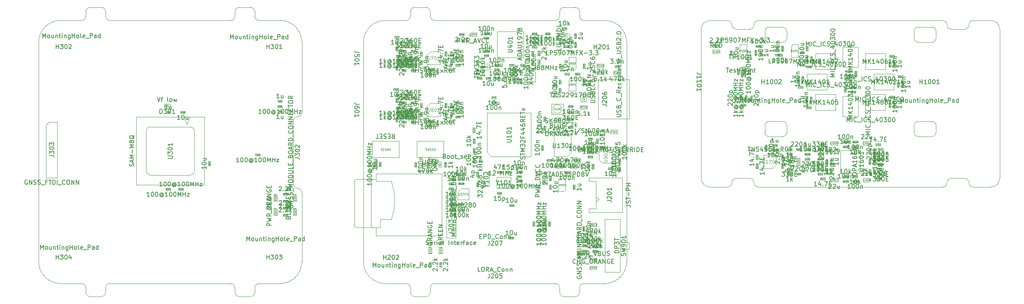
<source format=gbr>
%TF.GenerationSoftware,KiCad,Pcbnew,7.0.2*%
%TF.CreationDate,2023-05-01T18:48:23+02:00*%
%TF.ProjectId,kleinvoet,6b6c6569-6e76-46f6-9574-2e6b69636164,C*%
%TF.SameCoordinates,Original*%
%TF.FileFunction,AssemblyDrawing,Top*%
%FSLAX46Y46*%
G04 Gerber Fmt 4.6, Leading zero omitted, Abs format (unit mm)*
G04 Created by KiCad (PCBNEW 7.0.2) date 2023-05-01 18:48:23*
%MOMM*%
%LPD*%
G01*
G04 APERTURE LIST*
%ADD10C,0.150000*%
%ADD11C,0.040000*%
%ADD12C,0.060000*%
%ADD13C,0.100000*%
%ADD14C,0.075000*%
%ADD15C,0.110000*%
%ADD16C,0.080000*%
%ADD17C,0.120000*%
%TA.AperFunction,Profile*%
%ADD18C,0.050000*%
%TD*%
G04 APERTURE END LIST*
D10*
%TO.C,C502*%
X106317857Y-44490475D02*
X106270238Y-44442856D01*
X106270238Y-44442856D02*
X106222619Y-44347618D01*
X106222619Y-44347618D02*
X106222619Y-44109523D01*
X106222619Y-44109523D02*
X106270238Y-44014285D01*
X106270238Y-44014285D02*
X106317857Y-43966666D01*
X106317857Y-43966666D02*
X106413095Y-43919047D01*
X106413095Y-43919047D02*
X106508333Y-43919047D01*
X106508333Y-43919047D02*
X106651190Y-43966666D01*
X106651190Y-43966666D02*
X107222619Y-44538094D01*
X107222619Y-44538094D02*
X107222619Y-43919047D01*
X106317857Y-43538094D02*
X106270238Y-43490475D01*
X106270238Y-43490475D02*
X106222619Y-43395237D01*
X106222619Y-43395237D02*
X106222619Y-43157142D01*
X106222619Y-43157142D02*
X106270238Y-43061904D01*
X106270238Y-43061904D02*
X106317857Y-43014285D01*
X106317857Y-43014285D02*
X106413095Y-42966666D01*
X106413095Y-42966666D02*
X106508333Y-42966666D01*
X106508333Y-42966666D02*
X106651190Y-43014285D01*
X106651190Y-43014285D02*
X107222619Y-43585713D01*
X107222619Y-43585713D02*
X107222619Y-42966666D01*
X106222619Y-42347618D02*
X106222619Y-42252380D01*
X106222619Y-42252380D02*
X106270238Y-42157142D01*
X106270238Y-42157142D02*
X106317857Y-42109523D01*
X106317857Y-42109523D02*
X106413095Y-42061904D01*
X106413095Y-42061904D02*
X106603571Y-42014285D01*
X106603571Y-42014285D02*
X106841666Y-42014285D01*
X106841666Y-42014285D02*
X107032142Y-42061904D01*
X107032142Y-42061904D02*
X107127380Y-42109523D01*
X107127380Y-42109523D02*
X107175000Y-42157142D01*
X107175000Y-42157142D02*
X107222619Y-42252380D01*
X107222619Y-42252380D02*
X107222619Y-42347618D01*
X107222619Y-42347618D02*
X107175000Y-42442856D01*
X107175000Y-42442856D02*
X107127380Y-42490475D01*
X107127380Y-42490475D02*
X107032142Y-42538094D01*
X107032142Y-42538094D02*
X106841666Y-42585713D01*
X106841666Y-42585713D02*
X106603571Y-42585713D01*
X106603571Y-42585713D02*
X106413095Y-42538094D01*
X106413095Y-42538094D02*
X106317857Y-42490475D01*
X106317857Y-42490475D02*
X106270238Y-42442856D01*
X106270238Y-42442856D02*
X106222619Y-42347618D01*
X106555952Y-41585713D02*
X107555952Y-41585713D01*
X106603571Y-41585713D02*
X106555952Y-41490475D01*
X106555952Y-41490475D02*
X106555952Y-41299999D01*
X106555952Y-41299999D02*
X106603571Y-41204761D01*
X106603571Y-41204761D02*
X106651190Y-41157142D01*
X106651190Y-41157142D02*
X106746428Y-41109523D01*
X106746428Y-41109523D02*
X107032142Y-41109523D01*
X107032142Y-41109523D02*
X107127380Y-41157142D01*
X107127380Y-41157142D02*
X107175000Y-41204761D01*
X107175000Y-41204761D02*
X107222619Y-41299999D01*
X107222619Y-41299999D02*
X107222619Y-41490475D01*
X107222619Y-41490475D02*
X107175000Y-41585713D01*
D11*
X105691845Y-43079761D02*
X105703750Y-43091665D01*
X105703750Y-43091665D02*
X105715654Y-43127380D01*
X105715654Y-43127380D02*
X105715654Y-43151189D01*
X105715654Y-43151189D02*
X105703750Y-43186903D01*
X105703750Y-43186903D02*
X105679940Y-43210713D01*
X105679940Y-43210713D02*
X105656130Y-43222618D01*
X105656130Y-43222618D02*
X105608511Y-43234522D01*
X105608511Y-43234522D02*
X105572797Y-43234522D01*
X105572797Y-43234522D02*
X105525178Y-43222618D01*
X105525178Y-43222618D02*
X105501369Y-43210713D01*
X105501369Y-43210713D02*
X105477559Y-43186903D01*
X105477559Y-43186903D02*
X105465654Y-43151189D01*
X105465654Y-43151189D02*
X105465654Y-43127380D01*
X105465654Y-43127380D02*
X105477559Y-43091665D01*
X105477559Y-43091665D02*
X105489464Y-43079761D01*
X105465654Y-42853570D02*
X105465654Y-42972618D01*
X105465654Y-42972618D02*
X105584702Y-42984522D01*
X105584702Y-42984522D02*
X105572797Y-42972618D01*
X105572797Y-42972618D02*
X105560892Y-42948808D01*
X105560892Y-42948808D02*
X105560892Y-42889284D01*
X105560892Y-42889284D02*
X105572797Y-42865475D01*
X105572797Y-42865475D02*
X105584702Y-42853570D01*
X105584702Y-42853570D02*
X105608511Y-42841665D01*
X105608511Y-42841665D02*
X105668035Y-42841665D01*
X105668035Y-42841665D02*
X105691845Y-42853570D01*
X105691845Y-42853570D02*
X105703750Y-42865475D01*
X105703750Y-42865475D02*
X105715654Y-42889284D01*
X105715654Y-42889284D02*
X105715654Y-42948808D01*
X105715654Y-42948808D02*
X105703750Y-42972618D01*
X105703750Y-42972618D02*
X105691845Y-42984522D01*
X105465654Y-42686904D02*
X105465654Y-42663094D01*
X105465654Y-42663094D02*
X105477559Y-42639285D01*
X105477559Y-42639285D02*
X105489464Y-42627380D01*
X105489464Y-42627380D02*
X105513273Y-42615475D01*
X105513273Y-42615475D02*
X105560892Y-42603570D01*
X105560892Y-42603570D02*
X105620416Y-42603570D01*
X105620416Y-42603570D02*
X105668035Y-42615475D01*
X105668035Y-42615475D02*
X105691845Y-42627380D01*
X105691845Y-42627380D02*
X105703750Y-42639285D01*
X105703750Y-42639285D02*
X105715654Y-42663094D01*
X105715654Y-42663094D02*
X105715654Y-42686904D01*
X105715654Y-42686904D02*
X105703750Y-42710713D01*
X105703750Y-42710713D02*
X105691845Y-42722618D01*
X105691845Y-42722618D02*
X105668035Y-42734523D01*
X105668035Y-42734523D02*
X105620416Y-42746427D01*
X105620416Y-42746427D02*
X105560892Y-42746427D01*
X105560892Y-42746427D02*
X105513273Y-42734523D01*
X105513273Y-42734523D02*
X105489464Y-42722618D01*
X105489464Y-42722618D02*
X105477559Y-42710713D01*
X105477559Y-42710713D02*
X105465654Y-42686904D01*
X105489464Y-42508332D02*
X105477559Y-42496428D01*
X105477559Y-42496428D02*
X105465654Y-42472618D01*
X105465654Y-42472618D02*
X105465654Y-42413094D01*
X105465654Y-42413094D02*
X105477559Y-42389285D01*
X105477559Y-42389285D02*
X105489464Y-42377380D01*
X105489464Y-42377380D02*
X105513273Y-42365475D01*
X105513273Y-42365475D02*
X105537083Y-42365475D01*
X105537083Y-42365475D02*
X105572797Y-42377380D01*
X105572797Y-42377380D02*
X105715654Y-42520237D01*
X105715654Y-42520237D02*
X105715654Y-42365475D01*
D10*
%TO.C,C501*%
X106321607Y-40090475D02*
X106273988Y-40042856D01*
X106273988Y-40042856D02*
X106226369Y-39947618D01*
X106226369Y-39947618D02*
X106226369Y-39709523D01*
X106226369Y-39709523D02*
X106273988Y-39614285D01*
X106273988Y-39614285D02*
X106321607Y-39566666D01*
X106321607Y-39566666D02*
X106416845Y-39519047D01*
X106416845Y-39519047D02*
X106512083Y-39519047D01*
X106512083Y-39519047D02*
X106654940Y-39566666D01*
X106654940Y-39566666D02*
X107226369Y-40138094D01*
X107226369Y-40138094D02*
X107226369Y-39519047D01*
X106321607Y-39138094D02*
X106273988Y-39090475D01*
X106273988Y-39090475D02*
X106226369Y-38995237D01*
X106226369Y-38995237D02*
X106226369Y-38757142D01*
X106226369Y-38757142D02*
X106273988Y-38661904D01*
X106273988Y-38661904D02*
X106321607Y-38614285D01*
X106321607Y-38614285D02*
X106416845Y-38566666D01*
X106416845Y-38566666D02*
X106512083Y-38566666D01*
X106512083Y-38566666D02*
X106654940Y-38614285D01*
X106654940Y-38614285D02*
X107226369Y-39185713D01*
X107226369Y-39185713D02*
X107226369Y-38566666D01*
X106226369Y-37947618D02*
X106226369Y-37852380D01*
X106226369Y-37852380D02*
X106273988Y-37757142D01*
X106273988Y-37757142D02*
X106321607Y-37709523D01*
X106321607Y-37709523D02*
X106416845Y-37661904D01*
X106416845Y-37661904D02*
X106607321Y-37614285D01*
X106607321Y-37614285D02*
X106845416Y-37614285D01*
X106845416Y-37614285D02*
X107035892Y-37661904D01*
X107035892Y-37661904D02*
X107131130Y-37709523D01*
X107131130Y-37709523D02*
X107178750Y-37757142D01*
X107178750Y-37757142D02*
X107226369Y-37852380D01*
X107226369Y-37852380D02*
X107226369Y-37947618D01*
X107226369Y-37947618D02*
X107178750Y-38042856D01*
X107178750Y-38042856D02*
X107131130Y-38090475D01*
X107131130Y-38090475D02*
X107035892Y-38138094D01*
X107035892Y-38138094D02*
X106845416Y-38185713D01*
X106845416Y-38185713D02*
X106607321Y-38185713D01*
X106607321Y-38185713D02*
X106416845Y-38138094D01*
X106416845Y-38138094D02*
X106321607Y-38090475D01*
X106321607Y-38090475D02*
X106273988Y-38042856D01*
X106273988Y-38042856D02*
X106226369Y-37947618D01*
X106559702Y-37185713D02*
X107559702Y-37185713D01*
X106607321Y-37185713D02*
X106559702Y-37090475D01*
X106559702Y-37090475D02*
X106559702Y-36899999D01*
X106559702Y-36899999D02*
X106607321Y-36804761D01*
X106607321Y-36804761D02*
X106654940Y-36757142D01*
X106654940Y-36757142D02*
X106750178Y-36709523D01*
X106750178Y-36709523D02*
X107035892Y-36709523D01*
X107035892Y-36709523D02*
X107131130Y-36757142D01*
X107131130Y-36757142D02*
X107178750Y-36804761D01*
X107178750Y-36804761D02*
X107226369Y-36899999D01*
X107226369Y-36899999D02*
X107226369Y-37090475D01*
X107226369Y-37090475D02*
X107178750Y-37185713D01*
D11*
X105695595Y-38679761D02*
X105707500Y-38691665D01*
X105707500Y-38691665D02*
X105719404Y-38727380D01*
X105719404Y-38727380D02*
X105719404Y-38751189D01*
X105719404Y-38751189D02*
X105707500Y-38786903D01*
X105707500Y-38786903D02*
X105683690Y-38810713D01*
X105683690Y-38810713D02*
X105659880Y-38822618D01*
X105659880Y-38822618D02*
X105612261Y-38834522D01*
X105612261Y-38834522D02*
X105576547Y-38834522D01*
X105576547Y-38834522D02*
X105528928Y-38822618D01*
X105528928Y-38822618D02*
X105505119Y-38810713D01*
X105505119Y-38810713D02*
X105481309Y-38786903D01*
X105481309Y-38786903D02*
X105469404Y-38751189D01*
X105469404Y-38751189D02*
X105469404Y-38727380D01*
X105469404Y-38727380D02*
X105481309Y-38691665D01*
X105481309Y-38691665D02*
X105493214Y-38679761D01*
X105469404Y-38453570D02*
X105469404Y-38572618D01*
X105469404Y-38572618D02*
X105588452Y-38584522D01*
X105588452Y-38584522D02*
X105576547Y-38572618D01*
X105576547Y-38572618D02*
X105564642Y-38548808D01*
X105564642Y-38548808D02*
X105564642Y-38489284D01*
X105564642Y-38489284D02*
X105576547Y-38465475D01*
X105576547Y-38465475D02*
X105588452Y-38453570D01*
X105588452Y-38453570D02*
X105612261Y-38441665D01*
X105612261Y-38441665D02*
X105671785Y-38441665D01*
X105671785Y-38441665D02*
X105695595Y-38453570D01*
X105695595Y-38453570D02*
X105707500Y-38465475D01*
X105707500Y-38465475D02*
X105719404Y-38489284D01*
X105719404Y-38489284D02*
X105719404Y-38548808D01*
X105719404Y-38548808D02*
X105707500Y-38572618D01*
X105707500Y-38572618D02*
X105695595Y-38584522D01*
X105469404Y-38286904D02*
X105469404Y-38263094D01*
X105469404Y-38263094D02*
X105481309Y-38239285D01*
X105481309Y-38239285D02*
X105493214Y-38227380D01*
X105493214Y-38227380D02*
X105517023Y-38215475D01*
X105517023Y-38215475D02*
X105564642Y-38203570D01*
X105564642Y-38203570D02*
X105624166Y-38203570D01*
X105624166Y-38203570D02*
X105671785Y-38215475D01*
X105671785Y-38215475D02*
X105695595Y-38227380D01*
X105695595Y-38227380D02*
X105707500Y-38239285D01*
X105707500Y-38239285D02*
X105719404Y-38263094D01*
X105719404Y-38263094D02*
X105719404Y-38286904D01*
X105719404Y-38286904D02*
X105707500Y-38310713D01*
X105707500Y-38310713D02*
X105695595Y-38322618D01*
X105695595Y-38322618D02*
X105671785Y-38334523D01*
X105671785Y-38334523D02*
X105624166Y-38346427D01*
X105624166Y-38346427D02*
X105564642Y-38346427D01*
X105564642Y-38346427D02*
X105517023Y-38334523D01*
X105517023Y-38334523D02*
X105493214Y-38322618D01*
X105493214Y-38322618D02*
X105481309Y-38310713D01*
X105481309Y-38310713D02*
X105469404Y-38286904D01*
X105719404Y-37965475D02*
X105719404Y-38108332D01*
X105719404Y-38036904D02*
X105469404Y-38036904D01*
X105469404Y-38036904D02*
X105505119Y-38060713D01*
X105505119Y-38060713D02*
X105528928Y-38084523D01*
X105528928Y-38084523D02*
X105540833Y-38108332D01*
D10*
%TO.C,C903*%
X153657142Y-67422619D02*
X153085714Y-67422619D01*
X153371428Y-67422619D02*
X153371428Y-66422619D01*
X153371428Y-66422619D02*
X153276190Y-66565476D01*
X153276190Y-66565476D02*
X153180952Y-66660714D01*
X153180952Y-66660714D02*
X153085714Y-66708333D01*
X154276190Y-66422619D02*
X154371428Y-66422619D01*
X154371428Y-66422619D02*
X154466666Y-66470238D01*
X154466666Y-66470238D02*
X154514285Y-66517857D01*
X154514285Y-66517857D02*
X154561904Y-66613095D01*
X154561904Y-66613095D02*
X154609523Y-66803571D01*
X154609523Y-66803571D02*
X154609523Y-67041666D01*
X154609523Y-67041666D02*
X154561904Y-67232142D01*
X154561904Y-67232142D02*
X154514285Y-67327380D01*
X154514285Y-67327380D02*
X154466666Y-67375000D01*
X154466666Y-67375000D02*
X154371428Y-67422619D01*
X154371428Y-67422619D02*
X154276190Y-67422619D01*
X154276190Y-67422619D02*
X154180952Y-67375000D01*
X154180952Y-67375000D02*
X154133333Y-67327380D01*
X154133333Y-67327380D02*
X154085714Y-67232142D01*
X154085714Y-67232142D02*
X154038095Y-67041666D01*
X154038095Y-67041666D02*
X154038095Y-66803571D01*
X154038095Y-66803571D02*
X154085714Y-66613095D01*
X154085714Y-66613095D02*
X154133333Y-66517857D01*
X154133333Y-66517857D02*
X154180952Y-66470238D01*
X154180952Y-66470238D02*
X154276190Y-66422619D01*
X155466666Y-66755952D02*
X155466666Y-67422619D01*
X155038095Y-66755952D02*
X155038095Y-67279761D01*
X155038095Y-67279761D02*
X155085714Y-67375000D01*
X155085714Y-67375000D02*
X155180952Y-67422619D01*
X155180952Y-67422619D02*
X155323809Y-67422619D01*
X155323809Y-67422619D02*
X155419047Y-67375000D01*
X155419047Y-67375000D02*
X155466666Y-67327380D01*
D11*
X154020238Y-65891845D02*
X154008334Y-65903750D01*
X154008334Y-65903750D02*
X153972619Y-65915654D01*
X153972619Y-65915654D02*
X153948810Y-65915654D01*
X153948810Y-65915654D02*
X153913096Y-65903750D01*
X153913096Y-65903750D02*
X153889286Y-65879940D01*
X153889286Y-65879940D02*
X153877381Y-65856130D01*
X153877381Y-65856130D02*
X153865477Y-65808511D01*
X153865477Y-65808511D02*
X153865477Y-65772797D01*
X153865477Y-65772797D02*
X153877381Y-65725178D01*
X153877381Y-65725178D02*
X153889286Y-65701369D01*
X153889286Y-65701369D02*
X153913096Y-65677559D01*
X153913096Y-65677559D02*
X153948810Y-65665654D01*
X153948810Y-65665654D02*
X153972619Y-65665654D01*
X153972619Y-65665654D02*
X154008334Y-65677559D01*
X154008334Y-65677559D02*
X154020238Y-65689464D01*
X154139286Y-65915654D02*
X154186905Y-65915654D01*
X154186905Y-65915654D02*
X154210715Y-65903750D01*
X154210715Y-65903750D02*
X154222619Y-65891845D01*
X154222619Y-65891845D02*
X154246429Y-65856130D01*
X154246429Y-65856130D02*
X154258334Y-65808511D01*
X154258334Y-65808511D02*
X154258334Y-65713273D01*
X154258334Y-65713273D02*
X154246429Y-65689464D01*
X154246429Y-65689464D02*
X154234524Y-65677559D01*
X154234524Y-65677559D02*
X154210715Y-65665654D01*
X154210715Y-65665654D02*
X154163096Y-65665654D01*
X154163096Y-65665654D02*
X154139286Y-65677559D01*
X154139286Y-65677559D02*
X154127381Y-65689464D01*
X154127381Y-65689464D02*
X154115477Y-65713273D01*
X154115477Y-65713273D02*
X154115477Y-65772797D01*
X154115477Y-65772797D02*
X154127381Y-65796607D01*
X154127381Y-65796607D02*
X154139286Y-65808511D01*
X154139286Y-65808511D02*
X154163096Y-65820416D01*
X154163096Y-65820416D02*
X154210715Y-65820416D01*
X154210715Y-65820416D02*
X154234524Y-65808511D01*
X154234524Y-65808511D02*
X154246429Y-65796607D01*
X154246429Y-65796607D02*
X154258334Y-65772797D01*
X154413095Y-65665654D02*
X154436905Y-65665654D01*
X154436905Y-65665654D02*
X154460714Y-65677559D01*
X154460714Y-65677559D02*
X154472619Y-65689464D01*
X154472619Y-65689464D02*
X154484524Y-65713273D01*
X154484524Y-65713273D02*
X154496429Y-65760892D01*
X154496429Y-65760892D02*
X154496429Y-65820416D01*
X154496429Y-65820416D02*
X154484524Y-65868035D01*
X154484524Y-65868035D02*
X154472619Y-65891845D01*
X154472619Y-65891845D02*
X154460714Y-65903750D01*
X154460714Y-65903750D02*
X154436905Y-65915654D01*
X154436905Y-65915654D02*
X154413095Y-65915654D01*
X154413095Y-65915654D02*
X154389286Y-65903750D01*
X154389286Y-65903750D02*
X154377381Y-65891845D01*
X154377381Y-65891845D02*
X154365476Y-65868035D01*
X154365476Y-65868035D02*
X154353572Y-65820416D01*
X154353572Y-65820416D02*
X154353572Y-65760892D01*
X154353572Y-65760892D02*
X154365476Y-65713273D01*
X154365476Y-65713273D02*
X154377381Y-65689464D01*
X154377381Y-65689464D02*
X154389286Y-65677559D01*
X154389286Y-65677559D02*
X154413095Y-65665654D01*
X154579762Y-65665654D02*
X154734524Y-65665654D01*
X154734524Y-65665654D02*
X154651190Y-65760892D01*
X154651190Y-65760892D02*
X154686905Y-65760892D01*
X154686905Y-65760892D02*
X154710714Y-65772797D01*
X154710714Y-65772797D02*
X154722619Y-65784702D01*
X154722619Y-65784702D02*
X154734524Y-65808511D01*
X154734524Y-65808511D02*
X154734524Y-65868035D01*
X154734524Y-65868035D02*
X154722619Y-65891845D01*
X154722619Y-65891845D02*
X154710714Y-65903750D01*
X154710714Y-65903750D02*
X154686905Y-65915654D01*
X154686905Y-65915654D02*
X154615476Y-65915654D01*
X154615476Y-65915654D02*
X154591667Y-65903750D01*
X154591667Y-65903750D02*
X154579762Y-65891845D01*
D10*
%TO.C,C904*%
X149057142Y-58302619D02*
X148485714Y-58302619D01*
X148771428Y-58302619D02*
X148771428Y-57302619D01*
X148771428Y-57302619D02*
X148676190Y-57445476D01*
X148676190Y-57445476D02*
X148580952Y-57540714D01*
X148580952Y-57540714D02*
X148485714Y-57588333D01*
X149676190Y-57302619D02*
X149771428Y-57302619D01*
X149771428Y-57302619D02*
X149866666Y-57350238D01*
X149866666Y-57350238D02*
X149914285Y-57397857D01*
X149914285Y-57397857D02*
X149961904Y-57493095D01*
X149961904Y-57493095D02*
X150009523Y-57683571D01*
X150009523Y-57683571D02*
X150009523Y-57921666D01*
X150009523Y-57921666D02*
X149961904Y-58112142D01*
X149961904Y-58112142D02*
X149914285Y-58207380D01*
X149914285Y-58207380D02*
X149866666Y-58255000D01*
X149866666Y-58255000D02*
X149771428Y-58302619D01*
X149771428Y-58302619D02*
X149676190Y-58302619D01*
X149676190Y-58302619D02*
X149580952Y-58255000D01*
X149580952Y-58255000D02*
X149533333Y-58207380D01*
X149533333Y-58207380D02*
X149485714Y-58112142D01*
X149485714Y-58112142D02*
X149438095Y-57921666D01*
X149438095Y-57921666D02*
X149438095Y-57683571D01*
X149438095Y-57683571D02*
X149485714Y-57493095D01*
X149485714Y-57493095D02*
X149533333Y-57397857D01*
X149533333Y-57397857D02*
X149580952Y-57350238D01*
X149580952Y-57350238D02*
X149676190Y-57302619D01*
X150866666Y-57635952D02*
X150866666Y-58302619D01*
X150438095Y-57635952D02*
X150438095Y-58159761D01*
X150438095Y-58159761D02*
X150485714Y-58255000D01*
X150485714Y-58255000D02*
X150580952Y-58302619D01*
X150580952Y-58302619D02*
X150723809Y-58302619D01*
X150723809Y-58302619D02*
X150819047Y-58255000D01*
X150819047Y-58255000D02*
X150866666Y-58207380D01*
D11*
X149420238Y-59091845D02*
X149408334Y-59103750D01*
X149408334Y-59103750D02*
X149372619Y-59115654D01*
X149372619Y-59115654D02*
X149348810Y-59115654D01*
X149348810Y-59115654D02*
X149313096Y-59103750D01*
X149313096Y-59103750D02*
X149289286Y-59079940D01*
X149289286Y-59079940D02*
X149277381Y-59056130D01*
X149277381Y-59056130D02*
X149265477Y-59008511D01*
X149265477Y-59008511D02*
X149265477Y-58972797D01*
X149265477Y-58972797D02*
X149277381Y-58925178D01*
X149277381Y-58925178D02*
X149289286Y-58901369D01*
X149289286Y-58901369D02*
X149313096Y-58877559D01*
X149313096Y-58877559D02*
X149348810Y-58865654D01*
X149348810Y-58865654D02*
X149372619Y-58865654D01*
X149372619Y-58865654D02*
X149408334Y-58877559D01*
X149408334Y-58877559D02*
X149420238Y-58889464D01*
X149539286Y-59115654D02*
X149586905Y-59115654D01*
X149586905Y-59115654D02*
X149610715Y-59103750D01*
X149610715Y-59103750D02*
X149622619Y-59091845D01*
X149622619Y-59091845D02*
X149646429Y-59056130D01*
X149646429Y-59056130D02*
X149658334Y-59008511D01*
X149658334Y-59008511D02*
X149658334Y-58913273D01*
X149658334Y-58913273D02*
X149646429Y-58889464D01*
X149646429Y-58889464D02*
X149634524Y-58877559D01*
X149634524Y-58877559D02*
X149610715Y-58865654D01*
X149610715Y-58865654D02*
X149563096Y-58865654D01*
X149563096Y-58865654D02*
X149539286Y-58877559D01*
X149539286Y-58877559D02*
X149527381Y-58889464D01*
X149527381Y-58889464D02*
X149515477Y-58913273D01*
X149515477Y-58913273D02*
X149515477Y-58972797D01*
X149515477Y-58972797D02*
X149527381Y-58996607D01*
X149527381Y-58996607D02*
X149539286Y-59008511D01*
X149539286Y-59008511D02*
X149563096Y-59020416D01*
X149563096Y-59020416D02*
X149610715Y-59020416D01*
X149610715Y-59020416D02*
X149634524Y-59008511D01*
X149634524Y-59008511D02*
X149646429Y-58996607D01*
X149646429Y-58996607D02*
X149658334Y-58972797D01*
X149813095Y-58865654D02*
X149836905Y-58865654D01*
X149836905Y-58865654D02*
X149860714Y-58877559D01*
X149860714Y-58877559D02*
X149872619Y-58889464D01*
X149872619Y-58889464D02*
X149884524Y-58913273D01*
X149884524Y-58913273D02*
X149896429Y-58960892D01*
X149896429Y-58960892D02*
X149896429Y-59020416D01*
X149896429Y-59020416D02*
X149884524Y-59068035D01*
X149884524Y-59068035D02*
X149872619Y-59091845D01*
X149872619Y-59091845D02*
X149860714Y-59103750D01*
X149860714Y-59103750D02*
X149836905Y-59115654D01*
X149836905Y-59115654D02*
X149813095Y-59115654D01*
X149813095Y-59115654D02*
X149789286Y-59103750D01*
X149789286Y-59103750D02*
X149777381Y-59091845D01*
X149777381Y-59091845D02*
X149765476Y-59068035D01*
X149765476Y-59068035D02*
X149753572Y-59020416D01*
X149753572Y-59020416D02*
X149753572Y-58960892D01*
X149753572Y-58960892D02*
X149765476Y-58913273D01*
X149765476Y-58913273D02*
X149777381Y-58889464D01*
X149777381Y-58889464D02*
X149789286Y-58877559D01*
X149789286Y-58877559D02*
X149813095Y-58865654D01*
X150110714Y-58948988D02*
X150110714Y-59115654D01*
X150051190Y-58853750D02*
X149991667Y-59032321D01*
X149991667Y-59032321D02*
X150146428Y-59032321D01*
D10*
%TO.C,R905*%
X149403038Y-82987857D02*
X149450657Y-82940238D01*
X149450657Y-82940238D02*
X149545895Y-82892619D01*
X149545895Y-82892619D02*
X149783990Y-82892619D01*
X149783990Y-82892619D02*
X149879228Y-82940238D01*
X149879228Y-82940238D02*
X149926847Y-82987857D01*
X149926847Y-82987857D02*
X149974466Y-83083095D01*
X149974466Y-83083095D02*
X149974466Y-83178333D01*
X149974466Y-83178333D02*
X149926847Y-83321190D01*
X149926847Y-83321190D02*
X149355419Y-83892619D01*
X149355419Y-83892619D02*
X149974466Y-83892619D01*
X150403038Y-83797380D02*
X150450657Y-83845000D01*
X150450657Y-83845000D02*
X150403038Y-83892619D01*
X150403038Y-83892619D02*
X150355419Y-83845000D01*
X150355419Y-83845000D02*
X150403038Y-83797380D01*
X150403038Y-83797380D02*
X150403038Y-83892619D01*
X150831609Y-82987857D02*
X150879228Y-82940238D01*
X150879228Y-82940238D02*
X150974466Y-82892619D01*
X150974466Y-82892619D02*
X151212561Y-82892619D01*
X151212561Y-82892619D02*
X151307799Y-82940238D01*
X151307799Y-82940238D02*
X151355418Y-82987857D01*
X151355418Y-82987857D02*
X151403037Y-83083095D01*
X151403037Y-83083095D02*
X151403037Y-83178333D01*
X151403037Y-83178333D02*
X151355418Y-83321190D01*
X151355418Y-83321190D02*
X150783990Y-83892619D01*
X150783990Y-83892619D02*
X151403037Y-83892619D01*
X151831609Y-83892619D02*
X151831609Y-82892619D01*
X151926847Y-83511666D02*
X152212561Y-83892619D01*
X152212561Y-83225952D02*
X151831609Y-83606904D01*
D11*
X150516848Y-84720280D02*
X150430181Y-84596471D01*
X150368276Y-84720280D02*
X150368276Y-84460280D01*
X150368276Y-84460280D02*
X150467324Y-84460280D01*
X150467324Y-84460280D02*
X150492086Y-84472661D01*
X150492086Y-84472661D02*
X150504467Y-84485042D01*
X150504467Y-84485042D02*
X150516848Y-84509804D01*
X150516848Y-84509804D02*
X150516848Y-84546947D01*
X150516848Y-84546947D02*
X150504467Y-84571709D01*
X150504467Y-84571709D02*
X150492086Y-84584090D01*
X150492086Y-84584090D02*
X150467324Y-84596471D01*
X150467324Y-84596471D02*
X150368276Y-84596471D01*
X150640657Y-84720280D02*
X150690181Y-84720280D01*
X150690181Y-84720280D02*
X150714943Y-84707900D01*
X150714943Y-84707900D02*
X150727324Y-84695519D01*
X150727324Y-84695519D02*
X150752086Y-84658376D01*
X150752086Y-84658376D02*
X150764467Y-84608852D01*
X150764467Y-84608852D02*
X150764467Y-84509804D01*
X150764467Y-84509804D02*
X150752086Y-84485042D01*
X150752086Y-84485042D02*
X150739705Y-84472661D01*
X150739705Y-84472661D02*
X150714943Y-84460280D01*
X150714943Y-84460280D02*
X150665419Y-84460280D01*
X150665419Y-84460280D02*
X150640657Y-84472661D01*
X150640657Y-84472661D02*
X150628276Y-84485042D01*
X150628276Y-84485042D02*
X150615895Y-84509804D01*
X150615895Y-84509804D02*
X150615895Y-84571709D01*
X150615895Y-84571709D02*
X150628276Y-84596471D01*
X150628276Y-84596471D02*
X150640657Y-84608852D01*
X150640657Y-84608852D02*
X150665419Y-84621233D01*
X150665419Y-84621233D02*
X150714943Y-84621233D01*
X150714943Y-84621233D02*
X150739705Y-84608852D01*
X150739705Y-84608852D02*
X150752086Y-84596471D01*
X150752086Y-84596471D02*
X150764467Y-84571709D01*
X150925419Y-84460280D02*
X150950181Y-84460280D01*
X150950181Y-84460280D02*
X150974943Y-84472661D01*
X150974943Y-84472661D02*
X150987324Y-84485042D01*
X150987324Y-84485042D02*
X150999705Y-84509804D01*
X150999705Y-84509804D02*
X151012086Y-84559328D01*
X151012086Y-84559328D02*
X151012086Y-84621233D01*
X151012086Y-84621233D02*
X150999705Y-84670757D01*
X150999705Y-84670757D02*
X150987324Y-84695519D01*
X150987324Y-84695519D02*
X150974943Y-84707900D01*
X150974943Y-84707900D02*
X150950181Y-84720280D01*
X150950181Y-84720280D02*
X150925419Y-84720280D01*
X150925419Y-84720280D02*
X150900657Y-84707900D01*
X150900657Y-84707900D02*
X150888276Y-84695519D01*
X150888276Y-84695519D02*
X150875895Y-84670757D01*
X150875895Y-84670757D02*
X150863514Y-84621233D01*
X150863514Y-84621233D02*
X150863514Y-84559328D01*
X150863514Y-84559328D02*
X150875895Y-84509804D01*
X150875895Y-84509804D02*
X150888276Y-84485042D01*
X150888276Y-84485042D02*
X150900657Y-84472661D01*
X150900657Y-84472661D02*
X150925419Y-84460280D01*
X151247324Y-84460280D02*
X151123514Y-84460280D01*
X151123514Y-84460280D02*
X151111133Y-84584090D01*
X151111133Y-84584090D02*
X151123514Y-84571709D01*
X151123514Y-84571709D02*
X151148276Y-84559328D01*
X151148276Y-84559328D02*
X151210181Y-84559328D01*
X151210181Y-84559328D02*
X151234943Y-84571709D01*
X151234943Y-84571709D02*
X151247324Y-84584090D01*
X151247324Y-84584090D02*
X151259705Y-84608852D01*
X151259705Y-84608852D02*
X151259705Y-84670757D01*
X151259705Y-84670757D02*
X151247324Y-84695519D01*
X151247324Y-84695519D02*
X151234943Y-84707900D01*
X151234943Y-84707900D02*
X151210181Y-84720280D01*
X151210181Y-84720280D02*
X151148276Y-84720280D01*
X151148276Y-84720280D02*
X151123514Y-84707900D01*
X151123514Y-84707900D02*
X151111133Y-84695519D01*
D10*
%TO.C,D901*%
X146764943Y-85632619D02*
X146764943Y-84632619D01*
X146764943Y-84632619D02*
X147145895Y-84632619D01*
X147145895Y-84632619D02*
X147241133Y-84680238D01*
X147241133Y-84680238D02*
X147288752Y-84727857D01*
X147288752Y-84727857D02*
X147336371Y-84823095D01*
X147336371Y-84823095D02*
X147336371Y-84965952D01*
X147336371Y-84965952D02*
X147288752Y-85061190D01*
X147288752Y-85061190D02*
X147241133Y-85108809D01*
X147241133Y-85108809D02*
X147145895Y-85156428D01*
X147145895Y-85156428D02*
X146764943Y-85156428D01*
X147669705Y-84632619D02*
X147907800Y-85632619D01*
X147907800Y-85632619D02*
X148098276Y-84918333D01*
X148098276Y-84918333D02*
X148288752Y-85632619D01*
X148288752Y-85632619D02*
X148526848Y-84632619D01*
X149479228Y-85632619D02*
X149145895Y-85156428D01*
X148907800Y-85632619D02*
X148907800Y-84632619D01*
X148907800Y-84632619D02*
X149288752Y-84632619D01*
X149288752Y-84632619D02*
X149383990Y-84680238D01*
X149383990Y-84680238D02*
X149431609Y-84727857D01*
X149431609Y-84727857D02*
X149479228Y-84823095D01*
X149479228Y-84823095D02*
X149479228Y-84965952D01*
X149479228Y-84965952D02*
X149431609Y-85061190D01*
X149431609Y-85061190D02*
X149383990Y-85108809D01*
X149383990Y-85108809D02*
X149288752Y-85156428D01*
X149288752Y-85156428D02*
X148907800Y-85156428D01*
X149669705Y-85727857D02*
X150431609Y-85727857D01*
X150526848Y-84632619D02*
X150860181Y-85632619D01*
X150860181Y-85632619D02*
X151193514Y-84632619D01*
X151860181Y-85108809D02*
X152003038Y-85156428D01*
X152003038Y-85156428D02*
X152050657Y-85204047D01*
X152050657Y-85204047D02*
X152098276Y-85299285D01*
X152098276Y-85299285D02*
X152098276Y-85442142D01*
X152098276Y-85442142D02*
X152050657Y-85537380D01*
X152050657Y-85537380D02*
X152003038Y-85585000D01*
X152003038Y-85585000D02*
X151907800Y-85632619D01*
X151907800Y-85632619D02*
X151526848Y-85632619D01*
X151526848Y-85632619D02*
X151526848Y-84632619D01*
X151526848Y-84632619D02*
X151860181Y-84632619D01*
X151860181Y-84632619D02*
X151955419Y-84680238D01*
X151955419Y-84680238D02*
X152003038Y-84727857D01*
X152003038Y-84727857D02*
X152050657Y-84823095D01*
X152050657Y-84823095D02*
X152050657Y-84918333D01*
X152050657Y-84918333D02*
X152003038Y-85013571D01*
X152003038Y-85013571D02*
X151955419Y-85061190D01*
X151955419Y-85061190D02*
X151860181Y-85108809D01*
X151860181Y-85108809D02*
X151526848Y-85108809D01*
X152526848Y-84632619D02*
X152526848Y-85442142D01*
X152526848Y-85442142D02*
X152574467Y-85537380D01*
X152574467Y-85537380D02*
X152622086Y-85585000D01*
X152622086Y-85585000D02*
X152717324Y-85632619D01*
X152717324Y-85632619D02*
X152907800Y-85632619D01*
X152907800Y-85632619D02*
X153003038Y-85585000D01*
X153003038Y-85585000D02*
X153050657Y-85537380D01*
X153050657Y-85537380D02*
X153098276Y-85442142D01*
X153098276Y-85442142D02*
X153098276Y-84632619D01*
X153526848Y-85585000D02*
X153669705Y-85632619D01*
X153669705Y-85632619D02*
X153907800Y-85632619D01*
X153907800Y-85632619D02*
X154003038Y-85585000D01*
X154003038Y-85585000D02*
X154050657Y-85537380D01*
X154050657Y-85537380D02*
X154098276Y-85442142D01*
X154098276Y-85442142D02*
X154098276Y-85346904D01*
X154098276Y-85346904D02*
X154050657Y-85251666D01*
X154050657Y-85251666D02*
X154003038Y-85204047D01*
X154003038Y-85204047D02*
X153907800Y-85156428D01*
X153907800Y-85156428D02*
X153717324Y-85108809D01*
X153717324Y-85108809D02*
X153622086Y-85061190D01*
X153622086Y-85061190D02*
X153574467Y-85013571D01*
X153574467Y-85013571D02*
X153526848Y-84918333D01*
X153526848Y-84918333D02*
X153526848Y-84823095D01*
X153526848Y-84823095D02*
X153574467Y-84727857D01*
X153574467Y-84727857D02*
X153622086Y-84680238D01*
X153622086Y-84680238D02*
X153717324Y-84632619D01*
X153717324Y-84632619D02*
X153955419Y-84632619D01*
X153955419Y-84632619D02*
X154098276Y-84680238D01*
D12*
X149731610Y-86785047D02*
X149731610Y-86385047D01*
X149731610Y-86385047D02*
X149826848Y-86385047D01*
X149826848Y-86385047D02*
X149883991Y-86404095D01*
X149883991Y-86404095D02*
X149922086Y-86442190D01*
X149922086Y-86442190D02*
X149941133Y-86480285D01*
X149941133Y-86480285D02*
X149960181Y-86556476D01*
X149960181Y-86556476D02*
X149960181Y-86613619D01*
X149960181Y-86613619D02*
X149941133Y-86689809D01*
X149941133Y-86689809D02*
X149922086Y-86727904D01*
X149922086Y-86727904D02*
X149883991Y-86766000D01*
X149883991Y-86766000D02*
X149826848Y-86785047D01*
X149826848Y-86785047D02*
X149731610Y-86785047D01*
X150150657Y-86785047D02*
X150226848Y-86785047D01*
X150226848Y-86785047D02*
X150264943Y-86766000D01*
X150264943Y-86766000D02*
X150283991Y-86746952D01*
X150283991Y-86746952D02*
X150322086Y-86689809D01*
X150322086Y-86689809D02*
X150341133Y-86613619D01*
X150341133Y-86613619D02*
X150341133Y-86461238D01*
X150341133Y-86461238D02*
X150322086Y-86423142D01*
X150322086Y-86423142D02*
X150303038Y-86404095D01*
X150303038Y-86404095D02*
X150264943Y-86385047D01*
X150264943Y-86385047D02*
X150188752Y-86385047D01*
X150188752Y-86385047D02*
X150150657Y-86404095D01*
X150150657Y-86404095D02*
X150131610Y-86423142D01*
X150131610Y-86423142D02*
X150112562Y-86461238D01*
X150112562Y-86461238D02*
X150112562Y-86556476D01*
X150112562Y-86556476D02*
X150131610Y-86594571D01*
X150131610Y-86594571D02*
X150150657Y-86613619D01*
X150150657Y-86613619D02*
X150188752Y-86632666D01*
X150188752Y-86632666D02*
X150264943Y-86632666D01*
X150264943Y-86632666D02*
X150303038Y-86613619D01*
X150303038Y-86613619D02*
X150322086Y-86594571D01*
X150322086Y-86594571D02*
X150341133Y-86556476D01*
X150588752Y-86385047D02*
X150626847Y-86385047D01*
X150626847Y-86385047D02*
X150664943Y-86404095D01*
X150664943Y-86404095D02*
X150683990Y-86423142D01*
X150683990Y-86423142D02*
X150703038Y-86461238D01*
X150703038Y-86461238D02*
X150722085Y-86537428D01*
X150722085Y-86537428D02*
X150722085Y-86632666D01*
X150722085Y-86632666D02*
X150703038Y-86708857D01*
X150703038Y-86708857D02*
X150683990Y-86746952D01*
X150683990Y-86746952D02*
X150664943Y-86766000D01*
X150664943Y-86766000D02*
X150626847Y-86785047D01*
X150626847Y-86785047D02*
X150588752Y-86785047D01*
X150588752Y-86785047D02*
X150550657Y-86766000D01*
X150550657Y-86766000D02*
X150531609Y-86746952D01*
X150531609Y-86746952D02*
X150512562Y-86708857D01*
X150512562Y-86708857D02*
X150493514Y-86632666D01*
X150493514Y-86632666D02*
X150493514Y-86537428D01*
X150493514Y-86537428D02*
X150512562Y-86461238D01*
X150512562Y-86461238D02*
X150531609Y-86423142D01*
X150531609Y-86423142D02*
X150550657Y-86404095D01*
X150550657Y-86404095D02*
X150588752Y-86385047D01*
X151103037Y-86785047D02*
X150874466Y-86785047D01*
X150988752Y-86785047D02*
X150988752Y-86385047D01*
X150988752Y-86385047D02*
X150950656Y-86442190D01*
X150950656Y-86442190D02*
X150912561Y-86480285D01*
X150912561Y-86480285D02*
X150874466Y-86499333D01*
D10*
%TO.C,D902*%
X146383990Y-87337380D02*
X146336371Y-87385000D01*
X146336371Y-87385000D02*
X146193514Y-87432619D01*
X146193514Y-87432619D02*
X146098276Y-87432619D01*
X146098276Y-87432619D02*
X145955419Y-87385000D01*
X145955419Y-87385000D02*
X145860181Y-87289761D01*
X145860181Y-87289761D02*
X145812562Y-87194523D01*
X145812562Y-87194523D02*
X145764943Y-87004047D01*
X145764943Y-87004047D02*
X145764943Y-86861190D01*
X145764943Y-86861190D02*
X145812562Y-86670714D01*
X145812562Y-86670714D02*
X145860181Y-86575476D01*
X145860181Y-86575476D02*
X145955419Y-86480238D01*
X145955419Y-86480238D02*
X146098276Y-86432619D01*
X146098276Y-86432619D02*
X146193514Y-86432619D01*
X146193514Y-86432619D02*
X146336371Y-86480238D01*
X146336371Y-86480238D02*
X146383990Y-86527857D01*
X146812562Y-87432619D02*
X146812562Y-86432619D01*
X146812562Y-86908809D02*
X147383990Y-86908809D01*
X147383990Y-87432619D02*
X147383990Y-86432619D01*
X148383990Y-86480238D02*
X148288752Y-86432619D01*
X148288752Y-86432619D02*
X148145895Y-86432619D01*
X148145895Y-86432619D02*
X148003038Y-86480238D01*
X148003038Y-86480238D02*
X147907800Y-86575476D01*
X147907800Y-86575476D02*
X147860181Y-86670714D01*
X147860181Y-86670714D02*
X147812562Y-86861190D01*
X147812562Y-86861190D02*
X147812562Y-87004047D01*
X147812562Y-87004047D02*
X147860181Y-87194523D01*
X147860181Y-87194523D02*
X147907800Y-87289761D01*
X147907800Y-87289761D02*
X148003038Y-87385000D01*
X148003038Y-87385000D02*
X148145895Y-87432619D01*
X148145895Y-87432619D02*
X148241133Y-87432619D01*
X148241133Y-87432619D02*
X148383990Y-87385000D01*
X148383990Y-87385000D02*
X148431609Y-87337380D01*
X148431609Y-87337380D02*
X148431609Y-87004047D01*
X148431609Y-87004047D02*
X148241133Y-87004047D01*
X148622086Y-87527857D02*
X149383990Y-87527857D01*
X149812562Y-86432619D02*
X150003038Y-86432619D01*
X150003038Y-86432619D02*
X150098276Y-86480238D01*
X150098276Y-86480238D02*
X150193514Y-86575476D01*
X150193514Y-86575476D02*
X150241133Y-86765952D01*
X150241133Y-86765952D02*
X150241133Y-87099285D01*
X150241133Y-87099285D02*
X150193514Y-87289761D01*
X150193514Y-87289761D02*
X150098276Y-87385000D01*
X150098276Y-87385000D02*
X150003038Y-87432619D01*
X150003038Y-87432619D02*
X149812562Y-87432619D01*
X149812562Y-87432619D02*
X149717324Y-87385000D01*
X149717324Y-87385000D02*
X149622086Y-87289761D01*
X149622086Y-87289761D02*
X149574467Y-87099285D01*
X149574467Y-87099285D02*
X149574467Y-86765952D01*
X149574467Y-86765952D02*
X149622086Y-86575476D01*
X149622086Y-86575476D02*
X149717324Y-86480238D01*
X149717324Y-86480238D02*
X149812562Y-86432619D01*
X151241133Y-87432619D02*
X150907800Y-86956428D01*
X150669705Y-87432619D02*
X150669705Y-86432619D01*
X150669705Y-86432619D02*
X151050657Y-86432619D01*
X151050657Y-86432619D02*
X151145895Y-86480238D01*
X151145895Y-86480238D02*
X151193514Y-86527857D01*
X151193514Y-86527857D02*
X151241133Y-86623095D01*
X151241133Y-86623095D02*
X151241133Y-86765952D01*
X151241133Y-86765952D02*
X151193514Y-86861190D01*
X151193514Y-86861190D02*
X151145895Y-86908809D01*
X151145895Y-86908809D02*
X151050657Y-86956428D01*
X151050657Y-86956428D02*
X150669705Y-86956428D01*
X151622086Y-87146904D02*
X152098276Y-87146904D01*
X151526848Y-87432619D02*
X151860181Y-86432619D01*
X151860181Y-86432619D02*
X152193514Y-87432619D01*
X152526848Y-87432619D02*
X152526848Y-86432619D01*
X152526848Y-86432619D02*
X153098276Y-87432619D01*
X153098276Y-87432619D02*
X153098276Y-86432619D01*
X154098276Y-86480238D02*
X154003038Y-86432619D01*
X154003038Y-86432619D02*
X153860181Y-86432619D01*
X153860181Y-86432619D02*
X153717324Y-86480238D01*
X153717324Y-86480238D02*
X153622086Y-86575476D01*
X153622086Y-86575476D02*
X153574467Y-86670714D01*
X153574467Y-86670714D02*
X153526848Y-86861190D01*
X153526848Y-86861190D02*
X153526848Y-87004047D01*
X153526848Y-87004047D02*
X153574467Y-87194523D01*
X153574467Y-87194523D02*
X153622086Y-87289761D01*
X153622086Y-87289761D02*
X153717324Y-87385000D01*
X153717324Y-87385000D02*
X153860181Y-87432619D01*
X153860181Y-87432619D02*
X153955419Y-87432619D01*
X153955419Y-87432619D02*
X154098276Y-87385000D01*
X154098276Y-87385000D02*
X154145895Y-87337380D01*
X154145895Y-87337380D02*
X154145895Y-87004047D01*
X154145895Y-87004047D02*
X153955419Y-87004047D01*
X154574467Y-86908809D02*
X154907800Y-86908809D01*
X155050657Y-87432619D02*
X154574467Y-87432619D01*
X154574467Y-87432619D02*
X154574467Y-86432619D01*
X154574467Y-86432619D02*
X155050657Y-86432619D01*
D12*
X149731610Y-88585047D02*
X149731610Y-88185047D01*
X149731610Y-88185047D02*
X149826848Y-88185047D01*
X149826848Y-88185047D02*
X149883991Y-88204095D01*
X149883991Y-88204095D02*
X149922086Y-88242190D01*
X149922086Y-88242190D02*
X149941133Y-88280285D01*
X149941133Y-88280285D02*
X149960181Y-88356476D01*
X149960181Y-88356476D02*
X149960181Y-88413619D01*
X149960181Y-88413619D02*
X149941133Y-88489809D01*
X149941133Y-88489809D02*
X149922086Y-88527904D01*
X149922086Y-88527904D02*
X149883991Y-88566000D01*
X149883991Y-88566000D02*
X149826848Y-88585047D01*
X149826848Y-88585047D02*
X149731610Y-88585047D01*
X150150657Y-88585047D02*
X150226848Y-88585047D01*
X150226848Y-88585047D02*
X150264943Y-88566000D01*
X150264943Y-88566000D02*
X150283991Y-88546952D01*
X150283991Y-88546952D02*
X150322086Y-88489809D01*
X150322086Y-88489809D02*
X150341133Y-88413619D01*
X150341133Y-88413619D02*
X150341133Y-88261238D01*
X150341133Y-88261238D02*
X150322086Y-88223142D01*
X150322086Y-88223142D02*
X150303038Y-88204095D01*
X150303038Y-88204095D02*
X150264943Y-88185047D01*
X150264943Y-88185047D02*
X150188752Y-88185047D01*
X150188752Y-88185047D02*
X150150657Y-88204095D01*
X150150657Y-88204095D02*
X150131610Y-88223142D01*
X150131610Y-88223142D02*
X150112562Y-88261238D01*
X150112562Y-88261238D02*
X150112562Y-88356476D01*
X150112562Y-88356476D02*
X150131610Y-88394571D01*
X150131610Y-88394571D02*
X150150657Y-88413619D01*
X150150657Y-88413619D02*
X150188752Y-88432666D01*
X150188752Y-88432666D02*
X150264943Y-88432666D01*
X150264943Y-88432666D02*
X150303038Y-88413619D01*
X150303038Y-88413619D02*
X150322086Y-88394571D01*
X150322086Y-88394571D02*
X150341133Y-88356476D01*
X150588752Y-88185047D02*
X150626847Y-88185047D01*
X150626847Y-88185047D02*
X150664943Y-88204095D01*
X150664943Y-88204095D02*
X150683990Y-88223142D01*
X150683990Y-88223142D02*
X150703038Y-88261238D01*
X150703038Y-88261238D02*
X150722085Y-88337428D01*
X150722085Y-88337428D02*
X150722085Y-88432666D01*
X150722085Y-88432666D02*
X150703038Y-88508857D01*
X150703038Y-88508857D02*
X150683990Y-88546952D01*
X150683990Y-88546952D02*
X150664943Y-88566000D01*
X150664943Y-88566000D02*
X150626847Y-88585047D01*
X150626847Y-88585047D02*
X150588752Y-88585047D01*
X150588752Y-88585047D02*
X150550657Y-88566000D01*
X150550657Y-88566000D02*
X150531609Y-88546952D01*
X150531609Y-88546952D02*
X150512562Y-88508857D01*
X150512562Y-88508857D02*
X150493514Y-88432666D01*
X150493514Y-88432666D02*
X150493514Y-88337428D01*
X150493514Y-88337428D02*
X150512562Y-88261238D01*
X150512562Y-88261238D02*
X150531609Y-88223142D01*
X150531609Y-88223142D02*
X150550657Y-88204095D01*
X150550657Y-88204095D02*
X150588752Y-88185047D01*
X150874466Y-88223142D02*
X150893514Y-88204095D01*
X150893514Y-88204095D02*
X150931609Y-88185047D01*
X150931609Y-88185047D02*
X151026847Y-88185047D01*
X151026847Y-88185047D02*
X151064942Y-88204095D01*
X151064942Y-88204095D02*
X151083990Y-88223142D01*
X151083990Y-88223142D02*
X151103037Y-88261238D01*
X151103037Y-88261238D02*
X151103037Y-88299333D01*
X151103037Y-88299333D02*
X151083990Y-88356476D01*
X151083990Y-88356476D02*
X150855418Y-88585047D01*
X150855418Y-88585047D02*
X151103037Y-88585047D01*
D10*
%TO.C,R908*%
X147003038Y-85327857D02*
X147050657Y-85280238D01*
X147050657Y-85280238D02*
X147145895Y-85232619D01*
X147145895Y-85232619D02*
X147383990Y-85232619D01*
X147383990Y-85232619D02*
X147479228Y-85280238D01*
X147479228Y-85280238D02*
X147526847Y-85327857D01*
X147526847Y-85327857D02*
X147574466Y-85423095D01*
X147574466Y-85423095D02*
X147574466Y-85518333D01*
X147574466Y-85518333D02*
X147526847Y-85661190D01*
X147526847Y-85661190D02*
X146955419Y-86232619D01*
X146955419Y-86232619D02*
X147574466Y-86232619D01*
X148003038Y-86137380D02*
X148050657Y-86185000D01*
X148050657Y-86185000D02*
X148003038Y-86232619D01*
X148003038Y-86232619D02*
X147955419Y-86185000D01*
X147955419Y-86185000D02*
X148003038Y-86137380D01*
X148003038Y-86137380D02*
X148003038Y-86232619D01*
X148431609Y-85327857D02*
X148479228Y-85280238D01*
X148479228Y-85280238D02*
X148574466Y-85232619D01*
X148574466Y-85232619D02*
X148812561Y-85232619D01*
X148812561Y-85232619D02*
X148907799Y-85280238D01*
X148907799Y-85280238D02*
X148955418Y-85327857D01*
X148955418Y-85327857D02*
X149003037Y-85423095D01*
X149003037Y-85423095D02*
X149003037Y-85518333D01*
X149003037Y-85518333D02*
X148955418Y-85661190D01*
X148955418Y-85661190D02*
X148383990Y-86232619D01*
X148383990Y-86232619D02*
X149003037Y-86232619D01*
X149431609Y-86232619D02*
X149431609Y-85232619D01*
X149526847Y-85851666D02*
X149812561Y-86232619D01*
X149812561Y-85565952D02*
X149431609Y-85946904D01*
D11*
X148116848Y-84720280D02*
X148030181Y-84596471D01*
X147968276Y-84720280D02*
X147968276Y-84460280D01*
X147968276Y-84460280D02*
X148067324Y-84460280D01*
X148067324Y-84460280D02*
X148092086Y-84472661D01*
X148092086Y-84472661D02*
X148104467Y-84485042D01*
X148104467Y-84485042D02*
X148116848Y-84509804D01*
X148116848Y-84509804D02*
X148116848Y-84546947D01*
X148116848Y-84546947D02*
X148104467Y-84571709D01*
X148104467Y-84571709D02*
X148092086Y-84584090D01*
X148092086Y-84584090D02*
X148067324Y-84596471D01*
X148067324Y-84596471D02*
X147968276Y-84596471D01*
X148240657Y-84720280D02*
X148290181Y-84720280D01*
X148290181Y-84720280D02*
X148314943Y-84707900D01*
X148314943Y-84707900D02*
X148327324Y-84695519D01*
X148327324Y-84695519D02*
X148352086Y-84658376D01*
X148352086Y-84658376D02*
X148364467Y-84608852D01*
X148364467Y-84608852D02*
X148364467Y-84509804D01*
X148364467Y-84509804D02*
X148352086Y-84485042D01*
X148352086Y-84485042D02*
X148339705Y-84472661D01*
X148339705Y-84472661D02*
X148314943Y-84460280D01*
X148314943Y-84460280D02*
X148265419Y-84460280D01*
X148265419Y-84460280D02*
X148240657Y-84472661D01*
X148240657Y-84472661D02*
X148228276Y-84485042D01*
X148228276Y-84485042D02*
X148215895Y-84509804D01*
X148215895Y-84509804D02*
X148215895Y-84571709D01*
X148215895Y-84571709D02*
X148228276Y-84596471D01*
X148228276Y-84596471D02*
X148240657Y-84608852D01*
X148240657Y-84608852D02*
X148265419Y-84621233D01*
X148265419Y-84621233D02*
X148314943Y-84621233D01*
X148314943Y-84621233D02*
X148339705Y-84608852D01*
X148339705Y-84608852D02*
X148352086Y-84596471D01*
X148352086Y-84596471D02*
X148364467Y-84571709D01*
X148525419Y-84460280D02*
X148550181Y-84460280D01*
X148550181Y-84460280D02*
X148574943Y-84472661D01*
X148574943Y-84472661D02*
X148587324Y-84485042D01*
X148587324Y-84485042D02*
X148599705Y-84509804D01*
X148599705Y-84509804D02*
X148612086Y-84559328D01*
X148612086Y-84559328D02*
X148612086Y-84621233D01*
X148612086Y-84621233D02*
X148599705Y-84670757D01*
X148599705Y-84670757D02*
X148587324Y-84695519D01*
X148587324Y-84695519D02*
X148574943Y-84707900D01*
X148574943Y-84707900D02*
X148550181Y-84720280D01*
X148550181Y-84720280D02*
X148525419Y-84720280D01*
X148525419Y-84720280D02*
X148500657Y-84707900D01*
X148500657Y-84707900D02*
X148488276Y-84695519D01*
X148488276Y-84695519D02*
X148475895Y-84670757D01*
X148475895Y-84670757D02*
X148463514Y-84621233D01*
X148463514Y-84621233D02*
X148463514Y-84559328D01*
X148463514Y-84559328D02*
X148475895Y-84509804D01*
X148475895Y-84509804D02*
X148488276Y-84485042D01*
X148488276Y-84485042D02*
X148500657Y-84472661D01*
X148500657Y-84472661D02*
X148525419Y-84460280D01*
X148760657Y-84571709D02*
X148735895Y-84559328D01*
X148735895Y-84559328D02*
X148723514Y-84546947D01*
X148723514Y-84546947D02*
X148711133Y-84522185D01*
X148711133Y-84522185D02*
X148711133Y-84509804D01*
X148711133Y-84509804D02*
X148723514Y-84485042D01*
X148723514Y-84485042D02*
X148735895Y-84472661D01*
X148735895Y-84472661D02*
X148760657Y-84460280D01*
X148760657Y-84460280D02*
X148810181Y-84460280D01*
X148810181Y-84460280D02*
X148834943Y-84472661D01*
X148834943Y-84472661D02*
X148847324Y-84485042D01*
X148847324Y-84485042D02*
X148859705Y-84509804D01*
X148859705Y-84509804D02*
X148859705Y-84522185D01*
X148859705Y-84522185D02*
X148847324Y-84546947D01*
X148847324Y-84546947D02*
X148834943Y-84559328D01*
X148834943Y-84559328D02*
X148810181Y-84571709D01*
X148810181Y-84571709D02*
X148760657Y-84571709D01*
X148760657Y-84571709D02*
X148735895Y-84584090D01*
X148735895Y-84584090D02*
X148723514Y-84596471D01*
X148723514Y-84596471D02*
X148711133Y-84621233D01*
X148711133Y-84621233D02*
X148711133Y-84670757D01*
X148711133Y-84670757D02*
X148723514Y-84695519D01*
X148723514Y-84695519D02*
X148735895Y-84707900D01*
X148735895Y-84707900D02*
X148760657Y-84720280D01*
X148760657Y-84720280D02*
X148810181Y-84720280D01*
X148810181Y-84720280D02*
X148834943Y-84707900D01*
X148834943Y-84707900D02*
X148847324Y-84695519D01*
X148847324Y-84695519D02*
X148859705Y-84670757D01*
X148859705Y-84670757D02*
X148859705Y-84621233D01*
X148859705Y-84621233D02*
X148847324Y-84596471D01*
X148847324Y-84596471D02*
X148834943Y-84584090D01*
X148834943Y-84584090D02*
X148810181Y-84571709D01*
D10*
%TO.C,Y101*%
X127135971Y-67265619D02*
X126564543Y-67265619D01*
X126850257Y-67265619D02*
X126850257Y-66265619D01*
X126850257Y-66265619D02*
X126755019Y-66408476D01*
X126755019Y-66408476D02*
X126659781Y-66503714D01*
X126659781Y-66503714D02*
X126564543Y-66551333D01*
X127516924Y-66360857D02*
X127564543Y-66313238D01*
X127564543Y-66313238D02*
X127659781Y-66265619D01*
X127659781Y-66265619D02*
X127897876Y-66265619D01*
X127897876Y-66265619D02*
X127993114Y-66313238D01*
X127993114Y-66313238D02*
X128040733Y-66360857D01*
X128040733Y-66360857D02*
X128088352Y-66456095D01*
X128088352Y-66456095D02*
X128088352Y-66551333D01*
X128088352Y-66551333D02*
X128040733Y-66694190D01*
X128040733Y-66694190D02*
X127469305Y-67265619D01*
X127469305Y-67265619D02*
X128088352Y-67265619D01*
X129278829Y-67265619D02*
X129278829Y-66265619D01*
X129278829Y-66265619D02*
X129612162Y-66979904D01*
X129612162Y-66979904D02*
X129945495Y-66265619D01*
X129945495Y-66265619D02*
X129945495Y-67265619D01*
X130421686Y-67265619D02*
X130421686Y-66265619D01*
X130421686Y-66741809D02*
X130993114Y-66741809D01*
X130993114Y-67265619D02*
X130993114Y-66265619D01*
X131374067Y-66598952D02*
X131897876Y-66598952D01*
X131897876Y-66598952D02*
X131374067Y-67265619D01*
X131374067Y-67265619D02*
X131897876Y-67265619D01*
X128583828Y-68986428D02*
X128583828Y-69462619D01*
X128250495Y-68462619D02*
X128583828Y-68986428D01*
X128583828Y-68986428D02*
X128917161Y-68462619D01*
X129774304Y-69462619D02*
X129202876Y-69462619D01*
X129488590Y-69462619D02*
X129488590Y-68462619D01*
X129488590Y-68462619D02*
X129393352Y-68605476D01*
X129393352Y-68605476D02*
X129298114Y-68700714D01*
X129298114Y-68700714D02*
X129202876Y-68748333D01*
X130393352Y-68462619D02*
X130488590Y-68462619D01*
X130488590Y-68462619D02*
X130583828Y-68510238D01*
X130583828Y-68510238D02*
X130631447Y-68557857D01*
X130631447Y-68557857D02*
X130679066Y-68653095D01*
X130679066Y-68653095D02*
X130726685Y-68843571D01*
X130726685Y-68843571D02*
X130726685Y-69081666D01*
X130726685Y-69081666D02*
X130679066Y-69272142D01*
X130679066Y-69272142D02*
X130631447Y-69367380D01*
X130631447Y-69367380D02*
X130583828Y-69415000D01*
X130583828Y-69415000D02*
X130488590Y-69462619D01*
X130488590Y-69462619D02*
X130393352Y-69462619D01*
X130393352Y-69462619D02*
X130298114Y-69415000D01*
X130298114Y-69415000D02*
X130250495Y-69367380D01*
X130250495Y-69367380D02*
X130202876Y-69272142D01*
X130202876Y-69272142D02*
X130155257Y-69081666D01*
X130155257Y-69081666D02*
X130155257Y-68843571D01*
X130155257Y-68843571D02*
X130202876Y-68653095D01*
X130202876Y-68653095D02*
X130250495Y-68557857D01*
X130250495Y-68557857D02*
X130298114Y-68510238D01*
X130298114Y-68510238D02*
X130393352Y-68462619D01*
X131679066Y-69462619D02*
X131107638Y-69462619D01*
X131393352Y-69462619D02*
X131393352Y-68462619D01*
X131393352Y-68462619D02*
X131298114Y-68605476D01*
X131298114Y-68605476D02*
X131202876Y-68700714D01*
X131202876Y-68700714D02*
X131107638Y-68748333D01*
%TO.C,SW101*%
X104527381Y-57937380D02*
X104860714Y-58413571D01*
X105098809Y-57937380D02*
X105098809Y-58937380D01*
X105098809Y-58937380D02*
X104717857Y-58937380D01*
X104717857Y-58937380D02*
X104622619Y-58889761D01*
X104622619Y-58889761D02*
X104575000Y-58842142D01*
X104575000Y-58842142D02*
X104527381Y-58746904D01*
X104527381Y-58746904D02*
X104527381Y-58604047D01*
X104527381Y-58604047D02*
X104575000Y-58508809D01*
X104575000Y-58508809D02*
X104622619Y-58461190D01*
X104622619Y-58461190D02*
X104717857Y-58413571D01*
X104717857Y-58413571D02*
X105098809Y-58413571D01*
X104098809Y-58461190D02*
X103765476Y-58461190D01*
X103622619Y-57937380D02*
X104098809Y-57937380D01*
X104098809Y-57937380D02*
X104098809Y-58937380D01*
X104098809Y-58937380D02*
X103622619Y-58937380D01*
X103241666Y-57985000D02*
X103098809Y-57937380D01*
X103098809Y-57937380D02*
X102860714Y-57937380D01*
X102860714Y-57937380D02*
X102765476Y-57985000D01*
X102765476Y-57985000D02*
X102717857Y-58032619D01*
X102717857Y-58032619D02*
X102670238Y-58127857D01*
X102670238Y-58127857D02*
X102670238Y-58223095D01*
X102670238Y-58223095D02*
X102717857Y-58318333D01*
X102717857Y-58318333D02*
X102765476Y-58365952D01*
X102765476Y-58365952D02*
X102860714Y-58413571D01*
X102860714Y-58413571D02*
X103051190Y-58461190D01*
X103051190Y-58461190D02*
X103146428Y-58508809D01*
X103146428Y-58508809D02*
X103194047Y-58556428D01*
X103194047Y-58556428D02*
X103241666Y-58651666D01*
X103241666Y-58651666D02*
X103241666Y-58746904D01*
X103241666Y-58746904D02*
X103194047Y-58842142D01*
X103194047Y-58842142D02*
X103146428Y-58889761D01*
X103146428Y-58889761D02*
X103051190Y-58937380D01*
X103051190Y-58937380D02*
X102813095Y-58937380D01*
X102813095Y-58937380D02*
X102670238Y-58889761D01*
X102241666Y-58461190D02*
X101908333Y-58461190D01*
X101765476Y-57937380D02*
X102241666Y-57937380D01*
X102241666Y-57937380D02*
X102241666Y-58937380D01*
X102241666Y-58937380D02*
X101765476Y-58937380D01*
X101479761Y-58937380D02*
X100908333Y-58937380D01*
X101194047Y-57937380D02*
X101194047Y-58937380D01*
D13*
X104217855Y-61192500D02*
X104146427Y-61168690D01*
X104146427Y-61168690D02*
X104027379Y-61168690D01*
X104027379Y-61168690D02*
X103979760Y-61192500D01*
X103979760Y-61192500D02*
X103955951Y-61216309D01*
X103955951Y-61216309D02*
X103932141Y-61263928D01*
X103932141Y-61263928D02*
X103932141Y-61311547D01*
X103932141Y-61311547D02*
X103955951Y-61359166D01*
X103955951Y-61359166D02*
X103979760Y-61382976D01*
X103979760Y-61382976D02*
X104027379Y-61406785D01*
X104027379Y-61406785D02*
X104122617Y-61430595D01*
X104122617Y-61430595D02*
X104170236Y-61454404D01*
X104170236Y-61454404D02*
X104194046Y-61478214D01*
X104194046Y-61478214D02*
X104217855Y-61525833D01*
X104217855Y-61525833D02*
X104217855Y-61573452D01*
X104217855Y-61573452D02*
X104194046Y-61621071D01*
X104194046Y-61621071D02*
X104170236Y-61644880D01*
X104170236Y-61644880D02*
X104122617Y-61668690D01*
X104122617Y-61668690D02*
X104003570Y-61668690D01*
X104003570Y-61668690D02*
X103932141Y-61644880D01*
X103765475Y-61668690D02*
X103646427Y-61168690D01*
X103646427Y-61168690D02*
X103551189Y-61525833D01*
X103551189Y-61525833D02*
X103455951Y-61168690D01*
X103455951Y-61168690D02*
X103336904Y-61668690D01*
X102884522Y-61168690D02*
X103170236Y-61168690D01*
X103027379Y-61168690D02*
X103027379Y-61668690D01*
X103027379Y-61668690D02*
X103074998Y-61597261D01*
X103074998Y-61597261D02*
X103122617Y-61549642D01*
X103122617Y-61549642D02*
X103170236Y-61525833D01*
X102574999Y-61668690D02*
X102527380Y-61668690D01*
X102527380Y-61668690D02*
X102479761Y-61644880D01*
X102479761Y-61644880D02*
X102455951Y-61621071D01*
X102455951Y-61621071D02*
X102432142Y-61573452D01*
X102432142Y-61573452D02*
X102408332Y-61478214D01*
X102408332Y-61478214D02*
X102408332Y-61359166D01*
X102408332Y-61359166D02*
X102432142Y-61263928D01*
X102432142Y-61263928D02*
X102455951Y-61216309D01*
X102455951Y-61216309D02*
X102479761Y-61192500D01*
X102479761Y-61192500D02*
X102527380Y-61168690D01*
X102527380Y-61168690D02*
X102574999Y-61168690D01*
X102574999Y-61168690D02*
X102622618Y-61192500D01*
X102622618Y-61192500D02*
X102646427Y-61216309D01*
X102646427Y-61216309D02*
X102670237Y-61263928D01*
X102670237Y-61263928D02*
X102694046Y-61359166D01*
X102694046Y-61359166D02*
X102694046Y-61478214D01*
X102694046Y-61478214D02*
X102670237Y-61573452D01*
X102670237Y-61573452D02*
X102646427Y-61621071D01*
X102646427Y-61621071D02*
X102622618Y-61644880D01*
X102622618Y-61644880D02*
X102574999Y-61668690D01*
X101932142Y-61168690D02*
X102217856Y-61168690D01*
X102074999Y-61168690D02*
X102074999Y-61668690D01*
X102074999Y-61668690D02*
X102122618Y-61597261D01*
X102122618Y-61597261D02*
X102170237Y-61549642D01*
X102170237Y-61549642D02*
X102217856Y-61525833D01*
D10*
%TO.C,R209*%
X147319047Y-52692619D02*
X146842857Y-52692619D01*
X146842857Y-52692619D02*
X146795238Y-53168809D01*
X146795238Y-53168809D02*
X146842857Y-53121190D01*
X146842857Y-53121190D02*
X146938095Y-53073571D01*
X146938095Y-53073571D02*
X147176190Y-53073571D01*
X147176190Y-53073571D02*
X147271428Y-53121190D01*
X147271428Y-53121190D02*
X147319047Y-53168809D01*
X147319047Y-53168809D02*
X147366666Y-53264047D01*
X147366666Y-53264047D02*
X147366666Y-53502142D01*
X147366666Y-53502142D02*
X147319047Y-53597380D01*
X147319047Y-53597380D02*
X147271428Y-53645000D01*
X147271428Y-53645000D02*
X147176190Y-53692619D01*
X147176190Y-53692619D02*
X146938095Y-53692619D01*
X146938095Y-53692619D02*
X146842857Y-53645000D01*
X146842857Y-53645000D02*
X146795238Y-53597380D01*
X147795238Y-53597380D02*
X147842857Y-53645000D01*
X147842857Y-53645000D02*
X147795238Y-53692619D01*
X147795238Y-53692619D02*
X147747619Y-53645000D01*
X147747619Y-53645000D02*
X147795238Y-53597380D01*
X147795238Y-53597380D02*
X147795238Y-53692619D01*
X148795237Y-53692619D02*
X148223809Y-53692619D01*
X148509523Y-53692619D02*
X148509523Y-52692619D01*
X148509523Y-52692619D02*
X148414285Y-52835476D01*
X148414285Y-52835476D02*
X148319047Y-52930714D01*
X148319047Y-52930714D02*
X148223809Y-52978333D01*
X149223809Y-53692619D02*
X149223809Y-52692619D01*
X149319047Y-53311666D02*
X149604761Y-53692619D01*
X149604761Y-53025952D02*
X149223809Y-53406904D01*
D12*
X147752381Y-51985047D02*
X147619048Y-51794571D01*
X147523810Y-51985047D02*
X147523810Y-51585047D01*
X147523810Y-51585047D02*
X147676191Y-51585047D01*
X147676191Y-51585047D02*
X147714286Y-51604095D01*
X147714286Y-51604095D02*
X147733333Y-51623142D01*
X147733333Y-51623142D02*
X147752381Y-51661238D01*
X147752381Y-51661238D02*
X147752381Y-51718380D01*
X147752381Y-51718380D02*
X147733333Y-51756476D01*
X147733333Y-51756476D02*
X147714286Y-51775523D01*
X147714286Y-51775523D02*
X147676191Y-51794571D01*
X147676191Y-51794571D02*
X147523810Y-51794571D01*
X147904762Y-51623142D02*
X147923810Y-51604095D01*
X147923810Y-51604095D02*
X147961905Y-51585047D01*
X147961905Y-51585047D02*
X148057143Y-51585047D01*
X148057143Y-51585047D02*
X148095238Y-51604095D01*
X148095238Y-51604095D02*
X148114286Y-51623142D01*
X148114286Y-51623142D02*
X148133333Y-51661238D01*
X148133333Y-51661238D02*
X148133333Y-51699333D01*
X148133333Y-51699333D02*
X148114286Y-51756476D01*
X148114286Y-51756476D02*
X147885714Y-51985047D01*
X147885714Y-51985047D02*
X148133333Y-51985047D01*
X148380952Y-51585047D02*
X148419047Y-51585047D01*
X148419047Y-51585047D02*
X148457143Y-51604095D01*
X148457143Y-51604095D02*
X148476190Y-51623142D01*
X148476190Y-51623142D02*
X148495238Y-51661238D01*
X148495238Y-51661238D02*
X148514285Y-51737428D01*
X148514285Y-51737428D02*
X148514285Y-51832666D01*
X148514285Y-51832666D02*
X148495238Y-51908857D01*
X148495238Y-51908857D02*
X148476190Y-51946952D01*
X148476190Y-51946952D02*
X148457143Y-51966000D01*
X148457143Y-51966000D02*
X148419047Y-51985047D01*
X148419047Y-51985047D02*
X148380952Y-51985047D01*
X148380952Y-51985047D02*
X148342857Y-51966000D01*
X148342857Y-51966000D02*
X148323809Y-51946952D01*
X148323809Y-51946952D02*
X148304762Y-51908857D01*
X148304762Y-51908857D02*
X148285714Y-51832666D01*
X148285714Y-51832666D02*
X148285714Y-51737428D01*
X148285714Y-51737428D02*
X148304762Y-51661238D01*
X148304762Y-51661238D02*
X148323809Y-51623142D01*
X148323809Y-51623142D02*
X148342857Y-51604095D01*
X148342857Y-51604095D02*
X148380952Y-51585047D01*
X148704761Y-51985047D02*
X148780952Y-51985047D01*
X148780952Y-51985047D02*
X148819047Y-51966000D01*
X148819047Y-51966000D02*
X148838095Y-51946952D01*
X148838095Y-51946952D02*
X148876190Y-51889809D01*
X148876190Y-51889809D02*
X148895237Y-51813619D01*
X148895237Y-51813619D02*
X148895237Y-51661238D01*
X148895237Y-51661238D02*
X148876190Y-51623142D01*
X148876190Y-51623142D02*
X148857142Y-51604095D01*
X148857142Y-51604095D02*
X148819047Y-51585047D01*
X148819047Y-51585047D02*
X148742856Y-51585047D01*
X148742856Y-51585047D02*
X148704761Y-51604095D01*
X148704761Y-51604095D02*
X148685714Y-51623142D01*
X148685714Y-51623142D02*
X148666666Y-51661238D01*
X148666666Y-51661238D02*
X148666666Y-51756476D01*
X148666666Y-51756476D02*
X148685714Y-51794571D01*
X148685714Y-51794571D02*
X148704761Y-51813619D01*
X148704761Y-51813619D02*
X148742856Y-51832666D01*
X148742856Y-51832666D02*
X148819047Y-51832666D01*
X148819047Y-51832666D02*
X148857142Y-51813619D01*
X148857142Y-51813619D02*
X148876190Y-51794571D01*
X148876190Y-51794571D02*
X148895237Y-51756476D01*
D10*
%TO.C,CB401*%
X135522619Y-46969047D02*
X135522619Y-47540475D01*
X135522619Y-47254761D02*
X134522619Y-47254761D01*
X134522619Y-47254761D02*
X134665476Y-47349999D01*
X134665476Y-47349999D02*
X134760714Y-47445237D01*
X134760714Y-47445237D02*
X134808333Y-47540475D01*
X134522619Y-46349999D02*
X134522619Y-46254761D01*
X134522619Y-46254761D02*
X134570238Y-46159523D01*
X134570238Y-46159523D02*
X134617857Y-46111904D01*
X134617857Y-46111904D02*
X134713095Y-46064285D01*
X134713095Y-46064285D02*
X134903571Y-46016666D01*
X134903571Y-46016666D02*
X135141666Y-46016666D01*
X135141666Y-46016666D02*
X135332142Y-46064285D01*
X135332142Y-46064285D02*
X135427380Y-46111904D01*
X135427380Y-46111904D02*
X135475000Y-46159523D01*
X135475000Y-46159523D02*
X135522619Y-46254761D01*
X135522619Y-46254761D02*
X135522619Y-46349999D01*
X135522619Y-46349999D02*
X135475000Y-46445237D01*
X135475000Y-46445237D02*
X135427380Y-46492856D01*
X135427380Y-46492856D02*
X135332142Y-46540475D01*
X135332142Y-46540475D02*
X135141666Y-46588094D01*
X135141666Y-46588094D02*
X134903571Y-46588094D01*
X134903571Y-46588094D02*
X134713095Y-46540475D01*
X134713095Y-46540475D02*
X134617857Y-46492856D01*
X134617857Y-46492856D02*
X134570238Y-46445237D01*
X134570238Y-46445237D02*
X134522619Y-46349999D01*
X134522619Y-45397618D02*
X134522619Y-45302380D01*
X134522619Y-45302380D02*
X134570238Y-45207142D01*
X134570238Y-45207142D02*
X134617857Y-45159523D01*
X134617857Y-45159523D02*
X134713095Y-45111904D01*
X134713095Y-45111904D02*
X134903571Y-45064285D01*
X134903571Y-45064285D02*
X135141666Y-45064285D01*
X135141666Y-45064285D02*
X135332142Y-45111904D01*
X135332142Y-45111904D02*
X135427380Y-45159523D01*
X135427380Y-45159523D02*
X135475000Y-45207142D01*
X135475000Y-45207142D02*
X135522619Y-45302380D01*
X135522619Y-45302380D02*
X135522619Y-45397618D01*
X135522619Y-45397618D02*
X135475000Y-45492856D01*
X135475000Y-45492856D02*
X135427380Y-45540475D01*
X135427380Y-45540475D02*
X135332142Y-45588094D01*
X135332142Y-45588094D02*
X135141666Y-45635713D01*
X135141666Y-45635713D02*
X134903571Y-45635713D01*
X134903571Y-45635713D02*
X134713095Y-45588094D01*
X134713095Y-45588094D02*
X134617857Y-45540475D01*
X134617857Y-45540475D02*
X134570238Y-45492856D01*
X134570238Y-45492856D02*
X134522619Y-45397618D01*
X134855952Y-44635713D02*
X135522619Y-44635713D01*
X134951190Y-44635713D02*
X134903571Y-44588094D01*
X134903571Y-44588094D02*
X134855952Y-44492856D01*
X134855952Y-44492856D02*
X134855952Y-44349999D01*
X134855952Y-44349999D02*
X134903571Y-44254761D01*
X134903571Y-44254761D02*
X134998809Y-44207142D01*
X134998809Y-44207142D02*
X135522619Y-44207142D01*
D11*
X133991845Y-46254761D02*
X134003750Y-46266665D01*
X134003750Y-46266665D02*
X134015654Y-46302380D01*
X134015654Y-46302380D02*
X134015654Y-46326189D01*
X134015654Y-46326189D02*
X134003750Y-46361903D01*
X134003750Y-46361903D02*
X133979940Y-46385713D01*
X133979940Y-46385713D02*
X133956130Y-46397618D01*
X133956130Y-46397618D02*
X133908511Y-46409522D01*
X133908511Y-46409522D02*
X133872797Y-46409522D01*
X133872797Y-46409522D02*
X133825178Y-46397618D01*
X133825178Y-46397618D02*
X133801369Y-46385713D01*
X133801369Y-46385713D02*
X133777559Y-46361903D01*
X133777559Y-46361903D02*
X133765654Y-46326189D01*
X133765654Y-46326189D02*
X133765654Y-46302380D01*
X133765654Y-46302380D02*
X133777559Y-46266665D01*
X133777559Y-46266665D02*
X133789464Y-46254761D01*
X133884702Y-46064284D02*
X133896607Y-46028570D01*
X133896607Y-46028570D02*
X133908511Y-46016665D01*
X133908511Y-46016665D02*
X133932321Y-46004761D01*
X133932321Y-46004761D02*
X133968035Y-46004761D01*
X133968035Y-46004761D02*
X133991845Y-46016665D01*
X133991845Y-46016665D02*
X134003750Y-46028570D01*
X134003750Y-46028570D02*
X134015654Y-46052380D01*
X134015654Y-46052380D02*
X134015654Y-46147618D01*
X134015654Y-46147618D02*
X133765654Y-46147618D01*
X133765654Y-46147618D02*
X133765654Y-46064284D01*
X133765654Y-46064284D02*
X133777559Y-46040475D01*
X133777559Y-46040475D02*
X133789464Y-46028570D01*
X133789464Y-46028570D02*
X133813273Y-46016665D01*
X133813273Y-46016665D02*
X133837083Y-46016665D01*
X133837083Y-46016665D02*
X133860892Y-46028570D01*
X133860892Y-46028570D02*
X133872797Y-46040475D01*
X133872797Y-46040475D02*
X133884702Y-46064284D01*
X133884702Y-46064284D02*
X133884702Y-46147618D01*
X133848988Y-45790475D02*
X134015654Y-45790475D01*
X133753750Y-45849999D02*
X133932321Y-45909522D01*
X133932321Y-45909522D02*
X133932321Y-45754761D01*
X133765654Y-45611904D02*
X133765654Y-45588094D01*
X133765654Y-45588094D02*
X133777559Y-45564285D01*
X133777559Y-45564285D02*
X133789464Y-45552380D01*
X133789464Y-45552380D02*
X133813273Y-45540475D01*
X133813273Y-45540475D02*
X133860892Y-45528570D01*
X133860892Y-45528570D02*
X133920416Y-45528570D01*
X133920416Y-45528570D02*
X133968035Y-45540475D01*
X133968035Y-45540475D02*
X133991845Y-45552380D01*
X133991845Y-45552380D02*
X134003750Y-45564285D01*
X134003750Y-45564285D02*
X134015654Y-45588094D01*
X134015654Y-45588094D02*
X134015654Y-45611904D01*
X134015654Y-45611904D02*
X134003750Y-45635713D01*
X134003750Y-45635713D02*
X133991845Y-45647618D01*
X133991845Y-45647618D02*
X133968035Y-45659523D01*
X133968035Y-45659523D02*
X133920416Y-45671427D01*
X133920416Y-45671427D02*
X133860892Y-45671427D01*
X133860892Y-45671427D02*
X133813273Y-45659523D01*
X133813273Y-45659523D02*
X133789464Y-45647618D01*
X133789464Y-45647618D02*
X133777559Y-45635713D01*
X133777559Y-45635713D02*
X133765654Y-45611904D01*
X134015654Y-45290475D02*
X134015654Y-45433332D01*
X134015654Y-45361904D02*
X133765654Y-45361904D01*
X133765654Y-45361904D02*
X133801369Y-45385713D01*
X133801369Y-45385713D02*
X133825178Y-45409523D01*
X133825178Y-45409523D02*
X133837083Y-45433332D01*
D10*
%TO.C,C101*%
X138602619Y-57142857D02*
X138602619Y-57714285D01*
X138602619Y-57428571D02*
X137602619Y-57428571D01*
X137602619Y-57428571D02*
X137745476Y-57523809D01*
X137745476Y-57523809D02*
X137840714Y-57619047D01*
X137840714Y-57619047D02*
X137888333Y-57714285D01*
X137602619Y-56523809D02*
X137602619Y-56428571D01*
X137602619Y-56428571D02*
X137650238Y-56333333D01*
X137650238Y-56333333D02*
X137697857Y-56285714D01*
X137697857Y-56285714D02*
X137793095Y-56238095D01*
X137793095Y-56238095D02*
X137983571Y-56190476D01*
X137983571Y-56190476D02*
X138221666Y-56190476D01*
X138221666Y-56190476D02*
X138412142Y-56238095D01*
X138412142Y-56238095D02*
X138507380Y-56285714D01*
X138507380Y-56285714D02*
X138555000Y-56333333D01*
X138555000Y-56333333D02*
X138602619Y-56428571D01*
X138602619Y-56428571D02*
X138602619Y-56523809D01*
X138602619Y-56523809D02*
X138555000Y-56619047D01*
X138555000Y-56619047D02*
X138507380Y-56666666D01*
X138507380Y-56666666D02*
X138412142Y-56714285D01*
X138412142Y-56714285D02*
X138221666Y-56761904D01*
X138221666Y-56761904D02*
X137983571Y-56761904D01*
X137983571Y-56761904D02*
X137793095Y-56714285D01*
X137793095Y-56714285D02*
X137697857Y-56666666D01*
X137697857Y-56666666D02*
X137650238Y-56619047D01*
X137650238Y-56619047D02*
X137602619Y-56523809D01*
X137935952Y-55333333D02*
X138602619Y-55333333D01*
X137935952Y-55761904D02*
X138459761Y-55761904D01*
X138459761Y-55761904D02*
X138555000Y-55714285D01*
X138555000Y-55714285D02*
X138602619Y-55619047D01*
X138602619Y-55619047D02*
X138602619Y-55476190D01*
X138602619Y-55476190D02*
X138555000Y-55380952D01*
X138555000Y-55380952D02*
X138507380Y-55333333D01*
D11*
X139391845Y-56779761D02*
X139403750Y-56791665D01*
X139403750Y-56791665D02*
X139415654Y-56827380D01*
X139415654Y-56827380D02*
X139415654Y-56851189D01*
X139415654Y-56851189D02*
X139403750Y-56886903D01*
X139403750Y-56886903D02*
X139379940Y-56910713D01*
X139379940Y-56910713D02*
X139356130Y-56922618D01*
X139356130Y-56922618D02*
X139308511Y-56934522D01*
X139308511Y-56934522D02*
X139272797Y-56934522D01*
X139272797Y-56934522D02*
X139225178Y-56922618D01*
X139225178Y-56922618D02*
X139201369Y-56910713D01*
X139201369Y-56910713D02*
X139177559Y-56886903D01*
X139177559Y-56886903D02*
X139165654Y-56851189D01*
X139165654Y-56851189D02*
X139165654Y-56827380D01*
X139165654Y-56827380D02*
X139177559Y-56791665D01*
X139177559Y-56791665D02*
X139189464Y-56779761D01*
X139415654Y-56541665D02*
X139415654Y-56684522D01*
X139415654Y-56613094D02*
X139165654Y-56613094D01*
X139165654Y-56613094D02*
X139201369Y-56636903D01*
X139201369Y-56636903D02*
X139225178Y-56660713D01*
X139225178Y-56660713D02*
X139237083Y-56684522D01*
X139165654Y-56386904D02*
X139165654Y-56363094D01*
X139165654Y-56363094D02*
X139177559Y-56339285D01*
X139177559Y-56339285D02*
X139189464Y-56327380D01*
X139189464Y-56327380D02*
X139213273Y-56315475D01*
X139213273Y-56315475D02*
X139260892Y-56303570D01*
X139260892Y-56303570D02*
X139320416Y-56303570D01*
X139320416Y-56303570D02*
X139368035Y-56315475D01*
X139368035Y-56315475D02*
X139391845Y-56327380D01*
X139391845Y-56327380D02*
X139403750Y-56339285D01*
X139403750Y-56339285D02*
X139415654Y-56363094D01*
X139415654Y-56363094D02*
X139415654Y-56386904D01*
X139415654Y-56386904D02*
X139403750Y-56410713D01*
X139403750Y-56410713D02*
X139391845Y-56422618D01*
X139391845Y-56422618D02*
X139368035Y-56434523D01*
X139368035Y-56434523D02*
X139320416Y-56446427D01*
X139320416Y-56446427D02*
X139260892Y-56446427D01*
X139260892Y-56446427D02*
X139213273Y-56434523D01*
X139213273Y-56434523D02*
X139189464Y-56422618D01*
X139189464Y-56422618D02*
X139177559Y-56410713D01*
X139177559Y-56410713D02*
X139165654Y-56386904D01*
X139415654Y-56065475D02*
X139415654Y-56208332D01*
X139415654Y-56136904D02*
X139165654Y-56136904D01*
X139165654Y-56136904D02*
X139201369Y-56160713D01*
X139201369Y-56160713D02*
X139225178Y-56184523D01*
X139225178Y-56184523D02*
X139237083Y-56208332D01*
D10*
%TO.C,C103*%
X122502619Y-64442857D02*
X122502619Y-65014285D01*
X122502619Y-64728571D02*
X121502619Y-64728571D01*
X121502619Y-64728571D02*
X121645476Y-64823809D01*
X121645476Y-64823809D02*
X121740714Y-64919047D01*
X121740714Y-64919047D02*
X121788333Y-65014285D01*
X121502619Y-63823809D02*
X121502619Y-63728571D01*
X121502619Y-63728571D02*
X121550238Y-63633333D01*
X121550238Y-63633333D02*
X121597857Y-63585714D01*
X121597857Y-63585714D02*
X121693095Y-63538095D01*
X121693095Y-63538095D02*
X121883571Y-63490476D01*
X121883571Y-63490476D02*
X122121666Y-63490476D01*
X122121666Y-63490476D02*
X122312142Y-63538095D01*
X122312142Y-63538095D02*
X122407380Y-63585714D01*
X122407380Y-63585714D02*
X122455000Y-63633333D01*
X122455000Y-63633333D02*
X122502619Y-63728571D01*
X122502619Y-63728571D02*
X122502619Y-63823809D01*
X122502619Y-63823809D02*
X122455000Y-63919047D01*
X122455000Y-63919047D02*
X122407380Y-63966666D01*
X122407380Y-63966666D02*
X122312142Y-64014285D01*
X122312142Y-64014285D02*
X122121666Y-64061904D01*
X122121666Y-64061904D02*
X121883571Y-64061904D01*
X121883571Y-64061904D02*
X121693095Y-64014285D01*
X121693095Y-64014285D02*
X121597857Y-63966666D01*
X121597857Y-63966666D02*
X121550238Y-63919047D01*
X121550238Y-63919047D02*
X121502619Y-63823809D01*
X121835952Y-62633333D02*
X122502619Y-62633333D01*
X121835952Y-63061904D02*
X122359761Y-63061904D01*
X122359761Y-63061904D02*
X122455000Y-63014285D01*
X122455000Y-63014285D02*
X122502619Y-62919047D01*
X122502619Y-62919047D02*
X122502619Y-62776190D01*
X122502619Y-62776190D02*
X122455000Y-62680952D01*
X122455000Y-62680952D02*
X122407380Y-62633333D01*
D11*
X123291845Y-64079761D02*
X123303750Y-64091665D01*
X123303750Y-64091665D02*
X123315654Y-64127380D01*
X123315654Y-64127380D02*
X123315654Y-64151189D01*
X123315654Y-64151189D02*
X123303750Y-64186903D01*
X123303750Y-64186903D02*
X123279940Y-64210713D01*
X123279940Y-64210713D02*
X123256130Y-64222618D01*
X123256130Y-64222618D02*
X123208511Y-64234522D01*
X123208511Y-64234522D02*
X123172797Y-64234522D01*
X123172797Y-64234522D02*
X123125178Y-64222618D01*
X123125178Y-64222618D02*
X123101369Y-64210713D01*
X123101369Y-64210713D02*
X123077559Y-64186903D01*
X123077559Y-64186903D02*
X123065654Y-64151189D01*
X123065654Y-64151189D02*
X123065654Y-64127380D01*
X123065654Y-64127380D02*
X123077559Y-64091665D01*
X123077559Y-64091665D02*
X123089464Y-64079761D01*
X123315654Y-63841665D02*
X123315654Y-63984522D01*
X123315654Y-63913094D02*
X123065654Y-63913094D01*
X123065654Y-63913094D02*
X123101369Y-63936903D01*
X123101369Y-63936903D02*
X123125178Y-63960713D01*
X123125178Y-63960713D02*
X123137083Y-63984522D01*
X123065654Y-63686904D02*
X123065654Y-63663094D01*
X123065654Y-63663094D02*
X123077559Y-63639285D01*
X123077559Y-63639285D02*
X123089464Y-63627380D01*
X123089464Y-63627380D02*
X123113273Y-63615475D01*
X123113273Y-63615475D02*
X123160892Y-63603570D01*
X123160892Y-63603570D02*
X123220416Y-63603570D01*
X123220416Y-63603570D02*
X123268035Y-63615475D01*
X123268035Y-63615475D02*
X123291845Y-63627380D01*
X123291845Y-63627380D02*
X123303750Y-63639285D01*
X123303750Y-63639285D02*
X123315654Y-63663094D01*
X123315654Y-63663094D02*
X123315654Y-63686904D01*
X123315654Y-63686904D02*
X123303750Y-63710713D01*
X123303750Y-63710713D02*
X123291845Y-63722618D01*
X123291845Y-63722618D02*
X123268035Y-63734523D01*
X123268035Y-63734523D02*
X123220416Y-63746427D01*
X123220416Y-63746427D02*
X123160892Y-63746427D01*
X123160892Y-63746427D02*
X123113273Y-63734523D01*
X123113273Y-63734523D02*
X123089464Y-63722618D01*
X123089464Y-63722618D02*
X123077559Y-63710713D01*
X123077559Y-63710713D02*
X123065654Y-63686904D01*
X123065654Y-63520237D02*
X123065654Y-63365475D01*
X123065654Y-63365475D02*
X123160892Y-63448809D01*
X123160892Y-63448809D02*
X123160892Y-63413094D01*
X123160892Y-63413094D02*
X123172797Y-63389285D01*
X123172797Y-63389285D02*
X123184702Y-63377380D01*
X123184702Y-63377380D02*
X123208511Y-63365475D01*
X123208511Y-63365475D02*
X123268035Y-63365475D01*
X123268035Y-63365475D02*
X123291845Y-63377380D01*
X123291845Y-63377380D02*
X123303750Y-63389285D01*
X123303750Y-63389285D02*
X123315654Y-63413094D01*
X123315654Y-63413094D02*
X123315654Y-63484523D01*
X123315654Y-63484523D02*
X123303750Y-63508332D01*
X123303750Y-63508332D02*
X123291845Y-63520237D01*
D10*
%TO.C,C104*%
X130357142Y-65902619D02*
X129785714Y-65902619D01*
X130071428Y-65902619D02*
X130071428Y-64902619D01*
X130071428Y-64902619D02*
X129976190Y-65045476D01*
X129976190Y-65045476D02*
X129880952Y-65140714D01*
X129880952Y-65140714D02*
X129785714Y-65188333D01*
X131261904Y-64902619D02*
X130785714Y-64902619D01*
X130785714Y-64902619D02*
X130738095Y-65378809D01*
X130738095Y-65378809D02*
X130785714Y-65331190D01*
X130785714Y-65331190D02*
X130880952Y-65283571D01*
X130880952Y-65283571D02*
X131119047Y-65283571D01*
X131119047Y-65283571D02*
X131214285Y-65331190D01*
X131214285Y-65331190D02*
X131261904Y-65378809D01*
X131261904Y-65378809D02*
X131309523Y-65474047D01*
X131309523Y-65474047D02*
X131309523Y-65712142D01*
X131309523Y-65712142D02*
X131261904Y-65807380D01*
X131261904Y-65807380D02*
X131214285Y-65855000D01*
X131214285Y-65855000D02*
X131119047Y-65902619D01*
X131119047Y-65902619D02*
X130880952Y-65902619D01*
X130880952Y-65902619D02*
X130785714Y-65855000D01*
X130785714Y-65855000D02*
X130738095Y-65807380D01*
X131738095Y-65235952D02*
X131738095Y-66235952D01*
X131738095Y-65283571D02*
X131833333Y-65235952D01*
X131833333Y-65235952D02*
X132023809Y-65235952D01*
X132023809Y-65235952D02*
X132119047Y-65283571D01*
X132119047Y-65283571D02*
X132166666Y-65331190D01*
X132166666Y-65331190D02*
X132214285Y-65426428D01*
X132214285Y-65426428D02*
X132214285Y-65712142D01*
X132214285Y-65712142D02*
X132166666Y-65807380D01*
X132166666Y-65807380D02*
X132119047Y-65855000D01*
X132119047Y-65855000D02*
X132023809Y-65902619D01*
X132023809Y-65902619D02*
X131833333Y-65902619D01*
X131833333Y-65902619D02*
X131738095Y-65855000D01*
D11*
X130720238Y-66691845D02*
X130708334Y-66703750D01*
X130708334Y-66703750D02*
X130672619Y-66715654D01*
X130672619Y-66715654D02*
X130648810Y-66715654D01*
X130648810Y-66715654D02*
X130613096Y-66703750D01*
X130613096Y-66703750D02*
X130589286Y-66679940D01*
X130589286Y-66679940D02*
X130577381Y-66656130D01*
X130577381Y-66656130D02*
X130565477Y-66608511D01*
X130565477Y-66608511D02*
X130565477Y-66572797D01*
X130565477Y-66572797D02*
X130577381Y-66525178D01*
X130577381Y-66525178D02*
X130589286Y-66501369D01*
X130589286Y-66501369D02*
X130613096Y-66477559D01*
X130613096Y-66477559D02*
X130648810Y-66465654D01*
X130648810Y-66465654D02*
X130672619Y-66465654D01*
X130672619Y-66465654D02*
X130708334Y-66477559D01*
X130708334Y-66477559D02*
X130720238Y-66489464D01*
X130958334Y-66715654D02*
X130815477Y-66715654D01*
X130886905Y-66715654D02*
X130886905Y-66465654D01*
X130886905Y-66465654D02*
X130863096Y-66501369D01*
X130863096Y-66501369D02*
X130839286Y-66525178D01*
X130839286Y-66525178D02*
X130815477Y-66537083D01*
X131113095Y-66465654D02*
X131136905Y-66465654D01*
X131136905Y-66465654D02*
X131160714Y-66477559D01*
X131160714Y-66477559D02*
X131172619Y-66489464D01*
X131172619Y-66489464D02*
X131184524Y-66513273D01*
X131184524Y-66513273D02*
X131196429Y-66560892D01*
X131196429Y-66560892D02*
X131196429Y-66620416D01*
X131196429Y-66620416D02*
X131184524Y-66668035D01*
X131184524Y-66668035D02*
X131172619Y-66691845D01*
X131172619Y-66691845D02*
X131160714Y-66703750D01*
X131160714Y-66703750D02*
X131136905Y-66715654D01*
X131136905Y-66715654D02*
X131113095Y-66715654D01*
X131113095Y-66715654D02*
X131089286Y-66703750D01*
X131089286Y-66703750D02*
X131077381Y-66691845D01*
X131077381Y-66691845D02*
X131065476Y-66668035D01*
X131065476Y-66668035D02*
X131053572Y-66620416D01*
X131053572Y-66620416D02*
X131053572Y-66560892D01*
X131053572Y-66560892D02*
X131065476Y-66513273D01*
X131065476Y-66513273D02*
X131077381Y-66489464D01*
X131077381Y-66489464D02*
X131089286Y-66477559D01*
X131089286Y-66477559D02*
X131113095Y-66465654D01*
X131410714Y-66548988D02*
X131410714Y-66715654D01*
X131351190Y-66453750D02*
X131291667Y-66632321D01*
X131291667Y-66632321D02*
X131446428Y-66632321D01*
D10*
%TO.C,C105*%
X124968352Y-69711904D02*
X125635019Y-69711904D01*
X124587400Y-69949999D02*
X125301685Y-70188094D01*
X125301685Y-70188094D02*
X125301685Y-69569047D01*
X124968352Y-69188094D02*
X125968352Y-69188094D01*
X125015971Y-69188094D02*
X124968352Y-69092856D01*
X124968352Y-69092856D02*
X124968352Y-68902380D01*
X124968352Y-68902380D02*
X125015971Y-68807142D01*
X125015971Y-68807142D02*
X125063590Y-68759523D01*
X125063590Y-68759523D02*
X125158828Y-68711904D01*
X125158828Y-68711904D02*
X125444542Y-68711904D01*
X125444542Y-68711904D02*
X125539780Y-68759523D01*
X125539780Y-68759523D02*
X125587400Y-68807142D01*
X125587400Y-68807142D02*
X125635019Y-68902380D01*
X125635019Y-68902380D02*
X125635019Y-69092856D01*
X125635019Y-69092856D02*
X125587400Y-69188094D01*
D11*
X124104245Y-69729761D02*
X124116150Y-69741665D01*
X124116150Y-69741665D02*
X124128054Y-69777380D01*
X124128054Y-69777380D02*
X124128054Y-69801189D01*
X124128054Y-69801189D02*
X124116150Y-69836903D01*
X124116150Y-69836903D02*
X124092340Y-69860713D01*
X124092340Y-69860713D02*
X124068530Y-69872618D01*
X124068530Y-69872618D02*
X124020911Y-69884522D01*
X124020911Y-69884522D02*
X123985197Y-69884522D01*
X123985197Y-69884522D02*
X123937578Y-69872618D01*
X123937578Y-69872618D02*
X123913769Y-69860713D01*
X123913769Y-69860713D02*
X123889959Y-69836903D01*
X123889959Y-69836903D02*
X123878054Y-69801189D01*
X123878054Y-69801189D02*
X123878054Y-69777380D01*
X123878054Y-69777380D02*
X123889959Y-69741665D01*
X123889959Y-69741665D02*
X123901864Y-69729761D01*
X124128054Y-69491665D02*
X124128054Y-69634522D01*
X124128054Y-69563094D02*
X123878054Y-69563094D01*
X123878054Y-69563094D02*
X123913769Y-69586903D01*
X123913769Y-69586903D02*
X123937578Y-69610713D01*
X123937578Y-69610713D02*
X123949483Y-69634522D01*
X123878054Y-69336904D02*
X123878054Y-69313094D01*
X123878054Y-69313094D02*
X123889959Y-69289285D01*
X123889959Y-69289285D02*
X123901864Y-69277380D01*
X123901864Y-69277380D02*
X123925673Y-69265475D01*
X123925673Y-69265475D02*
X123973292Y-69253570D01*
X123973292Y-69253570D02*
X124032816Y-69253570D01*
X124032816Y-69253570D02*
X124080435Y-69265475D01*
X124080435Y-69265475D02*
X124104245Y-69277380D01*
X124104245Y-69277380D02*
X124116150Y-69289285D01*
X124116150Y-69289285D02*
X124128054Y-69313094D01*
X124128054Y-69313094D02*
X124128054Y-69336904D01*
X124128054Y-69336904D02*
X124116150Y-69360713D01*
X124116150Y-69360713D02*
X124104245Y-69372618D01*
X124104245Y-69372618D02*
X124080435Y-69384523D01*
X124080435Y-69384523D02*
X124032816Y-69396427D01*
X124032816Y-69396427D02*
X123973292Y-69396427D01*
X123973292Y-69396427D02*
X123925673Y-69384523D01*
X123925673Y-69384523D02*
X123901864Y-69372618D01*
X123901864Y-69372618D02*
X123889959Y-69360713D01*
X123889959Y-69360713D02*
X123878054Y-69336904D01*
X123878054Y-69027380D02*
X123878054Y-69146428D01*
X123878054Y-69146428D02*
X123997102Y-69158332D01*
X123997102Y-69158332D02*
X123985197Y-69146428D01*
X123985197Y-69146428D02*
X123973292Y-69122618D01*
X123973292Y-69122618D02*
X123973292Y-69063094D01*
X123973292Y-69063094D02*
X123985197Y-69039285D01*
X123985197Y-69039285D02*
X123997102Y-69027380D01*
X123997102Y-69027380D02*
X124020911Y-69015475D01*
X124020911Y-69015475D02*
X124080435Y-69015475D01*
X124080435Y-69015475D02*
X124104245Y-69027380D01*
X124104245Y-69027380D02*
X124116150Y-69039285D01*
X124116150Y-69039285D02*
X124128054Y-69063094D01*
X124128054Y-69063094D02*
X124128054Y-69122618D01*
X124128054Y-69122618D02*
X124116150Y-69146428D01*
X124116150Y-69146428D02*
X124104245Y-69158332D01*
D10*
%TO.C,C106*%
X122648352Y-67311904D02*
X123315019Y-67311904D01*
X122267400Y-67549999D02*
X122981685Y-67788094D01*
X122981685Y-67788094D02*
X122981685Y-67169047D01*
X122648352Y-66788094D02*
X123648352Y-66788094D01*
X122695971Y-66788094D02*
X122648352Y-66692856D01*
X122648352Y-66692856D02*
X122648352Y-66502380D01*
X122648352Y-66502380D02*
X122695971Y-66407142D01*
X122695971Y-66407142D02*
X122743590Y-66359523D01*
X122743590Y-66359523D02*
X122838828Y-66311904D01*
X122838828Y-66311904D02*
X123124542Y-66311904D01*
X123124542Y-66311904D02*
X123219780Y-66359523D01*
X123219780Y-66359523D02*
X123267400Y-66407142D01*
X123267400Y-66407142D02*
X123315019Y-66502380D01*
X123315019Y-66502380D02*
X123315019Y-66692856D01*
X123315019Y-66692856D02*
X123267400Y-66788094D01*
D11*
X124104245Y-67329761D02*
X124116150Y-67341665D01*
X124116150Y-67341665D02*
X124128054Y-67377380D01*
X124128054Y-67377380D02*
X124128054Y-67401189D01*
X124128054Y-67401189D02*
X124116150Y-67436903D01*
X124116150Y-67436903D02*
X124092340Y-67460713D01*
X124092340Y-67460713D02*
X124068530Y-67472618D01*
X124068530Y-67472618D02*
X124020911Y-67484522D01*
X124020911Y-67484522D02*
X123985197Y-67484522D01*
X123985197Y-67484522D02*
X123937578Y-67472618D01*
X123937578Y-67472618D02*
X123913769Y-67460713D01*
X123913769Y-67460713D02*
X123889959Y-67436903D01*
X123889959Y-67436903D02*
X123878054Y-67401189D01*
X123878054Y-67401189D02*
X123878054Y-67377380D01*
X123878054Y-67377380D02*
X123889959Y-67341665D01*
X123889959Y-67341665D02*
X123901864Y-67329761D01*
X124128054Y-67091665D02*
X124128054Y-67234522D01*
X124128054Y-67163094D02*
X123878054Y-67163094D01*
X123878054Y-67163094D02*
X123913769Y-67186903D01*
X123913769Y-67186903D02*
X123937578Y-67210713D01*
X123937578Y-67210713D02*
X123949483Y-67234522D01*
X123878054Y-66936904D02*
X123878054Y-66913094D01*
X123878054Y-66913094D02*
X123889959Y-66889285D01*
X123889959Y-66889285D02*
X123901864Y-66877380D01*
X123901864Y-66877380D02*
X123925673Y-66865475D01*
X123925673Y-66865475D02*
X123973292Y-66853570D01*
X123973292Y-66853570D02*
X124032816Y-66853570D01*
X124032816Y-66853570D02*
X124080435Y-66865475D01*
X124080435Y-66865475D02*
X124104245Y-66877380D01*
X124104245Y-66877380D02*
X124116150Y-66889285D01*
X124116150Y-66889285D02*
X124128054Y-66913094D01*
X124128054Y-66913094D02*
X124128054Y-66936904D01*
X124128054Y-66936904D02*
X124116150Y-66960713D01*
X124116150Y-66960713D02*
X124104245Y-66972618D01*
X124104245Y-66972618D02*
X124080435Y-66984523D01*
X124080435Y-66984523D02*
X124032816Y-66996427D01*
X124032816Y-66996427D02*
X123973292Y-66996427D01*
X123973292Y-66996427D02*
X123925673Y-66984523D01*
X123925673Y-66984523D02*
X123901864Y-66972618D01*
X123901864Y-66972618D02*
X123889959Y-66960713D01*
X123889959Y-66960713D02*
X123878054Y-66936904D01*
X123878054Y-66639285D02*
X123878054Y-66686904D01*
X123878054Y-66686904D02*
X123889959Y-66710713D01*
X123889959Y-66710713D02*
X123901864Y-66722618D01*
X123901864Y-66722618D02*
X123937578Y-66746428D01*
X123937578Y-66746428D02*
X123985197Y-66758332D01*
X123985197Y-66758332D02*
X124080435Y-66758332D01*
X124080435Y-66758332D02*
X124104245Y-66746428D01*
X124104245Y-66746428D02*
X124116150Y-66734523D01*
X124116150Y-66734523D02*
X124128054Y-66710713D01*
X124128054Y-66710713D02*
X124128054Y-66663094D01*
X124128054Y-66663094D02*
X124116150Y-66639285D01*
X124116150Y-66639285D02*
X124104245Y-66627380D01*
X124104245Y-66627380D02*
X124080435Y-66615475D01*
X124080435Y-66615475D02*
X124020911Y-66615475D01*
X124020911Y-66615475D02*
X123997102Y-66627380D01*
X123997102Y-66627380D02*
X123985197Y-66639285D01*
X123985197Y-66639285D02*
X123973292Y-66663094D01*
X123973292Y-66663094D02*
X123973292Y-66710713D01*
X123973292Y-66710713D02*
X123985197Y-66734523D01*
X123985197Y-66734523D02*
X123997102Y-66746428D01*
X123997102Y-66746428D02*
X124020911Y-66758332D01*
D10*
%TO.C,C403*%
X131157142Y-44822619D02*
X130585714Y-44822619D01*
X130871428Y-44822619D02*
X130871428Y-43822619D01*
X130871428Y-43822619D02*
X130776190Y-43965476D01*
X130776190Y-43965476D02*
X130680952Y-44060714D01*
X130680952Y-44060714D02*
X130585714Y-44108333D01*
X131776190Y-43822619D02*
X131871428Y-43822619D01*
X131871428Y-43822619D02*
X131966666Y-43870238D01*
X131966666Y-43870238D02*
X132014285Y-43917857D01*
X132014285Y-43917857D02*
X132061904Y-44013095D01*
X132061904Y-44013095D02*
X132109523Y-44203571D01*
X132109523Y-44203571D02*
X132109523Y-44441666D01*
X132109523Y-44441666D02*
X132061904Y-44632142D01*
X132061904Y-44632142D02*
X132014285Y-44727380D01*
X132014285Y-44727380D02*
X131966666Y-44775000D01*
X131966666Y-44775000D02*
X131871428Y-44822619D01*
X131871428Y-44822619D02*
X131776190Y-44822619D01*
X131776190Y-44822619D02*
X131680952Y-44775000D01*
X131680952Y-44775000D02*
X131633333Y-44727380D01*
X131633333Y-44727380D02*
X131585714Y-44632142D01*
X131585714Y-44632142D02*
X131538095Y-44441666D01*
X131538095Y-44441666D02*
X131538095Y-44203571D01*
X131538095Y-44203571D02*
X131585714Y-44013095D01*
X131585714Y-44013095D02*
X131633333Y-43917857D01*
X131633333Y-43917857D02*
X131680952Y-43870238D01*
X131680952Y-43870238D02*
X131776190Y-43822619D01*
X132966666Y-44155952D02*
X132966666Y-44822619D01*
X132538095Y-44155952D02*
X132538095Y-44679761D01*
X132538095Y-44679761D02*
X132585714Y-44775000D01*
X132585714Y-44775000D02*
X132680952Y-44822619D01*
X132680952Y-44822619D02*
X132823809Y-44822619D01*
X132823809Y-44822619D02*
X132919047Y-44775000D01*
X132919047Y-44775000D02*
X132966666Y-44727380D01*
D11*
X131520238Y-43291845D02*
X131508334Y-43303750D01*
X131508334Y-43303750D02*
X131472619Y-43315654D01*
X131472619Y-43315654D02*
X131448810Y-43315654D01*
X131448810Y-43315654D02*
X131413096Y-43303750D01*
X131413096Y-43303750D02*
X131389286Y-43279940D01*
X131389286Y-43279940D02*
X131377381Y-43256130D01*
X131377381Y-43256130D02*
X131365477Y-43208511D01*
X131365477Y-43208511D02*
X131365477Y-43172797D01*
X131365477Y-43172797D02*
X131377381Y-43125178D01*
X131377381Y-43125178D02*
X131389286Y-43101369D01*
X131389286Y-43101369D02*
X131413096Y-43077559D01*
X131413096Y-43077559D02*
X131448810Y-43065654D01*
X131448810Y-43065654D02*
X131472619Y-43065654D01*
X131472619Y-43065654D02*
X131508334Y-43077559D01*
X131508334Y-43077559D02*
X131520238Y-43089464D01*
X131734524Y-43148988D02*
X131734524Y-43315654D01*
X131675000Y-43053750D02*
X131615477Y-43232321D01*
X131615477Y-43232321D02*
X131770238Y-43232321D01*
X131913095Y-43065654D02*
X131936905Y-43065654D01*
X131936905Y-43065654D02*
X131960714Y-43077559D01*
X131960714Y-43077559D02*
X131972619Y-43089464D01*
X131972619Y-43089464D02*
X131984524Y-43113273D01*
X131984524Y-43113273D02*
X131996429Y-43160892D01*
X131996429Y-43160892D02*
X131996429Y-43220416D01*
X131996429Y-43220416D02*
X131984524Y-43268035D01*
X131984524Y-43268035D02*
X131972619Y-43291845D01*
X131972619Y-43291845D02*
X131960714Y-43303750D01*
X131960714Y-43303750D02*
X131936905Y-43315654D01*
X131936905Y-43315654D02*
X131913095Y-43315654D01*
X131913095Y-43315654D02*
X131889286Y-43303750D01*
X131889286Y-43303750D02*
X131877381Y-43291845D01*
X131877381Y-43291845D02*
X131865476Y-43268035D01*
X131865476Y-43268035D02*
X131853572Y-43220416D01*
X131853572Y-43220416D02*
X131853572Y-43160892D01*
X131853572Y-43160892D02*
X131865476Y-43113273D01*
X131865476Y-43113273D02*
X131877381Y-43089464D01*
X131877381Y-43089464D02*
X131889286Y-43077559D01*
X131889286Y-43077559D02*
X131913095Y-43065654D01*
X132079762Y-43065654D02*
X132234524Y-43065654D01*
X132234524Y-43065654D02*
X132151190Y-43160892D01*
X132151190Y-43160892D02*
X132186905Y-43160892D01*
X132186905Y-43160892D02*
X132210714Y-43172797D01*
X132210714Y-43172797D02*
X132222619Y-43184702D01*
X132222619Y-43184702D02*
X132234524Y-43208511D01*
X132234524Y-43208511D02*
X132234524Y-43268035D01*
X132234524Y-43268035D02*
X132222619Y-43291845D01*
X132222619Y-43291845D02*
X132210714Y-43303750D01*
X132210714Y-43303750D02*
X132186905Y-43315654D01*
X132186905Y-43315654D02*
X132115476Y-43315654D01*
X132115476Y-43315654D02*
X132091667Y-43303750D01*
X132091667Y-43303750D02*
X132079762Y-43291845D01*
D10*
%TO.C,CB102*%
X111522619Y-66019047D02*
X111522619Y-66590475D01*
X111522619Y-66304761D02*
X110522619Y-66304761D01*
X110522619Y-66304761D02*
X110665476Y-66399999D01*
X110665476Y-66399999D02*
X110760714Y-66495237D01*
X110760714Y-66495237D02*
X110808333Y-66590475D01*
X110522619Y-65399999D02*
X110522619Y-65304761D01*
X110522619Y-65304761D02*
X110570238Y-65209523D01*
X110570238Y-65209523D02*
X110617857Y-65161904D01*
X110617857Y-65161904D02*
X110713095Y-65114285D01*
X110713095Y-65114285D02*
X110903571Y-65066666D01*
X110903571Y-65066666D02*
X111141666Y-65066666D01*
X111141666Y-65066666D02*
X111332142Y-65114285D01*
X111332142Y-65114285D02*
X111427380Y-65161904D01*
X111427380Y-65161904D02*
X111475000Y-65209523D01*
X111475000Y-65209523D02*
X111522619Y-65304761D01*
X111522619Y-65304761D02*
X111522619Y-65399999D01*
X111522619Y-65399999D02*
X111475000Y-65495237D01*
X111475000Y-65495237D02*
X111427380Y-65542856D01*
X111427380Y-65542856D02*
X111332142Y-65590475D01*
X111332142Y-65590475D02*
X111141666Y-65638094D01*
X111141666Y-65638094D02*
X110903571Y-65638094D01*
X110903571Y-65638094D02*
X110713095Y-65590475D01*
X110713095Y-65590475D02*
X110617857Y-65542856D01*
X110617857Y-65542856D02*
X110570238Y-65495237D01*
X110570238Y-65495237D02*
X110522619Y-65399999D01*
X110522619Y-64447618D02*
X110522619Y-64352380D01*
X110522619Y-64352380D02*
X110570238Y-64257142D01*
X110570238Y-64257142D02*
X110617857Y-64209523D01*
X110617857Y-64209523D02*
X110713095Y-64161904D01*
X110713095Y-64161904D02*
X110903571Y-64114285D01*
X110903571Y-64114285D02*
X111141666Y-64114285D01*
X111141666Y-64114285D02*
X111332142Y-64161904D01*
X111332142Y-64161904D02*
X111427380Y-64209523D01*
X111427380Y-64209523D02*
X111475000Y-64257142D01*
X111475000Y-64257142D02*
X111522619Y-64352380D01*
X111522619Y-64352380D02*
X111522619Y-64447618D01*
X111522619Y-64447618D02*
X111475000Y-64542856D01*
X111475000Y-64542856D02*
X111427380Y-64590475D01*
X111427380Y-64590475D02*
X111332142Y-64638094D01*
X111332142Y-64638094D02*
X111141666Y-64685713D01*
X111141666Y-64685713D02*
X110903571Y-64685713D01*
X110903571Y-64685713D02*
X110713095Y-64638094D01*
X110713095Y-64638094D02*
X110617857Y-64590475D01*
X110617857Y-64590475D02*
X110570238Y-64542856D01*
X110570238Y-64542856D02*
X110522619Y-64447618D01*
X110855952Y-63685713D02*
X111522619Y-63685713D01*
X110951190Y-63685713D02*
X110903571Y-63638094D01*
X110903571Y-63638094D02*
X110855952Y-63542856D01*
X110855952Y-63542856D02*
X110855952Y-63399999D01*
X110855952Y-63399999D02*
X110903571Y-63304761D01*
X110903571Y-63304761D02*
X110998809Y-63257142D01*
X110998809Y-63257142D02*
X111522619Y-63257142D01*
D11*
X109991845Y-65304761D02*
X110003750Y-65316665D01*
X110003750Y-65316665D02*
X110015654Y-65352380D01*
X110015654Y-65352380D02*
X110015654Y-65376189D01*
X110015654Y-65376189D02*
X110003750Y-65411903D01*
X110003750Y-65411903D02*
X109979940Y-65435713D01*
X109979940Y-65435713D02*
X109956130Y-65447618D01*
X109956130Y-65447618D02*
X109908511Y-65459522D01*
X109908511Y-65459522D02*
X109872797Y-65459522D01*
X109872797Y-65459522D02*
X109825178Y-65447618D01*
X109825178Y-65447618D02*
X109801369Y-65435713D01*
X109801369Y-65435713D02*
X109777559Y-65411903D01*
X109777559Y-65411903D02*
X109765654Y-65376189D01*
X109765654Y-65376189D02*
X109765654Y-65352380D01*
X109765654Y-65352380D02*
X109777559Y-65316665D01*
X109777559Y-65316665D02*
X109789464Y-65304761D01*
X109884702Y-65114284D02*
X109896607Y-65078570D01*
X109896607Y-65078570D02*
X109908511Y-65066665D01*
X109908511Y-65066665D02*
X109932321Y-65054761D01*
X109932321Y-65054761D02*
X109968035Y-65054761D01*
X109968035Y-65054761D02*
X109991845Y-65066665D01*
X109991845Y-65066665D02*
X110003750Y-65078570D01*
X110003750Y-65078570D02*
X110015654Y-65102380D01*
X110015654Y-65102380D02*
X110015654Y-65197618D01*
X110015654Y-65197618D02*
X109765654Y-65197618D01*
X109765654Y-65197618D02*
X109765654Y-65114284D01*
X109765654Y-65114284D02*
X109777559Y-65090475D01*
X109777559Y-65090475D02*
X109789464Y-65078570D01*
X109789464Y-65078570D02*
X109813273Y-65066665D01*
X109813273Y-65066665D02*
X109837083Y-65066665D01*
X109837083Y-65066665D02*
X109860892Y-65078570D01*
X109860892Y-65078570D02*
X109872797Y-65090475D01*
X109872797Y-65090475D02*
X109884702Y-65114284D01*
X109884702Y-65114284D02*
X109884702Y-65197618D01*
X110015654Y-64816665D02*
X110015654Y-64959522D01*
X110015654Y-64888094D02*
X109765654Y-64888094D01*
X109765654Y-64888094D02*
X109801369Y-64911903D01*
X109801369Y-64911903D02*
X109825178Y-64935713D01*
X109825178Y-64935713D02*
X109837083Y-64959522D01*
X109765654Y-64661904D02*
X109765654Y-64638094D01*
X109765654Y-64638094D02*
X109777559Y-64614285D01*
X109777559Y-64614285D02*
X109789464Y-64602380D01*
X109789464Y-64602380D02*
X109813273Y-64590475D01*
X109813273Y-64590475D02*
X109860892Y-64578570D01*
X109860892Y-64578570D02*
X109920416Y-64578570D01*
X109920416Y-64578570D02*
X109968035Y-64590475D01*
X109968035Y-64590475D02*
X109991845Y-64602380D01*
X109991845Y-64602380D02*
X110003750Y-64614285D01*
X110003750Y-64614285D02*
X110015654Y-64638094D01*
X110015654Y-64638094D02*
X110015654Y-64661904D01*
X110015654Y-64661904D02*
X110003750Y-64685713D01*
X110003750Y-64685713D02*
X109991845Y-64697618D01*
X109991845Y-64697618D02*
X109968035Y-64709523D01*
X109968035Y-64709523D02*
X109920416Y-64721427D01*
X109920416Y-64721427D02*
X109860892Y-64721427D01*
X109860892Y-64721427D02*
X109813273Y-64709523D01*
X109813273Y-64709523D02*
X109789464Y-64697618D01*
X109789464Y-64697618D02*
X109777559Y-64685713D01*
X109777559Y-64685713D02*
X109765654Y-64661904D01*
X109789464Y-64483332D02*
X109777559Y-64471428D01*
X109777559Y-64471428D02*
X109765654Y-64447618D01*
X109765654Y-64447618D02*
X109765654Y-64388094D01*
X109765654Y-64388094D02*
X109777559Y-64364285D01*
X109777559Y-64364285D02*
X109789464Y-64352380D01*
X109789464Y-64352380D02*
X109813273Y-64340475D01*
X109813273Y-64340475D02*
X109837083Y-64340475D01*
X109837083Y-64340475D02*
X109872797Y-64352380D01*
X109872797Y-64352380D02*
X110015654Y-64495237D01*
X110015654Y-64495237D02*
X110015654Y-64340475D01*
D10*
%TO.C,CB101*%
X138602619Y-55619047D02*
X138602619Y-56190475D01*
X138602619Y-55904761D02*
X137602619Y-55904761D01*
X137602619Y-55904761D02*
X137745476Y-55999999D01*
X137745476Y-55999999D02*
X137840714Y-56095237D01*
X137840714Y-56095237D02*
X137888333Y-56190475D01*
X137602619Y-54999999D02*
X137602619Y-54904761D01*
X137602619Y-54904761D02*
X137650238Y-54809523D01*
X137650238Y-54809523D02*
X137697857Y-54761904D01*
X137697857Y-54761904D02*
X137793095Y-54714285D01*
X137793095Y-54714285D02*
X137983571Y-54666666D01*
X137983571Y-54666666D02*
X138221666Y-54666666D01*
X138221666Y-54666666D02*
X138412142Y-54714285D01*
X138412142Y-54714285D02*
X138507380Y-54761904D01*
X138507380Y-54761904D02*
X138555000Y-54809523D01*
X138555000Y-54809523D02*
X138602619Y-54904761D01*
X138602619Y-54904761D02*
X138602619Y-54999999D01*
X138602619Y-54999999D02*
X138555000Y-55095237D01*
X138555000Y-55095237D02*
X138507380Y-55142856D01*
X138507380Y-55142856D02*
X138412142Y-55190475D01*
X138412142Y-55190475D02*
X138221666Y-55238094D01*
X138221666Y-55238094D02*
X137983571Y-55238094D01*
X137983571Y-55238094D02*
X137793095Y-55190475D01*
X137793095Y-55190475D02*
X137697857Y-55142856D01*
X137697857Y-55142856D02*
X137650238Y-55095237D01*
X137650238Y-55095237D02*
X137602619Y-54999999D01*
X137602619Y-54047618D02*
X137602619Y-53952380D01*
X137602619Y-53952380D02*
X137650238Y-53857142D01*
X137650238Y-53857142D02*
X137697857Y-53809523D01*
X137697857Y-53809523D02*
X137793095Y-53761904D01*
X137793095Y-53761904D02*
X137983571Y-53714285D01*
X137983571Y-53714285D02*
X138221666Y-53714285D01*
X138221666Y-53714285D02*
X138412142Y-53761904D01*
X138412142Y-53761904D02*
X138507380Y-53809523D01*
X138507380Y-53809523D02*
X138555000Y-53857142D01*
X138555000Y-53857142D02*
X138602619Y-53952380D01*
X138602619Y-53952380D02*
X138602619Y-54047618D01*
X138602619Y-54047618D02*
X138555000Y-54142856D01*
X138555000Y-54142856D02*
X138507380Y-54190475D01*
X138507380Y-54190475D02*
X138412142Y-54238094D01*
X138412142Y-54238094D02*
X138221666Y-54285713D01*
X138221666Y-54285713D02*
X137983571Y-54285713D01*
X137983571Y-54285713D02*
X137793095Y-54238094D01*
X137793095Y-54238094D02*
X137697857Y-54190475D01*
X137697857Y-54190475D02*
X137650238Y-54142856D01*
X137650238Y-54142856D02*
X137602619Y-54047618D01*
X137935952Y-53285713D02*
X138602619Y-53285713D01*
X138031190Y-53285713D02*
X137983571Y-53238094D01*
X137983571Y-53238094D02*
X137935952Y-53142856D01*
X137935952Y-53142856D02*
X137935952Y-52999999D01*
X137935952Y-52999999D02*
X137983571Y-52904761D01*
X137983571Y-52904761D02*
X138078809Y-52857142D01*
X138078809Y-52857142D02*
X138602619Y-52857142D01*
D11*
X139391845Y-54904761D02*
X139403750Y-54916665D01*
X139403750Y-54916665D02*
X139415654Y-54952380D01*
X139415654Y-54952380D02*
X139415654Y-54976189D01*
X139415654Y-54976189D02*
X139403750Y-55011903D01*
X139403750Y-55011903D02*
X139379940Y-55035713D01*
X139379940Y-55035713D02*
X139356130Y-55047618D01*
X139356130Y-55047618D02*
X139308511Y-55059522D01*
X139308511Y-55059522D02*
X139272797Y-55059522D01*
X139272797Y-55059522D02*
X139225178Y-55047618D01*
X139225178Y-55047618D02*
X139201369Y-55035713D01*
X139201369Y-55035713D02*
X139177559Y-55011903D01*
X139177559Y-55011903D02*
X139165654Y-54976189D01*
X139165654Y-54976189D02*
X139165654Y-54952380D01*
X139165654Y-54952380D02*
X139177559Y-54916665D01*
X139177559Y-54916665D02*
X139189464Y-54904761D01*
X139284702Y-54714284D02*
X139296607Y-54678570D01*
X139296607Y-54678570D02*
X139308511Y-54666665D01*
X139308511Y-54666665D02*
X139332321Y-54654761D01*
X139332321Y-54654761D02*
X139368035Y-54654761D01*
X139368035Y-54654761D02*
X139391845Y-54666665D01*
X139391845Y-54666665D02*
X139403750Y-54678570D01*
X139403750Y-54678570D02*
X139415654Y-54702380D01*
X139415654Y-54702380D02*
X139415654Y-54797618D01*
X139415654Y-54797618D02*
X139165654Y-54797618D01*
X139165654Y-54797618D02*
X139165654Y-54714284D01*
X139165654Y-54714284D02*
X139177559Y-54690475D01*
X139177559Y-54690475D02*
X139189464Y-54678570D01*
X139189464Y-54678570D02*
X139213273Y-54666665D01*
X139213273Y-54666665D02*
X139237083Y-54666665D01*
X139237083Y-54666665D02*
X139260892Y-54678570D01*
X139260892Y-54678570D02*
X139272797Y-54690475D01*
X139272797Y-54690475D02*
X139284702Y-54714284D01*
X139284702Y-54714284D02*
X139284702Y-54797618D01*
X139415654Y-54416665D02*
X139415654Y-54559522D01*
X139415654Y-54488094D02*
X139165654Y-54488094D01*
X139165654Y-54488094D02*
X139201369Y-54511903D01*
X139201369Y-54511903D02*
X139225178Y-54535713D01*
X139225178Y-54535713D02*
X139237083Y-54559522D01*
X139165654Y-54261904D02*
X139165654Y-54238094D01*
X139165654Y-54238094D02*
X139177559Y-54214285D01*
X139177559Y-54214285D02*
X139189464Y-54202380D01*
X139189464Y-54202380D02*
X139213273Y-54190475D01*
X139213273Y-54190475D02*
X139260892Y-54178570D01*
X139260892Y-54178570D02*
X139320416Y-54178570D01*
X139320416Y-54178570D02*
X139368035Y-54190475D01*
X139368035Y-54190475D02*
X139391845Y-54202380D01*
X139391845Y-54202380D02*
X139403750Y-54214285D01*
X139403750Y-54214285D02*
X139415654Y-54238094D01*
X139415654Y-54238094D02*
X139415654Y-54261904D01*
X139415654Y-54261904D02*
X139403750Y-54285713D01*
X139403750Y-54285713D02*
X139391845Y-54297618D01*
X139391845Y-54297618D02*
X139368035Y-54309523D01*
X139368035Y-54309523D02*
X139320416Y-54321427D01*
X139320416Y-54321427D02*
X139260892Y-54321427D01*
X139260892Y-54321427D02*
X139213273Y-54309523D01*
X139213273Y-54309523D02*
X139189464Y-54297618D01*
X139189464Y-54297618D02*
X139177559Y-54285713D01*
X139177559Y-54285713D02*
X139165654Y-54261904D01*
X139415654Y-53940475D02*
X139415654Y-54083332D01*
X139415654Y-54011904D02*
X139165654Y-54011904D01*
X139165654Y-54011904D02*
X139201369Y-54035713D01*
X139201369Y-54035713D02*
X139225178Y-54059523D01*
X139225178Y-54059523D02*
X139237083Y-54083332D01*
D10*
%TO.C,CB103*%
X124835019Y-62769047D02*
X124835019Y-63340475D01*
X124835019Y-63054761D02*
X123835019Y-63054761D01*
X123835019Y-63054761D02*
X123977876Y-63149999D01*
X123977876Y-63149999D02*
X124073114Y-63245237D01*
X124073114Y-63245237D02*
X124120733Y-63340475D01*
X123835019Y-62149999D02*
X123835019Y-62054761D01*
X123835019Y-62054761D02*
X123882638Y-61959523D01*
X123882638Y-61959523D02*
X123930257Y-61911904D01*
X123930257Y-61911904D02*
X124025495Y-61864285D01*
X124025495Y-61864285D02*
X124215971Y-61816666D01*
X124215971Y-61816666D02*
X124454066Y-61816666D01*
X124454066Y-61816666D02*
X124644542Y-61864285D01*
X124644542Y-61864285D02*
X124739780Y-61911904D01*
X124739780Y-61911904D02*
X124787400Y-61959523D01*
X124787400Y-61959523D02*
X124835019Y-62054761D01*
X124835019Y-62054761D02*
X124835019Y-62149999D01*
X124835019Y-62149999D02*
X124787400Y-62245237D01*
X124787400Y-62245237D02*
X124739780Y-62292856D01*
X124739780Y-62292856D02*
X124644542Y-62340475D01*
X124644542Y-62340475D02*
X124454066Y-62388094D01*
X124454066Y-62388094D02*
X124215971Y-62388094D01*
X124215971Y-62388094D02*
X124025495Y-62340475D01*
X124025495Y-62340475D02*
X123930257Y-62292856D01*
X123930257Y-62292856D02*
X123882638Y-62245237D01*
X123882638Y-62245237D02*
X123835019Y-62149999D01*
X123835019Y-61197618D02*
X123835019Y-61102380D01*
X123835019Y-61102380D02*
X123882638Y-61007142D01*
X123882638Y-61007142D02*
X123930257Y-60959523D01*
X123930257Y-60959523D02*
X124025495Y-60911904D01*
X124025495Y-60911904D02*
X124215971Y-60864285D01*
X124215971Y-60864285D02*
X124454066Y-60864285D01*
X124454066Y-60864285D02*
X124644542Y-60911904D01*
X124644542Y-60911904D02*
X124739780Y-60959523D01*
X124739780Y-60959523D02*
X124787400Y-61007142D01*
X124787400Y-61007142D02*
X124835019Y-61102380D01*
X124835019Y-61102380D02*
X124835019Y-61197618D01*
X124835019Y-61197618D02*
X124787400Y-61292856D01*
X124787400Y-61292856D02*
X124739780Y-61340475D01*
X124739780Y-61340475D02*
X124644542Y-61388094D01*
X124644542Y-61388094D02*
X124454066Y-61435713D01*
X124454066Y-61435713D02*
X124215971Y-61435713D01*
X124215971Y-61435713D02*
X124025495Y-61388094D01*
X124025495Y-61388094D02*
X123930257Y-61340475D01*
X123930257Y-61340475D02*
X123882638Y-61292856D01*
X123882638Y-61292856D02*
X123835019Y-61197618D01*
X124168352Y-60435713D02*
X124835019Y-60435713D01*
X124263590Y-60435713D02*
X124215971Y-60388094D01*
X124215971Y-60388094D02*
X124168352Y-60292856D01*
X124168352Y-60292856D02*
X124168352Y-60149999D01*
X124168352Y-60149999D02*
X124215971Y-60054761D01*
X124215971Y-60054761D02*
X124311209Y-60007142D01*
X124311209Y-60007142D02*
X124835019Y-60007142D01*
D11*
X123304245Y-62054761D02*
X123316150Y-62066665D01*
X123316150Y-62066665D02*
X123328054Y-62102380D01*
X123328054Y-62102380D02*
X123328054Y-62126189D01*
X123328054Y-62126189D02*
X123316150Y-62161903D01*
X123316150Y-62161903D02*
X123292340Y-62185713D01*
X123292340Y-62185713D02*
X123268530Y-62197618D01*
X123268530Y-62197618D02*
X123220911Y-62209522D01*
X123220911Y-62209522D02*
X123185197Y-62209522D01*
X123185197Y-62209522D02*
X123137578Y-62197618D01*
X123137578Y-62197618D02*
X123113769Y-62185713D01*
X123113769Y-62185713D02*
X123089959Y-62161903D01*
X123089959Y-62161903D02*
X123078054Y-62126189D01*
X123078054Y-62126189D02*
X123078054Y-62102380D01*
X123078054Y-62102380D02*
X123089959Y-62066665D01*
X123089959Y-62066665D02*
X123101864Y-62054761D01*
X123197102Y-61864284D02*
X123209007Y-61828570D01*
X123209007Y-61828570D02*
X123220911Y-61816665D01*
X123220911Y-61816665D02*
X123244721Y-61804761D01*
X123244721Y-61804761D02*
X123280435Y-61804761D01*
X123280435Y-61804761D02*
X123304245Y-61816665D01*
X123304245Y-61816665D02*
X123316150Y-61828570D01*
X123316150Y-61828570D02*
X123328054Y-61852380D01*
X123328054Y-61852380D02*
X123328054Y-61947618D01*
X123328054Y-61947618D02*
X123078054Y-61947618D01*
X123078054Y-61947618D02*
X123078054Y-61864284D01*
X123078054Y-61864284D02*
X123089959Y-61840475D01*
X123089959Y-61840475D02*
X123101864Y-61828570D01*
X123101864Y-61828570D02*
X123125673Y-61816665D01*
X123125673Y-61816665D02*
X123149483Y-61816665D01*
X123149483Y-61816665D02*
X123173292Y-61828570D01*
X123173292Y-61828570D02*
X123185197Y-61840475D01*
X123185197Y-61840475D02*
X123197102Y-61864284D01*
X123197102Y-61864284D02*
X123197102Y-61947618D01*
X123328054Y-61566665D02*
X123328054Y-61709522D01*
X123328054Y-61638094D02*
X123078054Y-61638094D01*
X123078054Y-61638094D02*
X123113769Y-61661903D01*
X123113769Y-61661903D02*
X123137578Y-61685713D01*
X123137578Y-61685713D02*
X123149483Y-61709522D01*
X123078054Y-61411904D02*
X123078054Y-61388094D01*
X123078054Y-61388094D02*
X123089959Y-61364285D01*
X123089959Y-61364285D02*
X123101864Y-61352380D01*
X123101864Y-61352380D02*
X123125673Y-61340475D01*
X123125673Y-61340475D02*
X123173292Y-61328570D01*
X123173292Y-61328570D02*
X123232816Y-61328570D01*
X123232816Y-61328570D02*
X123280435Y-61340475D01*
X123280435Y-61340475D02*
X123304245Y-61352380D01*
X123304245Y-61352380D02*
X123316150Y-61364285D01*
X123316150Y-61364285D02*
X123328054Y-61388094D01*
X123328054Y-61388094D02*
X123328054Y-61411904D01*
X123328054Y-61411904D02*
X123316150Y-61435713D01*
X123316150Y-61435713D02*
X123304245Y-61447618D01*
X123304245Y-61447618D02*
X123280435Y-61459523D01*
X123280435Y-61459523D02*
X123232816Y-61471427D01*
X123232816Y-61471427D02*
X123173292Y-61471427D01*
X123173292Y-61471427D02*
X123125673Y-61459523D01*
X123125673Y-61459523D02*
X123101864Y-61447618D01*
X123101864Y-61447618D02*
X123089959Y-61435713D01*
X123089959Y-61435713D02*
X123078054Y-61411904D01*
X123078054Y-61245237D02*
X123078054Y-61090475D01*
X123078054Y-61090475D02*
X123173292Y-61173809D01*
X123173292Y-61173809D02*
X123173292Y-61138094D01*
X123173292Y-61138094D02*
X123185197Y-61114285D01*
X123185197Y-61114285D02*
X123197102Y-61102380D01*
X123197102Y-61102380D02*
X123220911Y-61090475D01*
X123220911Y-61090475D02*
X123280435Y-61090475D01*
X123280435Y-61090475D02*
X123304245Y-61102380D01*
X123304245Y-61102380D02*
X123316150Y-61114285D01*
X123316150Y-61114285D02*
X123328054Y-61138094D01*
X123328054Y-61138094D02*
X123328054Y-61209523D01*
X123328054Y-61209523D02*
X123316150Y-61233332D01*
X123316150Y-61233332D02*
X123304245Y-61245237D01*
D10*
%TO.C,CB104*%
X138102619Y-62169047D02*
X138102619Y-62740475D01*
X138102619Y-62454761D02*
X137102619Y-62454761D01*
X137102619Y-62454761D02*
X137245476Y-62549999D01*
X137245476Y-62549999D02*
X137340714Y-62645237D01*
X137340714Y-62645237D02*
X137388333Y-62740475D01*
X137102619Y-61549999D02*
X137102619Y-61454761D01*
X137102619Y-61454761D02*
X137150238Y-61359523D01*
X137150238Y-61359523D02*
X137197857Y-61311904D01*
X137197857Y-61311904D02*
X137293095Y-61264285D01*
X137293095Y-61264285D02*
X137483571Y-61216666D01*
X137483571Y-61216666D02*
X137721666Y-61216666D01*
X137721666Y-61216666D02*
X137912142Y-61264285D01*
X137912142Y-61264285D02*
X138007380Y-61311904D01*
X138007380Y-61311904D02*
X138055000Y-61359523D01*
X138055000Y-61359523D02*
X138102619Y-61454761D01*
X138102619Y-61454761D02*
X138102619Y-61549999D01*
X138102619Y-61549999D02*
X138055000Y-61645237D01*
X138055000Y-61645237D02*
X138007380Y-61692856D01*
X138007380Y-61692856D02*
X137912142Y-61740475D01*
X137912142Y-61740475D02*
X137721666Y-61788094D01*
X137721666Y-61788094D02*
X137483571Y-61788094D01*
X137483571Y-61788094D02*
X137293095Y-61740475D01*
X137293095Y-61740475D02*
X137197857Y-61692856D01*
X137197857Y-61692856D02*
X137150238Y-61645237D01*
X137150238Y-61645237D02*
X137102619Y-61549999D01*
X137102619Y-60597618D02*
X137102619Y-60502380D01*
X137102619Y-60502380D02*
X137150238Y-60407142D01*
X137150238Y-60407142D02*
X137197857Y-60359523D01*
X137197857Y-60359523D02*
X137293095Y-60311904D01*
X137293095Y-60311904D02*
X137483571Y-60264285D01*
X137483571Y-60264285D02*
X137721666Y-60264285D01*
X137721666Y-60264285D02*
X137912142Y-60311904D01*
X137912142Y-60311904D02*
X138007380Y-60359523D01*
X138007380Y-60359523D02*
X138055000Y-60407142D01*
X138055000Y-60407142D02*
X138102619Y-60502380D01*
X138102619Y-60502380D02*
X138102619Y-60597618D01*
X138102619Y-60597618D02*
X138055000Y-60692856D01*
X138055000Y-60692856D02*
X138007380Y-60740475D01*
X138007380Y-60740475D02*
X137912142Y-60788094D01*
X137912142Y-60788094D02*
X137721666Y-60835713D01*
X137721666Y-60835713D02*
X137483571Y-60835713D01*
X137483571Y-60835713D02*
X137293095Y-60788094D01*
X137293095Y-60788094D02*
X137197857Y-60740475D01*
X137197857Y-60740475D02*
X137150238Y-60692856D01*
X137150238Y-60692856D02*
X137102619Y-60597618D01*
X137435952Y-59835713D02*
X138102619Y-59835713D01*
X137531190Y-59835713D02*
X137483571Y-59788094D01*
X137483571Y-59788094D02*
X137435952Y-59692856D01*
X137435952Y-59692856D02*
X137435952Y-59549999D01*
X137435952Y-59549999D02*
X137483571Y-59454761D01*
X137483571Y-59454761D02*
X137578809Y-59407142D01*
X137578809Y-59407142D02*
X138102619Y-59407142D01*
D11*
X138891845Y-61454761D02*
X138903750Y-61466665D01*
X138903750Y-61466665D02*
X138915654Y-61502380D01*
X138915654Y-61502380D02*
X138915654Y-61526189D01*
X138915654Y-61526189D02*
X138903750Y-61561903D01*
X138903750Y-61561903D02*
X138879940Y-61585713D01*
X138879940Y-61585713D02*
X138856130Y-61597618D01*
X138856130Y-61597618D02*
X138808511Y-61609522D01*
X138808511Y-61609522D02*
X138772797Y-61609522D01*
X138772797Y-61609522D02*
X138725178Y-61597618D01*
X138725178Y-61597618D02*
X138701369Y-61585713D01*
X138701369Y-61585713D02*
X138677559Y-61561903D01*
X138677559Y-61561903D02*
X138665654Y-61526189D01*
X138665654Y-61526189D02*
X138665654Y-61502380D01*
X138665654Y-61502380D02*
X138677559Y-61466665D01*
X138677559Y-61466665D02*
X138689464Y-61454761D01*
X138784702Y-61264284D02*
X138796607Y-61228570D01*
X138796607Y-61228570D02*
X138808511Y-61216665D01*
X138808511Y-61216665D02*
X138832321Y-61204761D01*
X138832321Y-61204761D02*
X138868035Y-61204761D01*
X138868035Y-61204761D02*
X138891845Y-61216665D01*
X138891845Y-61216665D02*
X138903750Y-61228570D01*
X138903750Y-61228570D02*
X138915654Y-61252380D01*
X138915654Y-61252380D02*
X138915654Y-61347618D01*
X138915654Y-61347618D02*
X138665654Y-61347618D01*
X138665654Y-61347618D02*
X138665654Y-61264284D01*
X138665654Y-61264284D02*
X138677559Y-61240475D01*
X138677559Y-61240475D02*
X138689464Y-61228570D01*
X138689464Y-61228570D02*
X138713273Y-61216665D01*
X138713273Y-61216665D02*
X138737083Y-61216665D01*
X138737083Y-61216665D02*
X138760892Y-61228570D01*
X138760892Y-61228570D02*
X138772797Y-61240475D01*
X138772797Y-61240475D02*
X138784702Y-61264284D01*
X138784702Y-61264284D02*
X138784702Y-61347618D01*
X138915654Y-60966665D02*
X138915654Y-61109522D01*
X138915654Y-61038094D02*
X138665654Y-61038094D01*
X138665654Y-61038094D02*
X138701369Y-61061903D01*
X138701369Y-61061903D02*
X138725178Y-61085713D01*
X138725178Y-61085713D02*
X138737083Y-61109522D01*
X138665654Y-60811904D02*
X138665654Y-60788094D01*
X138665654Y-60788094D02*
X138677559Y-60764285D01*
X138677559Y-60764285D02*
X138689464Y-60752380D01*
X138689464Y-60752380D02*
X138713273Y-60740475D01*
X138713273Y-60740475D02*
X138760892Y-60728570D01*
X138760892Y-60728570D02*
X138820416Y-60728570D01*
X138820416Y-60728570D02*
X138868035Y-60740475D01*
X138868035Y-60740475D02*
X138891845Y-60752380D01*
X138891845Y-60752380D02*
X138903750Y-60764285D01*
X138903750Y-60764285D02*
X138915654Y-60788094D01*
X138915654Y-60788094D02*
X138915654Y-60811904D01*
X138915654Y-60811904D02*
X138903750Y-60835713D01*
X138903750Y-60835713D02*
X138891845Y-60847618D01*
X138891845Y-60847618D02*
X138868035Y-60859523D01*
X138868035Y-60859523D02*
X138820416Y-60871427D01*
X138820416Y-60871427D02*
X138760892Y-60871427D01*
X138760892Y-60871427D02*
X138713273Y-60859523D01*
X138713273Y-60859523D02*
X138689464Y-60847618D01*
X138689464Y-60847618D02*
X138677559Y-60835713D01*
X138677559Y-60835713D02*
X138665654Y-60811904D01*
X138748988Y-60514285D02*
X138915654Y-60514285D01*
X138653750Y-60573809D02*
X138832321Y-60633332D01*
X138832321Y-60633332D02*
X138832321Y-60478571D01*
D10*
%TO.C,CB105*%
X126580952Y-52322619D02*
X126009524Y-52322619D01*
X126295238Y-52322619D02*
X126295238Y-51322619D01*
X126295238Y-51322619D02*
X126200000Y-51465476D01*
X126200000Y-51465476D02*
X126104762Y-51560714D01*
X126104762Y-51560714D02*
X126009524Y-51608333D01*
X127200000Y-51322619D02*
X127295238Y-51322619D01*
X127295238Y-51322619D02*
X127390476Y-51370238D01*
X127390476Y-51370238D02*
X127438095Y-51417857D01*
X127438095Y-51417857D02*
X127485714Y-51513095D01*
X127485714Y-51513095D02*
X127533333Y-51703571D01*
X127533333Y-51703571D02*
X127533333Y-51941666D01*
X127533333Y-51941666D02*
X127485714Y-52132142D01*
X127485714Y-52132142D02*
X127438095Y-52227380D01*
X127438095Y-52227380D02*
X127390476Y-52275000D01*
X127390476Y-52275000D02*
X127295238Y-52322619D01*
X127295238Y-52322619D02*
X127200000Y-52322619D01*
X127200000Y-52322619D02*
X127104762Y-52275000D01*
X127104762Y-52275000D02*
X127057143Y-52227380D01*
X127057143Y-52227380D02*
X127009524Y-52132142D01*
X127009524Y-52132142D02*
X126961905Y-51941666D01*
X126961905Y-51941666D02*
X126961905Y-51703571D01*
X126961905Y-51703571D02*
X127009524Y-51513095D01*
X127009524Y-51513095D02*
X127057143Y-51417857D01*
X127057143Y-51417857D02*
X127104762Y-51370238D01*
X127104762Y-51370238D02*
X127200000Y-51322619D01*
X128152381Y-51322619D02*
X128247619Y-51322619D01*
X128247619Y-51322619D02*
X128342857Y-51370238D01*
X128342857Y-51370238D02*
X128390476Y-51417857D01*
X128390476Y-51417857D02*
X128438095Y-51513095D01*
X128438095Y-51513095D02*
X128485714Y-51703571D01*
X128485714Y-51703571D02*
X128485714Y-51941666D01*
X128485714Y-51941666D02*
X128438095Y-52132142D01*
X128438095Y-52132142D02*
X128390476Y-52227380D01*
X128390476Y-52227380D02*
X128342857Y-52275000D01*
X128342857Y-52275000D02*
X128247619Y-52322619D01*
X128247619Y-52322619D02*
X128152381Y-52322619D01*
X128152381Y-52322619D02*
X128057143Y-52275000D01*
X128057143Y-52275000D02*
X128009524Y-52227380D01*
X128009524Y-52227380D02*
X127961905Y-52132142D01*
X127961905Y-52132142D02*
X127914286Y-51941666D01*
X127914286Y-51941666D02*
X127914286Y-51703571D01*
X127914286Y-51703571D02*
X127961905Y-51513095D01*
X127961905Y-51513095D02*
X128009524Y-51417857D01*
X128009524Y-51417857D02*
X128057143Y-51370238D01*
X128057143Y-51370238D02*
X128152381Y-51322619D01*
X128914286Y-51655952D02*
X128914286Y-52322619D01*
X128914286Y-51751190D02*
X128961905Y-51703571D01*
X128961905Y-51703571D02*
X129057143Y-51655952D01*
X129057143Y-51655952D02*
X129200000Y-51655952D01*
X129200000Y-51655952D02*
X129295238Y-51703571D01*
X129295238Y-51703571D02*
X129342857Y-51798809D01*
X129342857Y-51798809D02*
X129342857Y-52322619D01*
D11*
X127295238Y-50791845D02*
X127283334Y-50803750D01*
X127283334Y-50803750D02*
X127247619Y-50815654D01*
X127247619Y-50815654D02*
X127223810Y-50815654D01*
X127223810Y-50815654D02*
X127188096Y-50803750D01*
X127188096Y-50803750D02*
X127164286Y-50779940D01*
X127164286Y-50779940D02*
X127152381Y-50756130D01*
X127152381Y-50756130D02*
X127140477Y-50708511D01*
X127140477Y-50708511D02*
X127140477Y-50672797D01*
X127140477Y-50672797D02*
X127152381Y-50625178D01*
X127152381Y-50625178D02*
X127164286Y-50601369D01*
X127164286Y-50601369D02*
X127188096Y-50577559D01*
X127188096Y-50577559D02*
X127223810Y-50565654D01*
X127223810Y-50565654D02*
X127247619Y-50565654D01*
X127247619Y-50565654D02*
X127283334Y-50577559D01*
X127283334Y-50577559D02*
X127295238Y-50589464D01*
X127485715Y-50684702D02*
X127521429Y-50696607D01*
X127521429Y-50696607D02*
X127533334Y-50708511D01*
X127533334Y-50708511D02*
X127545238Y-50732321D01*
X127545238Y-50732321D02*
X127545238Y-50768035D01*
X127545238Y-50768035D02*
X127533334Y-50791845D01*
X127533334Y-50791845D02*
X127521429Y-50803750D01*
X127521429Y-50803750D02*
X127497619Y-50815654D01*
X127497619Y-50815654D02*
X127402381Y-50815654D01*
X127402381Y-50815654D02*
X127402381Y-50565654D01*
X127402381Y-50565654D02*
X127485715Y-50565654D01*
X127485715Y-50565654D02*
X127509524Y-50577559D01*
X127509524Y-50577559D02*
X127521429Y-50589464D01*
X127521429Y-50589464D02*
X127533334Y-50613273D01*
X127533334Y-50613273D02*
X127533334Y-50637083D01*
X127533334Y-50637083D02*
X127521429Y-50660892D01*
X127521429Y-50660892D02*
X127509524Y-50672797D01*
X127509524Y-50672797D02*
X127485715Y-50684702D01*
X127485715Y-50684702D02*
X127402381Y-50684702D01*
X127783334Y-50815654D02*
X127640477Y-50815654D01*
X127711905Y-50815654D02*
X127711905Y-50565654D01*
X127711905Y-50565654D02*
X127688096Y-50601369D01*
X127688096Y-50601369D02*
X127664286Y-50625178D01*
X127664286Y-50625178D02*
X127640477Y-50637083D01*
X127938095Y-50565654D02*
X127961905Y-50565654D01*
X127961905Y-50565654D02*
X127985714Y-50577559D01*
X127985714Y-50577559D02*
X127997619Y-50589464D01*
X127997619Y-50589464D02*
X128009524Y-50613273D01*
X128009524Y-50613273D02*
X128021429Y-50660892D01*
X128021429Y-50660892D02*
X128021429Y-50720416D01*
X128021429Y-50720416D02*
X128009524Y-50768035D01*
X128009524Y-50768035D02*
X127997619Y-50791845D01*
X127997619Y-50791845D02*
X127985714Y-50803750D01*
X127985714Y-50803750D02*
X127961905Y-50815654D01*
X127961905Y-50815654D02*
X127938095Y-50815654D01*
X127938095Y-50815654D02*
X127914286Y-50803750D01*
X127914286Y-50803750D02*
X127902381Y-50791845D01*
X127902381Y-50791845D02*
X127890476Y-50768035D01*
X127890476Y-50768035D02*
X127878572Y-50720416D01*
X127878572Y-50720416D02*
X127878572Y-50660892D01*
X127878572Y-50660892D02*
X127890476Y-50613273D01*
X127890476Y-50613273D02*
X127902381Y-50589464D01*
X127902381Y-50589464D02*
X127914286Y-50577559D01*
X127914286Y-50577559D02*
X127938095Y-50565654D01*
X128247619Y-50565654D02*
X128128571Y-50565654D01*
X128128571Y-50565654D02*
X128116667Y-50684702D01*
X128116667Y-50684702D02*
X128128571Y-50672797D01*
X128128571Y-50672797D02*
X128152381Y-50660892D01*
X128152381Y-50660892D02*
X128211905Y-50660892D01*
X128211905Y-50660892D02*
X128235714Y-50672797D01*
X128235714Y-50672797D02*
X128247619Y-50684702D01*
X128247619Y-50684702D02*
X128259524Y-50708511D01*
X128259524Y-50708511D02*
X128259524Y-50768035D01*
X128259524Y-50768035D02*
X128247619Y-50791845D01*
X128247619Y-50791845D02*
X128235714Y-50803750D01*
X128235714Y-50803750D02*
X128211905Y-50815654D01*
X128211905Y-50815654D02*
X128152381Y-50815654D01*
X128152381Y-50815654D02*
X128128571Y-50803750D01*
X128128571Y-50803750D02*
X128116667Y-50791845D01*
D10*
%TO.C,CB106*%
X123902619Y-64919047D02*
X123902619Y-65490475D01*
X123902619Y-65204761D02*
X122902619Y-65204761D01*
X122902619Y-65204761D02*
X123045476Y-65299999D01*
X123045476Y-65299999D02*
X123140714Y-65395237D01*
X123140714Y-65395237D02*
X123188333Y-65490475D01*
X122902619Y-64299999D02*
X122902619Y-64204761D01*
X122902619Y-64204761D02*
X122950238Y-64109523D01*
X122950238Y-64109523D02*
X122997857Y-64061904D01*
X122997857Y-64061904D02*
X123093095Y-64014285D01*
X123093095Y-64014285D02*
X123283571Y-63966666D01*
X123283571Y-63966666D02*
X123521666Y-63966666D01*
X123521666Y-63966666D02*
X123712142Y-64014285D01*
X123712142Y-64014285D02*
X123807380Y-64061904D01*
X123807380Y-64061904D02*
X123855000Y-64109523D01*
X123855000Y-64109523D02*
X123902619Y-64204761D01*
X123902619Y-64204761D02*
X123902619Y-64299999D01*
X123902619Y-64299999D02*
X123855000Y-64395237D01*
X123855000Y-64395237D02*
X123807380Y-64442856D01*
X123807380Y-64442856D02*
X123712142Y-64490475D01*
X123712142Y-64490475D02*
X123521666Y-64538094D01*
X123521666Y-64538094D02*
X123283571Y-64538094D01*
X123283571Y-64538094D02*
X123093095Y-64490475D01*
X123093095Y-64490475D02*
X122997857Y-64442856D01*
X122997857Y-64442856D02*
X122950238Y-64395237D01*
X122950238Y-64395237D02*
X122902619Y-64299999D01*
X122902619Y-63347618D02*
X122902619Y-63252380D01*
X122902619Y-63252380D02*
X122950238Y-63157142D01*
X122950238Y-63157142D02*
X122997857Y-63109523D01*
X122997857Y-63109523D02*
X123093095Y-63061904D01*
X123093095Y-63061904D02*
X123283571Y-63014285D01*
X123283571Y-63014285D02*
X123521666Y-63014285D01*
X123521666Y-63014285D02*
X123712142Y-63061904D01*
X123712142Y-63061904D02*
X123807380Y-63109523D01*
X123807380Y-63109523D02*
X123855000Y-63157142D01*
X123855000Y-63157142D02*
X123902619Y-63252380D01*
X123902619Y-63252380D02*
X123902619Y-63347618D01*
X123902619Y-63347618D02*
X123855000Y-63442856D01*
X123855000Y-63442856D02*
X123807380Y-63490475D01*
X123807380Y-63490475D02*
X123712142Y-63538094D01*
X123712142Y-63538094D02*
X123521666Y-63585713D01*
X123521666Y-63585713D02*
X123283571Y-63585713D01*
X123283571Y-63585713D02*
X123093095Y-63538094D01*
X123093095Y-63538094D02*
X122997857Y-63490475D01*
X122997857Y-63490475D02*
X122950238Y-63442856D01*
X122950238Y-63442856D02*
X122902619Y-63347618D01*
X123235952Y-62585713D02*
X123902619Y-62585713D01*
X123331190Y-62585713D02*
X123283571Y-62538094D01*
X123283571Y-62538094D02*
X123235952Y-62442856D01*
X123235952Y-62442856D02*
X123235952Y-62299999D01*
X123235952Y-62299999D02*
X123283571Y-62204761D01*
X123283571Y-62204761D02*
X123378809Y-62157142D01*
X123378809Y-62157142D02*
X123902619Y-62157142D01*
D11*
X124691845Y-64204761D02*
X124703750Y-64216665D01*
X124703750Y-64216665D02*
X124715654Y-64252380D01*
X124715654Y-64252380D02*
X124715654Y-64276189D01*
X124715654Y-64276189D02*
X124703750Y-64311903D01*
X124703750Y-64311903D02*
X124679940Y-64335713D01*
X124679940Y-64335713D02*
X124656130Y-64347618D01*
X124656130Y-64347618D02*
X124608511Y-64359522D01*
X124608511Y-64359522D02*
X124572797Y-64359522D01*
X124572797Y-64359522D02*
X124525178Y-64347618D01*
X124525178Y-64347618D02*
X124501369Y-64335713D01*
X124501369Y-64335713D02*
X124477559Y-64311903D01*
X124477559Y-64311903D02*
X124465654Y-64276189D01*
X124465654Y-64276189D02*
X124465654Y-64252380D01*
X124465654Y-64252380D02*
X124477559Y-64216665D01*
X124477559Y-64216665D02*
X124489464Y-64204761D01*
X124584702Y-64014284D02*
X124596607Y-63978570D01*
X124596607Y-63978570D02*
X124608511Y-63966665D01*
X124608511Y-63966665D02*
X124632321Y-63954761D01*
X124632321Y-63954761D02*
X124668035Y-63954761D01*
X124668035Y-63954761D02*
X124691845Y-63966665D01*
X124691845Y-63966665D02*
X124703750Y-63978570D01*
X124703750Y-63978570D02*
X124715654Y-64002380D01*
X124715654Y-64002380D02*
X124715654Y-64097618D01*
X124715654Y-64097618D02*
X124465654Y-64097618D01*
X124465654Y-64097618D02*
X124465654Y-64014284D01*
X124465654Y-64014284D02*
X124477559Y-63990475D01*
X124477559Y-63990475D02*
X124489464Y-63978570D01*
X124489464Y-63978570D02*
X124513273Y-63966665D01*
X124513273Y-63966665D02*
X124537083Y-63966665D01*
X124537083Y-63966665D02*
X124560892Y-63978570D01*
X124560892Y-63978570D02*
X124572797Y-63990475D01*
X124572797Y-63990475D02*
X124584702Y-64014284D01*
X124584702Y-64014284D02*
X124584702Y-64097618D01*
X124715654Y-63716665D02*
X124715654Y-63859522D01*
X124715654Y-63788094D02*
X124465654Y-63788094D01*
X124465654Y-63788094D02*
X124501369Y-63811903D01*
X124501369Y-63811903D02*
X124525178Y-63835713D01*
X124525178Y-63835713D02*
X124537083Y-63859522D01*
X124465654Y-63561904D02*
X124465654Y-63538094D01*
X124465654Y-63538094D02*
X124477559Y-63514285D01*
X124477559Y-63514285D02*
X124489464Y-63502380D01*
X124489464Y-63502380D02*
X124513273Y-63490475D01*
X124513273Y-63490475D02*
X124560892Y-63478570D01*
X124560892Y-63478570D02*
X124620416Y-63478570D01*
X124620416Y-63478570D02*
X124668035Y-63490475D01*
X124668035Y-63490475D02*
X124691845Y-63502380D01*
X124691845Y-63502380D02*
X124703750Y-63514285D01*
X124703750Y-63514285D02*
X124715654Y-63538094D01*
X124715654Y-63538094D02*
X124715654Y-63561904D01*
X124715654Y-63561904D02*
X124703750Y-63585713D01*
X124703750Y-63585713D02*
X124691845Y-63597618D01*
X124691845Y-63597618D02*
X124668035Y-63609523D01*
X124668035Y-63609523D02*
X124620416Y-63621427D01*
X124620416Y-63621427D02*
X124560892Y-63621427D01*
X124560892Y-63621427D02*
X124513273Y-63609523D01*
X124513273Y-63609523D02*
X124489464Y-63597618D01*
X124489464Y-63597618D02*
X124477559Y-63585713D01*
X124477559Y-63585713D02*
X124465654Y-63561904D01*
X124465654Y-63264285D02*
X124465654Y-63311904D01*
X124465654Y-63311904D02*
X124477559Y-63335713D01*
X124477559Y-63335713D02*
X124489464Y-63347618D01*
X124489464Y-63347618D02*
X124525178Y-63371428D01*
X124525178Y-63371428D02*
X124572797Y-63383332D01*
X124572797Y-63383332D02*
X124668035Y-63383332D01*
X124668035Y-63383332D02*
X124691845Y-63371428D01*
X124691845Y-63371428D02*
X124703750Y-63359523D01*
X124703750Y-63359523D02*
X124715654Y-63335713D01*
X124715654Y-63335713D02*
X124715654Y-63288094D01*
X124715654Y-63288094D02*
X124703750Y-63264285D01*
X124703750Y-63264285D02*
X124691845Y-63252380D01*
X124691845Y-63252380D02*
X124668035Y-63240475D01*
X124668035Y-63240475D02*
X124608511Y-63240475D01*
X124608511Y-63240475D02*
X124584702Y-63252380D01*
X124584702Y-63252380D02*
X124572797Y-63264285D01*
X124572797Y-63264285D02*
X124560892Y-63288094D01*
X124560892Y-63288094D02*
X124560892Y-63335713D01*
X124560892Y-63335713D02*
X124572797Y-63359523D01*
X124572797Y-63359523D02*
X124584702Y-63371428D01*
X124584702Y-63371428D02*
X124608511Y-63383332D01*
D10*
%TO.C,CB107*%
X113602619Y-66019047D02*
X113602619Y-66590475D01*
X113602619Y-66304761D02*
X112602619Y-66304761D01*
X112602619Y-66304761D02*
X112745476Y-66399999D01*
X112745476Y-66399999D02*
X112840714Y-66495237D01*
X112840714Y-66495237D02*
X112888333Y-66590475D01*
X112602619Y-65399999D02*
X112602619Y-65304761D01*
X112602619Y-65304761D02*
X112650238Y-65209523D01*
X112650238Y-65209523D02*
X112697857Y-65161904D01*
X112697857Y-65161904D02*
X112793095Y-65114285D01*
X112793095Y-65114285D02*
X112983571Y-65066666D01*
X112983571Y-65066666D02*
X113221666Y-65066666D01*
X113221666Y-65066666D02*
X113412142Y-65114285D01*
X113412142Y-65114285D02*
X113507380Y-65161904D01*
X113507380Y-65161904D02*
X113555000Y-65209523D01*
X113555000Y-65209523D02*
X113602619Y-65304761D01*
X113602619Y-65304761D02*
X113602619Y-65399999D01*
X113602619Y-65399999D02*
X113555000Y-65495237D01*
X113555000Y-65495237D02*
X113507380Y-65542856D01*
X113507380Y-65542856D02*
X113412142Y-65590475D01*
X113412142Y-65590475D02*
X113221666Y-65638094D01*
X113221666Y-65638094D02*
X112983571Y-65638094D01*
X112983571Y-65638094D02*
X112793095Y-65590475D01*
X112793095Y-65590475D02*
X112697857Y-65542856D01*
X112697857Y-65542856D02*
X112650238Y-65495237D01*
X112650238Y-65495237D02*
X112602619Y-65399999D01*
X112602619Y-64447618D02*
X112602619Y-64352380D01*
X112602619Y-64352380D02*
X112650238Y-64257142D01*
X112650238Y-64257142D02*
X112697857Y-64209523D01*
X112697857Y-64209523D02*
X112793095Y-64161904D01*
X112793095Y-64161904D02*
X112983571Y-64114285D01*
X112983571Y-64114285D02*
X113221666Y-64114285D01*
X113221666Y-64114285D02*
X113412142Y-64161904D01*
X113412142Y-64161904D02*
X113507380Y-64209523D01*
X113507380Y-64209523D02*
X113555000Y-64257142D01*
X113555000Y-64257142D02*
X113602619Y-64352380D01*
X113602619Y-64352380D02*
X113602619Y-64447618D01*
X113602619Y-64447618D02*
X113555000Y-64542856D01*
X113555000Y-64542856D02*
X113507380Y-64590475D01*
X113507380Y-64590475D02*
X113412142Y-64638094D01*
X113412142Y-64638094D02*
X113221666Y-64685713D01*
X113221666Y-64685713D02*
X112983571Y-64685713D01*
X112983571Y-64685713D02*
X112793095Y-64638094D01*
X112793095Y-64638094D02*
X112697857Y-64590475D01*
X112697857Y-64590475D02*
X112650238Y-64542856D01*
X112650238Y-64542856D02*
X112602619Y-64447618D01*
X112935952Y-63685713D02*
X113602619Y-63685713D01*
X113031190Y-63685713D02*
X112983571Y-63638094D01*
X112983571Y-63638094D02*
X112935952Y-63542856D01*
X112935952Y-63542856D02*
X112935952Y-63399999D01*
X112935952Y-63399999D02*
X112983571Y-63304761D01*
X112983571Y-63304761D02*
X113078809Y-63257142D01*
X113078809Y-63257142D02*
X113602619Y-63257142D01*
D11*
X114391845Y-65304761D02*
X114403750Y-65316665D01*
X114403750Y-65316665D02*
X114415654Y-65352380D01*
X114415654Y-65352380D02*
X114415654Y-65376189D01*
X114415654Y-65376189D02*
X114403750Y-65411903D01*
X114403750Y-65411903D02*
X114379940Y-65435713D01*
X114379940Y-65435713D02*
X114356130Y-65447618D01*
X114356130Y-65447618D02*
X114308511Y-65459522D01*
X114308511Y-65459522D02*
X114272797Y-65459522D01*
X114272797Y-65459522D02*
X114225178Y-65447618D01*
X114225178Y-65447618D02*
X114201369Y-65435713D01*
X114201369Y-65435713D02*
X114177559Y-65411903D01*
X114177559Y-65411903D02*
X114165654Y-65376189D01*
X114165654Y-65376189D02*
X114165654Y-65352380D01*
X114165654Y-65352380D02*
X114177559Y-65316665D01*
X114177559Y-65316665D02*
X114189464Y-65304761D01*
X114284702Y-65114284D02*
X114296607Y-65078570D01*
X114296607Y-65078570D02*
X114308511Y-65066665D01*
X114308511Y-65066665D02*
X114332321Y-65054761D01*
X114332321Y-65054761D02*
X114368035Y-65054761D01*
X114368035Y-65054761D02*
X114391845Y-65066665D01*
X114391845Y-65066665D02*
X114403750Y-65078570D01*
X114403750Y-65078570D02*
X114415654Y-65102380D01*
X114415654Y-65102380D02*
X114415654Y-65197618D01*
X114415654Y-65197618D02*
X114165654Y-65197618D01*
X114165654Y-65197618D02*
X114165654Y-65114284D01*
X114165654Y-65114284D02*
X114177559Y-65090475D01*
X114177559Y-65090475D02*
X114189464Y-65078570D01*
X114189464Y-65078570D02*
X114213273Y-65066665D01*
X114213273Y-65066665D02*
X114237083Y-65066665D01*
X114237083Y-65066665D02*
X114260892Y-65078570D01*
X114260892Y-65078570D02*
X114272797Y-65090475D01*
X114272797Y-65090475D02*
X114284702Y-65114284D01*
X114284702Y-65114284D02*
X114284702Y-65197618D01*
X114415654Y-64816665D02*
X114415654Y-64959522D01*
X114415654Y-64888094D02*
X114165654Y-64888094D01*
X114165654Y-64888094D02*
X114201369Y-64911903D01*
X114201369Y-64911903D02*
X114225178Y-64935713D01*
X114225178Y-64935713D02*
X114237083Y-64959522D01*
X114165654Y-64661904D02*
X114165654Y-64638094D01*
X114165654Y-64638094D02*
X114177559Y-64614285D01*
X114177559Y-64614285D02*
X114189464Y-64602380D01*
X114189464Y-64602380D02*
X114213273Y-64590475D01*
X114213273Y-64590475D02*
X114260892Y-64578570D01*
X114260892Y-64578570D02*
X114320416Y-64578570D01*
X114320416Y-64578570D02*
X114368035Y-64590475D01*
X114368035Y-64590475D02*
X114391845Y-64602380D01*
X114391845Y-64602380D02*
X114403750Y-64614285D01*
X114403750Y-64614285D02*
X114415654Y-64638094D01*
X114415654Y-64638094D02*
X114415654Y-64661904D01*
X114415654Y-64661904D02*
X114403750Y-64685713D01*
X114403750Y-64685713D02*
X114391845Y-64697618D01*
X114391845Y-64697618D02*
X114368035Y-64709523D01*
X114368035Y-64709523D02*
X114320416Y-64721427D01*
X114320416Y-64721427D02*
X114260892Y-64721427D01*
X114260892Y-64721427D02*
X114213273Y-64709523D01*
X114213273Y-64709523D02*
X114189464Y-64697618D01*
X114189464Y-64697618D02*
X114177559Y-64685713D01*
X114177559Y-64685713D02*
X114165654Y-64661904D01*
X114165654Y-64495237D02*
X114165654Y-64328571D01*
X114165654Y-64328571D02*
X114415654Y-64435713D01*
D10*
%TO.C,R208*%
X151119047Y-44792619D02*
X150642857Y-44792619D01*
X150642857Y-44792619D02*
X150595238Y-45268809D01*
X150595238Y-45268809D02*
X150642857Y-45221190D01*
X150642857Y-45221190D02*
X150738095Y-45173571D01*
X150738095Y-45173571D02*
X150976190Y-45173571D01*
X150976190Y-45173571D02*
X151071428Y-45221190D01*
X151071428Y-45221190D02*
X151119047Y-45268809D01*
X151119047Y-45268809D02*
X151166666Y-45364047D01*
X151166666Y-45364047D02*
X151166666Y-45602142D01*
X151166666Y-45602142D02*
X151119047Y-45697380D01*
X151119047Y-45697380D02*
X151071428Y-45745000D01*
X151071428Y-45745000D02*
X150976190Y-45792619D01*
X150976190Y-45792619D02*
X150738095Y-45792619D01*
X150738095Y-45792619D02*
X150642857Y-45745000D01*
X150642857Y-45745000D02*
X150595238Y-45697380D01*
X151595238Y-45697380D02*
X151642857Y-45745000D01*
X151642857Y-45745000D02*
X151595238Y-45792619D01*
X151595238Y-45792619D02*
X151547619Y-45745000D01*
X151547619Y-45745000D02*
X151595238Y-45697380D01*
X151595238Y-45697380D02*
X151595238Y-45792619D01*
X152595237Y-45792619D02*
X152023809Y-45792619D01*
X152309523Y-45792619D02*
X152309523Y-44792619D01*
X152309523Y-44792619D02*
X152214285Y-44935476D01*
X152214285Y-44935476D02*
X152119047Y-45030714D01*
X152119047Y-45030714D02*
X152023809Y-45078333D01*
X153023809Y-45792619D02*
X153023809Y-44792619D01*
X153119047Y-45411666D02*
X153404761Y-45792619D01*
X153404761Y-45125952D02*
X153023809Y-45506904D01*
D12*
X151552381Y-44085047D02*
X151419048Y-43894571D01*
X151323810Y-44085047D02*
X151323810Y-43685047D01*
X151323810Y-43685047D02*
X151476191Y-43685047D01*
X151476191Y-43685047D02*
X151514286Y-43704095D01*
X151514286Y-43704095D02*
X151533333Y-43723142D01*
X151533333Y-43723142D02*
X151552381Y-43761238D01*
X151552381Y-43761238D02*
X151552381Y-43818380D01*
X151552381Y-43818380D02*
X151533333Y-43856476D01*
X151533333Y-43856476D02*
X151514286Y-43875523D01*
X151514286Y-43875523D02*
X151476191Y-43894571D01*
X151476191Y-43894571D02*
X151323810Y-43894571D01*
X151704762Y-43723142D02*
X151723810Y-43704095D01*
X151723810Y-43704095D02*
X151761905Y-43685047D01*
X151761905Y-43685047D02*
X151857143Y-43685047D01*
X151857143Y-43685047D02*
X151895238Y-43704095D01*
X151895238Y-43704095D02*
X151914286Y-43723142D01*
X151914286Y-43723142D02*
X151933333Y-43761238D01*
X151933333Y-43761238D02*
X151933333Y-43799333D01*
X151933333Y-43799333D02*
X151914286Y-43856476D01*
X151914286Y-43856476D02*
X151685714Y-44085047D01*
X151685714Y-44085047D02*
X151933333Y-44085047D01*
X152180952Y-43685047D02*
X152219047Y-43685047D01*
X152219047Y-43685047D02*
X152257143Y-43704095D01*
X152257143Y-43704095D02*
X152276190Y-43723142D01*
X152276190Y-43723142D02*
X152295238Y-43761238D01*
X152295238Y-43761238D02*
X152314285Y-43837428D01*
X152314285Y-43837428D02*
X152314285Y-43932666D01*
X152314285Y-43932666D02*
X152295238Y-44008857D01*
X152295238Y-44008857D02*
X152276190Y-44046952D01*
X152276190Y-44046952D02*
X152257143Y-44066000D01*
X152257143Y-44066000D02*
X152219047Y-44085047D01*
X152219047Y-44085047D02*
X152180952Y-44085047D01*
X152180952Y-44085047D02*
X152142857Y-44066000D01*
X152142857Y-44066000D02*
X152123809Y-44046952D01*
X152123809Y-44046952D02*
X152104762Y-44008857D01*
X152104762Y-44008857D02*
X152085714Y-43932666D01*
X152085714Y-43932666D02*
X152085714Y-43837428D01*
X152085714Y-43837428D02*
X152104762Y-43761238D01*
X152104762Y-43761238D02*
X152123809Y-43723142D01*
X152123809Y-43723142D02*
X152142857Y-43704095D01*
X152142857Y-43704095D02*
X152180952Y-43685047D01*
X152542856Y-43856476D02*
X152504761Y-43837428D01*
X152504761Y-43837428D02*
X152485714Y-43818380D01*
X152485714Y-43818380D02*
X152466666Y-43780285D01*
X152466666Y-43780285D02*
X152466666Y-43761238D01*
X152466666Y-43761238D02*
X152485714Y-43723142D01*
X152485714Y-43723142D02*
X152504761Y-43704095D01*
X152504761Y-43704095D02*
X152542856Y-43685047D01*
X152542856Y-43685047D02*
X152619047Y-43685047D01*
X152619047Y-43685047D02*
X152657142Y-43704095D01*
X152657142Y-43704095D02*
X152676190Y-43723142D01*
X152676190Y-43723142D02*
X152695237Y-43761238D01*
X152695237Y-43761238D02*
X152695237Y-43780285D01*
X152695237Y-43780285D02*
X152676190Y-43818380D01*
X152676190Y-43818380D02*
X152657142Y-43837428D01*
X152657142Y-43837428D02*
X152619047Y-43856476D01*
X152619047Y-43856476D02*
X152542856Y-43856476D01*
X152542856Y-43856476D02*
X152504761Y-43875523D01*
X152504761Y-43875523D02*
X152485714Y-43894571D01*
X152485714Y-43894571D02*
X152466666Y-43932666D01*
X152466666Y-43932666D02*
X152466666Y-44008857D01*
X152466666Y-44008857D02*
X152485714Y-44046952D01*
X152485714Y-44046952D02*
X152504761Y-44066000D01*
X152504761Y-44066000D02*
X152542856Y-44085047D01*
X152542856Y-44085047D02*
X152619047Y-44085047D01*
X152619047Y-44085047D02*
X152657142Y-44066000D01*
X152657142Y-44066000D02*
X152676190Y-44046952D01*
X152676190Y-44046952D02*
X152695237Y-44008857D01*
X152695237Y-44008857D02*
X152695237Y-43932666D01*
X152695237Y-43932666D02*
X152676190Y-43894571D01*
X152676190Y-43894571D02*
X152657142Y-43875523D01*
X152657142Y-43875523D02*
X152619047Y-43856476D01*
D10*
%TO.C,Y102*%
X124078019Y-72313475D02*
X124078019Y-71694428D01*
X124078019Y-71694428D02*
X124458971Y-72027761D01*
X124458971Y-72027761D02*
X124458971Y-71884904D01*
X124458971Y-71884904D02*
X124506590Y-71789666D01*
X124506590Y-71789666D02*
X124554209Y-71742047D01*
X124554209Y-71742047D02*
X124649447Y-71694428D01*
X124649447Y-71694428D02*
X124887542Y-71694428D01*
X124887542Y-71694428D02*
X124982780Y-71742047D01*
X124982780Y-71742047D02*
X125030400Y-71789666D01*
X125030400Y-71789666D02*
X125078019Y-71884904D01*
X125078019Y-71884904D02*
X125078019Y-72170618D01*
X125078019Y-72170618D02*
X125030400Y-72265856D01*
X125030400Y-72265856D02*
X124982780Y-72313475D01*
X124173257Y-71313475D02*
X124125638Y-71265856D01*
X124125638Y-71265856D02*
X124078019Y-71170618D01*
X124078019Y-71170618D02*
X124078019Y-70932523D01*
X124078019Y-70932523D02*
X124125638Y-70837285D01*
X124125638Y-70837285D02*
X124173257Y-70789666D01*
X124173257Y-70789666D02*
X124268495Y-70742047D01*
X124268495Y-70742047D02*
X124363733Y-70742047D01*
X124363733Y-70742047D02*
X124506590Y-70789666D01*
X124506590Y-70789666D02*
X125078019Y-71361094D01*
X125078019Y-71361094D02*
X125078019Y-70742047D01*
X124982780Y-70313475D02*
X125030400Y-70265856D01*
X125030400Y-70265856D02*
X125078019Y-70313475D01*
X125078019Y-70313475D02*
X125030400Y-70361094D01*
X125030400Y-70361094D02*
X124982780Y-70313475D01*
X124982780Y-70313475D02*
X125078019Y-70313475D01*
X124078019Y-69932523D02*
X124078019Y-69265857D01*
X124078019Y-69265857D02*
X125078019Y-69694428D01*
X124078019Y-68456333D02*
X124078019Y-68646809D01*
X124078019Y-68646809D02*
X124125638Y-68742047D01*
X124125638Y-68742047D02*
X124173257Y-68789666D01*
X124173257Y-68789666D02*
X124316114Y-68884904D01*
X124316114Y-68884904D02*
X124506590Y-68932523D01*
X124506590Y-68932523D02*
X124887542Y-68932523D01*
X124887542Y-68932523D02*
X124982780Y-68884904D01*
X124982780Y-68884904D02*
X125030400Y-68837285D01*
X125030400Y-68837285D02*
X125078019Y-68742047D01*
X125078019Y-68742047D02*
X125078019Y-68551571D01*
X125078019Y-68551571D02*
X125030400Y-68456333D01*
X125030400Y-68456333D02*
X124982780Y-68408714D01*
X124982780Y-68408714D02*
X124887542Y-68361095D01*
X124887542Y-68361095D02*
X124649447Y-68361095D01*
X124649447Y-68361095D02*
X124554209Y-68408714D01*
X124554209Y-68408714D02*
X124506590Y-68456333D01*
X124506590Y-68456333D02*
X124458971Y-68551571D01*
X124458971Y-68551571D02*
X124458971Y-68742047D01*
X124458971Y-68742047D02*
X124506590Y-68837285D01*
X124506590Y-68837285D02*
X124554209Y-68884904D01*
X124554209Y-68884904D02*
X124649447Y-68932523D01*
X124506590Y-67789666D02*
X124458971Y-67884904D01*
X124458971Y-67884904D02*
X124411352Y-67932523D01*
X124411352Y-67932523D02*
X124316114Y-67980142D01*
X124316114Y-67980142D02*
X124268495Y-67980142D01*
X124268495Y-67980142D02*
X124173257Y-67932523D01*
X124173257Y-67932523D02*
X124125638Y-67884904D01*
X124125638Y-67884904D02*
X124078019Y-67789666D01*
X124078019Y-67789666D02*
X124078019Y-67599190D01*
X124078019Y-67599190D02*
X124125638Y-67503952D01*
X124125638Y-67503952D02*
X124173257Y-67456333D01*
X124173257Y-67456333D02*
X124268495Y-67408714D01*
X124268495Y-67408714D02*
X124316114Y-67408714D01*
X124316114Y-67408714D02*
X124411352Y-67456333D01*
X124411352Y-67456333D02*
X124458971Y-67503952D01*
X124458971Y-67503952D02*
X124506590Y-67599190D01*
X124506590Y-67599190D02*
X124506590Y-67789666D01*
X124506590Y-67789666D02*
X124554209Y-67884904D01*
X124554209Y-67884904D02*
X124601828Y-67932523D01*
X124601828Y-67932523D02*
X124697066Y-67980142D01*
X124697066Y-67980142D02*
X124887542Y-67980142D01*
X124887542Y-67980142D02*
X124982780Y-67932523D01*
X124982780Y-67932523D02*
X125030400Y-67884904D01*
X125030400Y-67884904D02*
X125078019Y-67789666D01*
X125078019Y-67789666D02*
X125078019Y-67599190D01*
X125078019Y-67599190D02*
X125030400Y-67503952D01*
X125030400Y-67503952D02*
X124982780Y-67456333D01*
X124982780Y-67456333D02*
X124887542Y-67408714D01*
X124887542Y-67408714D02*
X124697066Y-67408714D01*
X124697066Y-67408714D02*
X124601828Y-67456333D01*
X124601828Y-67456333D02*
X124554209Y-67503952D01*
X124554209Y-67503952D02*
X124506590Y-67599190D01*
X125078019Y-66218237D02*
X124078019Y-66218237D01*
X124697066Y-66122999D02*
X125078019Y-65837285D01*
X124411352Y-65837285D02*
X124792304Y-66218237D01*
X125078019Y-65408713D02*
X124078019Y-65408713D01*
X124554209Y-65408713D02*
X124554209Y-64837285D01*
X125078019Y-64837285D02*
X124078019Y-64837285D01*
X124411352Y-64456332D02*
X124411352Y-63932523D01*
X124411352Y-63932523D02*
X125078019Y-64456332D01*
X125078019Y-64456332D02*
X125078019Y-63932523D01*
X125998828Y-69678571D02*
X126475019Y-69678571D01*
X125475019Y-70011904D02*
X125998828Y-69678571D01*
X125998828Y-69678571D02*
X125475019Y-69345238D01*
X126475019Y-68488095D02*
X126475019Y-69059523D01*
X126475019Y-68773809D02*
X125475019Y-68773809D01*
X125475019Y-68773809D02*
X125617876Y-68869047D01*
X125617876Y-68869047D02*
X125713114Y-68964285D01*
X125713114Y-68964285D02*
X125760733Y-69059523D01*
X125475019Y-67869047D02*
X125475019Y-67773809D01*
X125475019Y-67773809D02*
X125522638Y-67678571D01*
X125522638Y-67678571D02*
X125570257Y-67630952D01*
X125570257Y-67630952D02*
X125665495Y-67583333D01*
X125665495Y-67583333D02*
X125855971Y-67535714D01*
X125855971Y-67535714D02*
X126094066Y-67535714D01*
X126094066Y-67535714D02*
X126284542Y-67583333D01*
X126284542Y-67583333D02*
X126379780Y-67630952D01*
X126379780Y-67630952D02*
X126427400Y-67678571D01*
X126427400Y-67678571D02*
X126475019Y-67773809D01*
X126475019Y-67773809D02*
X126475019Y-67869047D01*
X126475019Y-67869047D02*
X126427400Y-67964285D01*
X126427400Y-67964285D02*
X126379780Y-68011904D01*
X126379780Y-68011904D02*
X126284542Y-68059523D01*
X126284542Y-68059523D02*
X126094066Y-68107142D01*
X126094066Y-68107142D02*
X125855971Y-68107142D01*
X125855971Y-68107142D02*
X125665495Y-68059523D01*
X125665495Y-68059523D02*
X125570257Y-68011904D01*
X125570257Y-68011904D02*
X125522638Y-67964285D01*
X125522638Y-67964285D02*
X125475019Y-67869047D01*
X125570257Y-67154761D02*
X125522638Y-67107142D01*
X125522638Y-67107142D02*
X125475019Y-67011904D01*
X125475019Y-67011904D02*
X125475019Y-66773809D01*
X125475019Y-66773809D02*
X125522638Y-66678571D01*
X125522638Y-66678571D02*
X125570257Y-66630952D01*
X125570257Y-66630952D02*
X125665495Y-66583333D01*
X125665495Y-66583333D02*
X125760733Y-66583333D01*
X125760733Y-66583333D02*
X125903590Y-66630952D01*
X125903590Y-66630952D02*
X126475019Y-67202380D01*
X126475019Y-67202380D02*
X126475019Y-66583333D01*
%TO.C,H201*%
X150585714Y-38512619D02*
X150585714Y-37512619D01*
X150585714Y-37988809D02*
X151157142Y-37988809D01*
X151157142Y-38512619D02*
X151157142Y-37512619D01*
X151585714Y-37607857D02*
X151633333Y-37560238D01*
X151633333Y-37560238D02*
X151728571Y-37512619D01*
X151728571Y-37512619D02*
X151966666Y-37512619D01*
X151966666Y-37512619D02*
X152061904Y-37560238D01*
X152061904Y-37560238D02*
X152109523Y-37607857D01*
X152109523Y-37607857D02*
X152157142Y-37703095D01*
X152157142Y-37703095D02*
X152157142Y-37798333D01*
X152157142Y-37798333D02*
X152109523Y-37941190D01*
X152109523Y-37941190D02*
X151538095Y-38512619D01*
X151538095Y-38512619D02*
X152157142Y-38512619D01*
X152776190Y-37512619D02*
X152871428Y-37512619D01*
X152871428Y-37512619D02*
X152966666Y-37560238D01*
X152966666Y-37560238D02*
X153014285Y-37607857D01*
X153014285Y-37607857D02*
X153061904Y-37703095D01*
X153061904Y-37703095D02*
X153109523Y-37893571D01*
X153109523Y-37893571D02*
X153109523Y-38131666D01*
X153109523Y-38131666D02*
X153061904Y-38322142D01*
X153061904Y-38322142D02*
X153014285Y-38417380D01*
X153014285Y-38417380D02*
X152966666Y-38465000D01*
X152966666Y-38465000D02*
X152871428Y-38512619D01*
X152871428Y-38512619D02*
X152776190Y-38512619D01*
X152776190Y-38512619D02*
X152680952Y-38465000D01*
X152680952Y-38465000D02*
X152633333Y-38417380D01*
X152633333Y-38417380D02*
X152585714Y-38322142D01*
X152585714Y-38322142D02*
X152538095Y-38131666D01*
X152538095Y-38131666D02*
X152538095Y-37893571D01*
X152538095Y-37893571D02*
X152585714Y-37703095D01*
X152585714Y-37703095D02*
X152633333Y-37607857D01*
X152633333Y-37607857D02*
X152680952Y-37560238D01*
X152680952Y-37560238D02*
X152776190Y-37512619D01*
X154061904Y-38512619D02*
X153490476Y-38512619D01*
X153776190Y-38512619D02*
X153776190Y-37512619D01*
X153776190Y-37512619D02*
X153680952Y-37655476D01*
X153680952Y-37655476D02*
X153585714Y-37750714D01*
X153585714Y-37750714D02*
X153490476Y-37798333D01*
%TO.C,R106*%
X128261904Y-65225952D02*
X128261904Y-65892619D01*
X128023809Y-64845000D02*
X127785714Y-65559285D01*
X127785714Y-65559285D02*
X128404761Y-65559285D01*
X128690476Y-64892619D02*
X129357142Y-64892619D01*
X129357142Y-64892619D02*
X128928571Y-65892619D01*
X129738095Y-65368809D02*
X130071428Y-65368809D01*
X130214285Y-65892619D02*
X129738095Y-65892619D01*
X129738095Y-65892619D02*
X129738095Y-64892619D01*
X129738095Y-64892619D02*
X130214285Y-64892619D01*
D11*
X128709048Y-66720280D02*
X128622381Y-66596471D01*
X128560476Y-66720280D02*
X128560476Y-66460280D01*
X128560476Y-66460280D02*
X128659524Y-66460280D01*
X128659524Y-66460280D02*
X128684286Y-66472661D01*
X128684286Y-66472661D02*
X128696667Y-66485042D01*
X128696667Y-66485042D02*
X128709048Y-66509804D01*
X128709048Y-66509804D02*
X128709048Y-66546947D01*
X128709048Y-66546947D02*
X128696667Y-66571709D01*
X128696667Y-66571709D02*
X128684286Y-66584090D01*
X128684286Y-66584090D02*
X128659524Y-66596471D01*
X128659524Y-66596471D02*
X128560476Y-66596471D01*
X128956667Y-66720280D02*
X128808095Y-66720280D01*
X128882381Y-66720280D02*
X128882381Y-66460280D01*
X128882381Y-66460280D02*
X128857619Y-66497423D01*
X128857619Y-66497423D02*
X128832857Y-66522185D01*
X128832857Y-66522185D02*
X128808095Y-66534566D01*
X129117619Y-66460280D02*
X129142381Y-66460280D01*
X129142381Y-66460280D02*
X129167143Y-66472661D01*
X129167143Y-66472661D02*
X129179524Y-66485042D01*
X129179524Y-66485042D02*
X129191905Y-66509804D01*
X129191905Y-66509804D02*
X129204286Y-66559328D01*
X129204286Y-66559328D02*
X129204286Y-66621233D01*
X129204286Y-66621233D02*
X129191905Y-66670757D01*
X129191905Y-66670757D02*
X129179524Y-66695519D01*
X129179524Y-66695519D02*
X129167143Y-66707900D01*
X129167143Y-66707900D02*
X129142381Y-66720280D01*
X129142381Y-66720280D02*
X129117619Y-66720280D01*
X129117619Y-66720280D02*
X129092857Y-66707900D01*
X129092857Y-66707900D02*
X129080476Y-66695519D01*
X129080476Y-66695519D02*
X129068095Y-66670757D01*
X129068095Y-66670757D02*
X129055714Y-66621233D01*
X129055714Y-66621233D02*
X129055714Y-66559328D01*
X129055714Y-66559328D02*
X129068095Y-66509804D01*
X129068095Y-66509804D02*
X129080476Y-66485042D01*
X129080476Y-66485042D02*
X129092857Y-66472661D01*
X129092857Y-66472661D02*
X129117619Y-66460280D01*
X129427143Y-66460280D02*
X129377619Y-66460280D01*
X129377619Y-66460280D02*
X129352857Y-66472661D01*
X129352857Y-66472661D02*
X129340476Y-66485042D01*
X129340476Y-66485042D02*
X129315714Y-66522185D01*
X129315714Y-66522185D02*
X129303333Y-66571709D01*
X129303333Y-66571709D02*
X129303333Y-66670757D01*
X129303333Y-66670757D02*
X129315714Y-66695519D01*
X129315714Y-66695519D02*
X129328095Y-66707900D01*
X129328095Y-66707900D02*
X129352857Y-66720280D01*
X129352857Y-66720280D02*
X129402381Y-66720280D01*
X129402381Y-66720280D02*
X129427143Y-66707900D01*
X129427143Y-66707900D02*
X129439524Y-66695519D01*
X129439524Y-66695519D02*
X129451905Y-66670757D01*
X129451905Y-66670757D02*
X129451905Y-66608852D01*
X129451905Y-66608852D02*
X129439524Y-66584090D01*
X129439524Y-66584090D02*
X129427143Y-66571709D01*
X129427143Y-66571709D02*
X129402381Y-66559328D01*
X129402381Y-66559328D02*
X129352857Y-66559328D01*
X129352857Y-66559328D02*
X129328095Y-66571709D01*
X129328095Y-66571709D02*
X129315714Y-66584090D01*
X129315714Y-66584090D02*
X129303333Y-66608852D01*
D10*
%TO.C,R101*%
X122505019Y-60095238D02*
X122505019Y-60666666D01*
X122505019Y-60380952D02*
X121505019Y-60380952D01*
X121505019Y-60380952D02*
X121647876Y-60476190D01*
X121647876Y-60476190D02*
X121743114Y-60571428D01*
X121743114Y-60571428D02*
X121790733Y-60666666D01*
X121505019Y-59476190D02*
X121505019Y-59380952D01*
X121505019Y-59380952D02*
X121552638Y-59285714D01*
X121552638Y-59285714D02*
X121600257Y-59238095D01*
X121600257Y-59238095D02*
X121695495Y-59190476D01*
X121695495Y-59190476D02*
X121885971Y-59142857D01*
X121885971Y-59142857D02*
X122124066Y-59142857D01*
X122124066Y-59142857D02*
X122314542Y-59190476D01*
X122314542Y-59190476D02*
X122409780Y-59238095D01*
X122409780Y-59238095D02*
X122457400Y-59285714D01*
X122457400Y-59285714D02*
X122505019Y-59380952D01*
X122505019Y-59380952D02*
X122505019Y-59476190D01*
X122505019Y-59476190D02*
X122457400Y-59571428D01*
X122457400Y-59571428D02*
X122409780Y-59619047D01*
X122409780Y-59619047D02*
X122314542Y-59666666D01*
X122314542Y-59666666D02*
X122124066Y-59714285D01*
X122124066Y-59714285D02*
X121885971Y-59714285D01*
X121885971Y-59714285D02*
X121695495Y-59666666D01*
X121695495Y-59666666D02*
X121600257Y-59619047D01*
X121600257Y-59619047D02*
X121552638Y-59571428D01*
X121552638Y-59571428D02*
X121505019Y-59476190D01*
X122505019Y-58714285D02*
X121505019Y-58714285D01*
X122124066Y-58619047D02*
X122505019Y-58333333D01*
X121838352Y-58333333D02*
X122219304Y-58714285D01*
D11*
X123332680Y-59790951D02*
X123208871Y-59877618D01*
X123332680Y-59939523D02*
X123072680Y-59939523D01*
X123072680Y-59939523D02*
X123072680Y-59840475D01*
X123072680Y-59840475D02*
X123085061Y-59815713D01*
X123085061Y-59815713D02*
X123097442Y-59803332D01*
X123097442Y-59803332D02*
X123122204Y-59790951D01*
X123122204Y-59790951D02*
X123159347Y-59790951D01*
X123159347Y-59790951D02*
X123184109Y-59803332D01*
X123184109Y-59803332D02*
X123196490Y-59815713D01*
X123196490Y-59815713D02*
X123208871Y-59840475D01*
X123208871Y-59840475D02*
X123208871Y-59939523D01*
X123332680Y-59543332D02*
X123332680Y-59691904D01*
X123332680Y-59617618D02*
X123072680Y-59617618D01*
X123072680Y-59617618D02*
X123109823Y-59642380D01*
X123109823Y-59642380D02*
X123134585Y-59667142D01*
X123134585Y-59667142D02*
X123146966Y-59691904D01*
X123072680Y-59382380D02*
X123072680Y-59357618D01*
X123072680Y-59357618D02*
X123085061Y-59332856D01*
X123085061Y-59332856D02*
X123097442Y-59320475D01*
X123097442Y-59320475D02*
X123122204Y-59308094D01*
X123122204Y-59308094D02*
X123171728Y-59295713D01*
X123171728Y-59295713D02*
X123233633Y-59295713D01*
X123233633Y-59295713D02*
X123283157Y-59308094D01*
X123283157Y-59308094D02*
X123307919Y-59320475D01*
X123307919Y-59320475D02*
X123320300Y-59332856D01*
X123320300Y-59332856D02*
X123332680Y-59357618D01*
X123332680Y-59357618D02*
X123332680Y-59382380D01*
X123332680Y-59382380D02*
X123320300Y-59407142D01*
X123320300Y-59407142D02*
X123307919Y-59419523D01*
X123307919Y-59419523D02*
X123283157Y-59431904D01*
X123283157Y-59431904D02*
X123233633Y-59444285D01*
X123233633Y-59444285D02*
X123171728Y-59444285D01*
X123171728Y-59444285D02*
X123122204Y-59431904D01*
X123122204Y-59431904D02*
X123097442Y-59419523D01*
X123097442Y-59419523D02*
X123085061Y-59407142D01*
X123085061Y-59407142D02*
X123072680Y-59382380D01*
X123332680Y-59048094D02*
X123332680Y-59196666D01*
X123332680Y-59122380D02*
X123072680Y-59122380D01*
X123072680Y-59122380D02*
X123109823Y-59147142D01*
X123109823Y-59147142D02*
X123134585Y-59171904D01*
X123134585Y-59171904D02*
X123146966Y-59196666D01*
D10*
%TO.C,H202*%
X100178571Y-88262619D02*
X100178571Y-87262619D01*
X100178571Y-87262619D02*
X100511904Y-87976904D01*
X100511904Y-87976904D02*
X100845237Y-87262619D01*
X100845237Y-87262619D02*
X100845237Y-88262619D01*
X101464285Y-88262619D02*
X101369047Y-88215000D01*
X101369047Y-88215000D02*
X101321428Y-88167380D01*
X101321428Y-88167380D02*
X101273809Y-88072142D01*
X101273809Y-88072142D02*
X101273809Y-87786428D01*
X101273809Y-87786428D02*
X101321428Y-87691190D01*
X101321428Y-87691190D02*
X101369047Y-87643571D01*
X101369047Y-87643571D02*
X101464285Y-87595952D01*
X101464285Y-87595952D02*
X101607142Y-87595952D01*
X101607142Y-87595952D02*
X101702380Y-87643571D01*
X101702380Y-87643571D02*
X101749999Y-87691190D01*
X101749999Y-87691190D02*
X101797618Y-87786428D01*
X101797618Y-87786428D02*
X101797618Y-88072142D01*
X101797618Y-88072142D02*
X101749999Y-88167380D01*
X101749999Y-88167380D02*
X101702380Y-88215000D01*
X101702380Y-88215000D02*
X101607142Y-88262619D01*
X101607142Y-88262619D02*
X101464285Y-88262619D01*
X102654761Y-87595952D02*
X102654761Y-88262619D01*
X102226190Y-87595952D02*
X102226190Y-88119761D01*
X102226190Y-88119761D02*
X102273809Y-88215000D01*
X102273809Y-88215000D02*
X102369047Y-88262619D01*
X102369047Y-88262619D02*
X102511904Y-88262619D01*
X102511904Y-88262619D02*
X102607142Y-88215000D01*
X102607142Y-88215000D02*
X102654761Y-88167380D01*
X103130952Y-87595952D02*
X103130952Y-88262619D01*
X103130952Y-87691190D02*
X103178571Y-87643571D01*
X103178571Y-87643571D02*
X103273809Y-87595952D01*
X103273809Y-87595952D02*
X103416666Y-87595952D01*
X103416666Y-87595952D02*
X103511904Y-87643571D01*
X103511904Y-87643571D02*
X103559523Y-87738809D01*
X103559523Y-87738809D02*
X103559523Y-88262619D01*
X103892857Y-87595952D02*
X104273809Y-87595952D01*
X104035714Y-87262619D02*
X104035714Y-88119761D01*
X104035714Y-88119761D02*
X104083333Y-88215000D01*
X104083333Y-88215000D02*
X104178571Y-88262619D01*
X104178571Y-88262619D02*
X104273809Y-88262619D01*
X104607143Y-88262619D02*
X104607143Y-87595952D01*
X104607143Y-87262619D02*
X104559524Y-87310238D01*
X104559524Y-87310238D02*
X104607143Y-87357857D01*
X104607143Y-87357857D02*
X104654762Y-87310238D01*
X104654762Y-87310238D02*
X104607143Y-87262619D01*
X104607143Y-87262619D02*
X104607143Y-87357857D01*
X105083333Y-87595952D02*
X105083333Y-88262619D01*
X105083333Y-87691190D02*
X105130952Y-87643571D01*
X105130952Y-87643571D02*
X105226190Y-87595952D01*
X105226190Y-87595952D02*
X105369047Y-87595952D01*
X105369047Y-87595952D02*
X105464285Y-87643571D01*
X105464285Y-87643571D02*
X105511904Y-87738809D01*
X105511904Y-87738809D02*
X105511904Y-88262619D01*
X106416666Y-87595952D02*
X106416666Y-88405476D01*
X106416666Y-88405476D02*
X106369047Y-88500714D01*
X106369047Y-88500714D02*
X106321428Y-88548333D01*
X106321428Y-88548333D02*
X106226190Y-88595952D01*
X106226190Y-88595952D02*
X106083333Y-88595952D01*
X106083333Y-88595952D02*
X105988095Y-88548333D01*
X106416666Y-88215000D02*
X106321428Y-88262619D01*
X106321428Y-88262619D02*
X106130952Y-88262619D01*
X106130952Y-88262619D02*
X106035714Y-88215000D01*
X106035714Y-88215000D02*
X105988095Y-88167380D01*
X105988095Y-88167380D02*
X105940476Y-88072142D01*
X105940476Y-88072142D02*
X105940476Y-87786428D01*
X105940476Y-87786428D02*
X105988095Y-87691190D01*
X105988095Y-87691190D02*
X106035714Y-87643571D01*
X106035714Y-87643571D02*
X106130952Y-87595952D01*
X106130952Y-87595952D02*
X106321428Y-87595952D01*
X106321428Y-87595952D02*
X106416666Y-87643571D01*
X106892857Y-88262619D02*
X106892857Y-87262619D01*
X106892857Y-87738809D02*
X107464285Y-87738809D01*
X107464285Y-88262619D02*
X107464285Y-87262619D01*
X108083333Y-88262619D02*
X107988095Y-88215000D01*
X107988095Y-88215000D02*
X107940476Y-88167380D01*
X107940476Y-88167380D02*
X107892857Y-88072142D01*
X107892857Y-88072142D02*
X107892857Y-87786428D01*
X107892857Y-87786428D02*
X107940476Y-87691190D01*
X107940476Y-87691190D02*
X107988095Y-87643571D01*
X107988095Y-87643571D02*
X108083333Y-87595952D01*
X108083333Y-87595952D02*
X108226190Y-87595952D01*
X108226190Y-87595952D02*
X108321428Y-87643571D01*
X108321428Y-87643571D02*
X108369047Y-87691190D01*
X108369047Y-87691190D02*
X108416666Y-87786428D01*
X108416666Y-87786428D02*
X108416666Y-88072142D01*
X108416666Y-88072142D02*
X108369047Y-88167380D01*
X108369047Y-88167380D02*
X108321428Y-88215000D01*
X108321428Y-88215000D02*
X108226190Y-88262619D01*
X108226190Y-88262619D02*
X108083333Y-88262619D01*
X108988095Y-88262619D02*
X108892857Y-88215000D01*
X108892857Y-88215000D02*
X108845238Y-88119761D01*
X108845238Y-88119761D02*
X108845238Y-87262619D01*
X109750000Y-88215000D02*
X109654762Y-88262619D01*
X109654762Y-88262619D02*
X109464286Y-88262619D01*
X109464286Y-88262619D02*
X109369048Y-88215000D01*
X109369048Y-88215000D02*
X109321429Y-88119761D01*
X109321429Y-88119761D02*
X109321429Y-87738809D01*
X109321429Y-87738809D02*
X109369048Y-87643571D01*
X109369048Y-87643571D02*
X109464286Y-87595952D01*
X109464286Y-87595952D02*
X109654762Y-87595952D01*
X109654762Y-87595952D02*
X109750000Y-87643571D01*
X109750000Y-87643571D02*
X109797619Y-87738809D01*
X109797619Y-87738809D02*
X109797619Y-87834047D01*
X109797619Y-87834047D02*
X109321429Y-87929285D01*
X109988096Y-88357857D02*
X110750000Y-88357857D01*
X110988096Y-88262619D02*
X110988096Y-87262619D01*
X110988096Y-87262619D02*
X111369048Y-87262619D01*
X111369048Y-87262619D02*
X111464286Y-87310238D01*
X111464286Y-87310238D02*
X111511905Y-87357857D01*
X111511905Y-87357857D02*
X111559524Y-87453095D01*
X111559524Y-87453095D02*
X111559524Y-87595952D01*
X111559524Y-87595952D02*
X111511905Y-87691190D01*
X111511905Y-87691190D02*
X111464286Y-87738809D01*
X111464286Y-87738809D02*
X111369048Y-87786428D01*
X111369048Y-87786428D02*
X110988096Y-87786428D01*
X112416667Y-88262619D02*
X112416667Y-87738809D01*
X112416667Y-87738809D02*
X112369048Y-87643571D01*
X112369048Y-87643571D02*
X112273810Y-87595952D01*
X112273810Y-87595952D02*
X112083334Y-87595952D01*
X112083334Y-87595952D02*
X111988096Y-87643571D01*
X112416667Y-88215000D02*
X112321429Y-88262619D01*
X112321429Y-88262619D02*
X112083334Y-88262619D01*
X112083334Y-88262619D02*
X111988096Y-88215000D01*
X111988096Y-88215000D02*
X111940477Y-88119761D01*
X111940477Y-88119761D02*
X111940477Y-88024523D01*
X111940477Y-88024523D02*
X111988096Y-87929285D01*
X111988096Y-87929285D02*
X112083334Y-87881666D01*
X112083334Y-87881666D02*
X112321429Y-87881666D01*
X112321429Y-87881666D02*
X112416667Y-87834047D01*
X113321429Y-88262619D02*
X113321429Y-87262619D01*
X113321429Y-88215000D02*
X113226191Y-88262619D01*
X113226191Y-88262619D02*
X113035715Y-88262619D01*
X113035715Y-88262619D02*
X112940477Y-88215000D01*
X112940477Y-88215000D02*
X112892858Y-88167380D01*
X112892858Y-88167380D02*
X112845239Y-88072142D01*
X112845239Y-88072142D02*
X112845239Y-87786428D01*
X112845239Y-87786428D02*
X112892858Y-87691190D01*
X112892858Y-87691190D02*
X112940477Y-87643571D01*
X112940477Y-87643571D02*
X113035715Y-87595952D01*
X113035715Y-87595952D02*
X113226191Y-87595952D01*
X113226191Y-87595952D02*
X113321429Y-87643571D01*
X102585714Y-86512619D02*
X102585714Y-85512619D01*
X102585714Y-85988809D02*
X103157142Y-85988809D01*
X103157142Y-86512619D02*
X103157142Y-85512619D01*
X103585714Y-85607857D02*
X103633333Y-85560238D01*
X103633333Y-85560238D02*
X103728571Y-85512619D01*
X103728571Y-85512619D02*
X103966666Y-85512619D01*
X103966666Y-85512619D02*
X104061904Y-85560238D01*
X104061904Y-85560238D02*
X104109523Y-85607857D01*
X104109523Y-85607857D02*
X104157142Y-85703095D01*
X104157142Y-85703095D02*
X104157142Y-85798333D01*
X104157142Y-85798333D02*
X104109523Y-85941190D01*
X104109523Y-85941190D02*
X103538095Y-86512619D01*
X103538095Y-86512619D02*
X104157142Y-86512619D01*
X104776190Y-85512619D02*
X104871428Y-85512619D01*
X104871428Y-85512619D02*
X104966666Y-85560238D01*
X104966666Y-85560238D02*
X105014285Y-85607857D01*
X105014285Y-85607857D02*
X105061904Y-85703095D01*
X105061904Y-85703095D02*
X105109523Y-85893571D01*
X105109523Y-85893571D02*
X105109523Y-86131666D01*
X105109523Y-86131666D02*
X105061904Y-86322142D01*
X105061904Y-86322142D02*
X105014285Y-86417380D01*
X105014285Y-86417380D02*
X104966666Y-86465000D01*
X104966666Y-86465000D02*
X104871428Y-86512619D01*
X104871428Y-86512619D02*
X104776190Y-86512619D01*
X104776190Y-86512619D02*
X104680952Y-86465000D01*
X104680952Y-86465000D02*
X104633333Y-86417380D01*
X104633333Y-86417380D02*
X104585714Y-86322142D01*
X104585714Y-86322142D02*
X104538095Y-86131666D01*
X104538095Y-86131666D02*
X104538095Y-85893571D01*
X104538095Y-85893571D02*
X104585714Y-85703095D01*
X104585714Y-85703095D02*
X104633333Y-85607857D01*
X104633333Y-85607857D02*
X104680952Y-85560238D01*
X104680952Y-85560238D02*
X104776190Y-85512619D01*
X105490476Y-85607857D02*
X105538095Y-85560238D01*
X105538095Y-85560238D02*
X105633333Y-85512619D01*
X105633333Y-85512619D02*
X105871428Y-85512619D01*
X105871428Y-85512619D02*
X105966666Y-85560238D01*
X105966666Y-85560238D02*
X106014285Y-85607857D01*
X106014285Y-85607857D02*
X106061904Y-85703095D01*
X106061904Y-85703095D02*
X106061904Y-85798333D01*
X106061904Y-85798333D02*
X106014285Y-85941190D01*
X106014285Y-85941190D02*
X105442857Y-86512619D01*
X105442857Y-86512619D02*
X106061904Y-86512619D01*
%TO.C,SW102*%
X111560714Y-63862619D02*
X111560714Y-64672142D01*
X111560714Y-64672142D02*
X111608333Y-64767380D01*
X111608333Y-64767380D02*
X111655952Y-64815000D01*
X111655952Y-64815000D02*
X111751190Y-64862619D01*
X111751190Y-64862619D02*
X111941666Y-64862619D01*
X111941666Y-64862619D02*
X112036904Y-64815000D01*
X112036904Y-64815000D02*
X112084523Y-64767380D01*
X112084523Y-64767380D02*
X112132142Y-64672142D01*
X112132142Y-64672142D02*
X112132142Y-63862619D01*
X112560714Y-64815000D02*
X112703571Y-64862619D01*
X112703571Y-64862619D02*
X112941666Y-64862619D01*
X112941666Y-64862619D02*
X113036904Y-64815000D01*
X113036904Y-64815000D02*
X113084523Y-64767380D01*
X113084523Y-64767380D02*
X113132142Y-64672142D01*
X113132142Y-64672142D02*
X113132142Y-64576904D01*
X113132142Y-64576904D02*
X113084523Y-64481666D01*
X113084523Y-64481666D02*
X113036904Y-64434047D01*
X113036904Y-64434047D02*
X112941666Y-64386428D01*
X112941666Y-64386428D02*
X112751190Y-64338809D01*
X112751190Y-64338809D02*
X112655952Y-64291190D01*
X112655952Y-64291190D02*
X112608333Y-64243571D01*
X112608333Y-64243571D02*
X112560714Y-64148333D01*
X112560714Y-64148333D02*
X112560714Y-64053095D01*
X112560714Y-64053095D02*
X112608333Y-63957857D01*
X112608333Y-63957857D02*
X112655952Y-63910238D01*
X112655952Y-63910238D02*
X112751190Y-63862619D01*
X112751190Y-63862619D02*
X112989285Y-63862619D01*
X112989285Y-63862619D02*
X113132142Y-63910238D01*
X113560714Y-64338809D02*
X113894047Y-64338809D01*
X114036904Y-64862619D02*
X113560714Y-64862619D01*
X113560714Y-64862619D02*
X113560714Y-63862619D01*
X113560714Y-63862619D02*
X114036904Y-63862619D01*
X115036904Y-64862619D02*
X114703571Y-64386428D01*
X114465476Y-64862619D02*
X114465476Y-63862619D01*
X114465476Y-63862619D02*
X114846428Y-63862619D01*
X114846428Y-63862619D02*
X114941666Y-63910238D01*
X114941666Y-63910238D02*
X114989285Y-63957857D01*
X114989285Y-63957857D02*
X115036904Y-64053095D01*
X115036904Y-64053095D02*
X115036904Y-64195952D01*
X115036904Y-64195952D02*
X114989285Y-64291190D01*
X114989285Y-64291190D02*
X114941666Y-64338809D01*
X114941666Y-64338809D02*
X114846428Y-64386428D01*
X114846428Y-64386428D02*
X114465476Y-64386428D01*
D13*
X112132144Y-61607500D02*
X112203572Y-61631309D01*
X112203572Y-61631309D02*
X112322620Y-61631309D01*
X112322620Y-61631309D02*
X112370239Y-61607500D01*
X112370239Y-61607500D02*
X112394048Y-61583690D01*
X112394048Y-61583690D02*
X112417858Y-61536071D01*
X112417858Y-61536071D02*
X112417858Y-61488452D01*
X112417858Y-61488452D02*
X112394048Y-61440833D01*
X112394048Y-61440833D02*
X112370239Y-61417023D01*
X112370239Y-61417023D02*
X112322620Y-61393214D01*
X112322620Y-61393214D02*
X112227382Y-61369404D01*
X112227382Y-61369404D02*
X112179763Y-61345595D01*
X112179763Y-61345595D02*
X112155953Y-61321785D01*
X112155953Y-61321785D02*
X112132144Y-61274166D01*
X112132144Y-61274166D02*
X112132144Y-61226547D01*
X112132144Y-61226547D02*
X112155953Y-61178928D01*
X112155953Y-61178928D02*
X112179763Y-61155119D01*
X112179763Y-61155119D02*
X112227382Y-61131309D01*
X112227382Y-61131309D02*
X112346429Y-61131309D01*
X112346429Y-61131309D02*
X112417858Y-61155119D01*
X112584524Y-61131309D02*
X112703572Y-61631309D01*
X112703572Y-61631309D02*
X112798810Y-61274166D01*
X112798810Y-61274166D02*
X112894048Y-61631309D01*
X112894048Y-61631309D02*
X113013096Y-61131309D01*
X113465477Y-61631309D02*
X113179763Y-61631309D01*
X113322620Y-61631309D02*
X113322620Y-61131309D01*
X113322620Y-61131309D02*
X113275001Y-61202738D01*
X113275001Y-61202738D02*
X113227382Y-61250357D01*
X113227382Y-61250357D02*
X113179763Y-61274166D01*
X113775000Y-61131309D02*
X113822619Y-61131309D01*
X113822619Y-61131309D02*
X113870238Y-61155119D01*
X113870238Y-61155119D02*
X113894048Y-61178928D01*
X113894048Y-61178928D02*
X113917857Y-61226547D01*
X113917857Y-61226547D02*
X113941667Y-61321785D01*
X113941667Y-61321785D02*
X113941667Y-61440833D01*
X113941667Y-61440833D02*
X113917857Y-61536071D01*
X113917857Y-61536071D02*
X113894048Y-61583690D01*
X113894048Y-61583690D02*
X113870238Y-61607500D01*
X113870238Y-61607500D02*
X113822619Y-61631309D01*
X113822619Y-61631309D02*
X113775000Y-61631309D01*
X113775000Y-61631309D02*
X113727381Y-61607500D01*
X113727381Y-61607500D02*
X113703572Y-61583690D01*
X113703572Y-61583690D02*
X113679762Y-61536071D01*
X113679762Y-61536071D02*
X113655953Y-61440833D01*
X113655953Y-61440833D02*
X113655953Y-61321785D01*
X113655953Y-61321785D02*
X113679762Y-61226547D01*
X113679762Y-61226547D02*
X113703572Y-61178928D01*
X113703572Y-61178928D02*
X113727381Y-61155119D01*
X113727381Y-61155119D02*
X113775000Y-61131309D01*
X114132143Y-61178928D02*
X114155952Y-61155119D01*
X114155952Y-61155119D02*
X114203571Y-61131309D01*
X114203571Y-61131309D02*
X114322619Y-61131309D01*
X114322619Y-61131309D02*
X114370238Y-61155119D01*
X114370238Y-61155119D02*
X114394047Y-61178928D01*
X114394047Y-61178928D02*
X114417857Y-61226547D01*
X114417857Y-61226547D02*
X114417857Y-61274166D01*
X114417857Y-61274166D02*
X114394047Y-61345595D01*
X114394047Y-61345595D02*
X114108333Y-61631309D01*
X114108333Y-61631309D02*
X114417857Y-61631309D01*
D10*
%TO.C,U903*%
X140219047Y-39862619D02*
X139742857Y-39862619D01*
X139742857Y-39862619D02*
X139742857Y-38862619D01*
X140552381Y-39862619D02*
X140552381Y-38862619D01*
X140552381Y-38862619D02*
X140933333Y-38862619D01*
X140933333Y-38862619D02*
X141028571Y-38910238D01*
X141028571Y-38910238D02*
X141076190Y-38957857D01*
X141076190Y-38957857D02*
X141123809Y-39053095D01*
X141123809Y-39053095D02*
X141123809Y-39195952D01*
X141123809Y-39195952D02*
X141076190Y-39291190D01*
X141076190Y-39291190D02*
X141028571Y-39338809D01*
X141028571Y-39338809D02*
X140933333Y-39386428D01*
X140933333Y-39386428D02*
X140552381Y-39386428D01*
X142028571Y-38862619D02*
X141552381Y-38862619D01*
X141552381Y-38862619D02*
X141504762Y-39338809D01*
X141504762Y-39338809D02*
X141552381Y-39291190D01*
X141552381Y-39291190D02*
X141647619Y-39243571D01*
X141647619Y-39243571D02*
X141885714Y-39243571D01*
X141885714Y-39243571D02*
X141980952Y-39291190D01*
X141980952Y-39291190D02*
X142028571Y-39338809D01*
X142028571Y-39338809D02*
X142076190Y-39434047D01*
X142076190Y-39434047D02*
X142076190Y-39672142D01*
X142076190Y-39672142D02*
X142028571Y-39767380D01*
X142028571Y-39767380D02*
X141980952Y-39815000D01*
X141980952Y-39815000D02*
X141885714Y-39862619D01*
X141885714Y-39862619D02*
X141647619Y-39862619D01*
X141647619Y-39862619D02*
X141552381Y-39815000D01*
X141552381Y-39815000D02*
X141504762Y-39767380D01*
X142552381Y-39862619D02*
X142742857Y-39862619D01*
X142742857Y-39862619D02*
X142838095Y-39815000D01*
X142838095Y-39815000D02*
X142885714Y-39767380D01*
X142885714Y-39767380D02*
X142980952Y-39624523D01*
X142980952Y-39624523D02*
X143028571Y-39434047D01*
X143028571Y-39434047D02*
X143028571Y-39053095D01*
X143028571Y-39053095D02*
X142980952Y-38957857D01*
X142980952Y-38957857D02*
X142933333Y-38910238D01*
X142933333Y-38910238D02*
X142838095Y-38862619D01*
X142838095Y-38862619D02*
X142647619Y-38862619D01*
X142647619Y-38862619D02*
X142552381Y-38910238D01*
X142552381Y-38910238D02*
X142504762Y-38957857D01*
X142504762Y-38957857D02*
X142457143Y-39053095D01*
X142457143Y-39053095D02*
X142457143Y-39291190D01*
X142457143Y-39291190D02*
X142504762Y-39386428D01*
X142504762Y-39386428D02*
X142552381Y-39434047D01*
X142552381Y-39434047D02*
X142647619Y-39481666D01*
X142647619Y-39481666D02*
X142838095Y-39481666D01*
X142838095Y-39481666D02*
X142933333Y-39434047D01*
X142933333Y-39434047D02*
X142980952Y-39386428D01*
X142980952Y-39386428D02*
X143028571Y-39291190D01*
X143647619Y-38862619D02*
X143742857Y-38862619D01*
X143742857Y-38862619D02*
X143838095Y-38910238D01*
X143838095Y-38910238D02*
X143885714Y-38957857D01*
X143885714Y-38957857D02*
X143933333Y-39053095D01*
X143933333Y-39053095D02*
X143980952Y-39243571D01*
X143980952Y-39243571D02*
X143980952Y-39481666D01*
X143980952Y-39481666D02*
X143933333Y-39672142D01*
X143933333Y-39672142D02*
X143885714Y-39767380D01*
X143885714Y-39767380D02*
X143838095Y-39815000D01*
X143838095Y-39815000D02*
X143742857Y-39862619D01*
X143742857Y-39862619D02*
X143647619Y-39862619D01*
X143647619Y-39862619D02*
X143552381Y-39815000D01*
X143552381Y-39815000D02*
X143504762Y-39767380D01*
X143504762Y-39767380D02*
X143457143Y-39672142D01*
X143457143Y-39672142D02*
X143409524Y-39481666D01*
X143409524Y-39481666D02*
X143409524Y-39243571D01*
X143409524Y-39243571D02*
X143457143Y-39053095D01*
X143457143Y-39053095D02*
X143504762Y-38957857D01*
X143504762Y-38957857D02*
X143552381Y-38910238D01*
X143552381Y-38910238D02*
X143647619Y-38862619D01*
X144314286Y-38862619D02*
X144980952Y-38862619D01*
X144980952Y-38862619D02*
X144552381Y-39862619D01*
X145361905Y-39862619D02*
X145361905Y-38862619D01*
X145361905Y-38862619D02*
X145695238Y-39576904D01*
X145695238Y-39576904D02*
X146028571Y-38862619D01*
X146028571Y-38862619D02*
X146028571Y-39862619D01*
X146838095Y-39338809D02*
X146504762Y-39338809D01*
X146504762Y-39862619D02*
X146504762Y-38862619D01*
X146504762Y-38862619D02*
X146980952Y-38862619D01*
X147266667Y-38862619D02*
X147933333Y-39862619D01*
X147933333Y-38862619D02*
X147266667Y-39862619D01*
X148314286Y-39481666D02*
X149076191Y-39481666D01*
X149457143Y-38862619D02*
X150076190Y-38862619D01*
X150076190Y-38862619D02*
X149742857Y-39243571D01*
X149742857Y-39243571D02*
X149885714Y-39243571D01*
X149885714Y-39243571D02*
X149980952Y-39291190D01*
X149980952Y-39291190D02*
X150028571Y-39338809D01*
X150028571Y-39338809D02*
X150076190Y-39434047D01*
X150076190Y-39434047D02*
X150076190Y-39672142D01*
X150076190Y-39672142D02*
X150028571Y-39767380D01*
X150028571Y-39767380D02*
X149980952Y-39815000D01*
X149980952Y-39815000D02*
X149885714Y-39862619D01*
X149885714Y-39862619D02*
X149600000Y-39862619D01*
X149600000Y-39862619D02*
X149504762Y-39815000D01*
X149504762Y-39815000D02*
X149457143Y-39767380D01*
X150504762Y-39767380D02*
X150552381Y-39815000D01*
X150552381Y-39815000D02*
X150504762Y-39862619D01*
X150504762Y-39862619D02*
X150457143Y-39815000D01*
X150457143Y-39815000D02*
X150504762Y-39767380D01*
X150504762Y-39767380D02*
X150504762Y-39862619D01*
X150885714Y-38862619D02*
X151504761Y-38862619D01*
X151504761Y-38862619D02*
X151171428Y-39243571D01*
X151171428Y-39243571D02*
X151314285Y-39243571D01*
X151314285Y-39243571D02*
X151409523Y-39291190D01*
X151409523Y-39291190D02*
X151457142Y-39338809D01*
X151457142Y-39338809D02*
X151504761Y-39434047D01*
X151504761Y-39434047D02*
X151504761Y-39672142D01*
X151504761Y-39672142D02*
X151457142Y-39767380D01*
X151457142Y-39767380D02*
X151409523Y-39815000D01*
X151409523Y-39815000D02*
X151314285Y-39862619D01*
X151314285Y-39862619D02*
X151028571Y-39862619D01*
X151028571Y-39862619D02*
X150933333Y-39815000D01*
X150933333Y-39815000D02*
X150885714Y-39767380D01*
D12*
X144914286Y-41585047D02*
X144914286Y-41908857D01*
X144914286Y-41908857D02*
X144933333Y-41946952D01*
X144933333Y-41946952D02*
X144952381Y-41966000D01*
X144952381Y-41966000D02*
X144990476Y-41985047D01*
X144990476Y-41985047D02*
X145066667Y-41985047D01*
X145066667Y-41985047D02*
X145104762Y-41966000D01*
X145104762Y-41966000D02*
X145123809Y-41946952D01*
X145123809Y-41946952D02*
X145142857Y-41908857D01*
X145142857Y-41908857D02*
X145142857Y-41585047D01*
X145352381Y-41985047D02*
X145428572Y-41985047D01*
X145428572Y-41985047D02*
X145466667Y-41966000D01*
X145466667Y-41966000D02*
X145485715Y-41946952D01*
X145485715Y-41946952D02*
X145523810Y-41889809D01*
X145523810Y-41889809D02*
X145542857Y-41813619D01*
X145542857Y-41813619D02*
X145542857Y-41661238D01*
X145542857Y-41661238D02*
X145523810Y-41623142D01*
X145523810Y-41623142D02*
X145504762Y-41604095D01*
X145504762Y-41604095D02*
X145466667Y-41585047D01*
X145466667Y-41585047D02*
X145390476Y-41585047D01*
X145390476Y-41585047D02*
X145352381Y-41604095D01*
X145352381Y-41604095D02*
X145333334Y-41623142D01*
X145333334Y-41623142D02*
X145314286Y-41661238D01*
X145314286Y-41661238D02*
X145314286Y-41756476D01*
X145314286Y-41756476D02*
X145333334Y-41794571D01*
X145333334Y-41794571D02*
X145352381Y-41813619D01*
X145352381Y-41813619D02*
X145390476Y-41832666D01*
X145390476Y-41832666D02*
X145466667Y-41832666D01*
X145466667Y-41832666D02*
X145504762Y-41813619D01*
X145504762Y-41813619D02*
X145523810Y-41794571D01*
X145523810Y-41794571D02*
X145542857Y-41756476D01*
X145790476Y-41585047D02*
X145828571Y-41585047D01*
X145828571Y-41585047D02*
X145866667Y-41604095D01*
X145866667Y-41604095D02*
X145885714Y-41623142D01*
X145885714Y-41623142D02*
X145904762Y-41661238D01*
X145904762Y-41661238D02*
X145923809Y-41737428D01*
X145923809Y-41737428D02*
X145923809Y-41832666D01*
X145923809Y-41832666D02*
X145904762Y-41908857D01*
X145904762Y-41908857D02*
X145885714Y-41946952D01*
X145885714Y-41946952D02*
X145866667Y-41966000D01*
X145866667Y-41966000D02*
X145828571Y-41985047D01*
X145828571Y-41985047D02*
X145790476Y-41985047D01*
X145790476Y-41985047D02*
X145752381Y-41966000D01*
X145752381Y-41966000D02*
X145733333Y-41946952D01*
X145733333Y-41946952D02*
X145714286Y-41908857D01*
X145714286Y-41908857D02*
X145695238Y-41832666D01*
X145695238Y-41832666D02*
X145695238Y-41737428D01*
X145695238Y-41737428D02*
X145714286Y-41661238D01*
X145714286Y-41661238D02*
X145733333Y-41623142D01*
X145733333Y-41623142D02*
X145752381Y-41604095D01*
X145752381Y-41604095D02*
X145790476Y-41585047D01*
X146057142Y-41585047D02*
X146304761Y-41585047D01*
X146304761Y-41585047D02*
X146171428Y-41737428D01*
X146171428Y-41737428D02*
X146228571Y-41737428D01*
X146228571Y-41737428D02*
X146266666Y-41756476D01*
X146266666Y-41756476D02*
X146285714Y-41775523D01*
X146285714Y-41775523D02*
X146304761Y-41813619D01*
X146304761Y-41813619D02*
X146304761Y-41908857D01*
X146304761Y-41908857D02*
X146285714Y-41946952D01*
X146285714Y-41946952D02*
X146266666Y-41966000D01*
X146266666Y-41966000D02*
X146228571Y-41985047D01*
X146228571Y-41985047D02*
X146114285Y-41985047D01*
X146114285Y-41985047D02*
X146076190Y-41966000D01*
X146076190Y-41966000D02*
X146057142Y-41946952D01*
D10*
%TO.C,F901*%
X149717857Y-56945952D02*
X149717857Y-57612619D01*
X149479762Y-56565000D02*
X149241667Y-57279285D01*
X149241667Y-57279285D02*
X149860714Y-57279285D01*
X150432143Y-56612619D02*
X150527381Y-56612619D01*
X150527381Y-56612619D02*
X150622619Y-56660238D01*
X150622619Y-56660238D02*
X150670238Y-56707857D01*
X150670238Y-56707857D02*
X150717857Y-56803095D01*
X150717857Y-56803095D02*
X150765476Y-56993571D01*
X150765476Y-56993571D02*
X150765476Y-57231666D01*
X150765476Y-57231666D02*
X150717857Y-57422142D01*
X150717857Y-57422142D02*
X150670238Y-57517380D01*
X150670238Y-57517380D02*
X150622619Y-57565000D01*
X150622619Y-57565000D02*
X150527381Y-57612619D01*
X150527381Y-57612619D02*
X150432143Y-57612619D01*
X150432143Y-57612619D02*
X150336905Y-57565000D01*
X150336905Y-57565000D02*
X150289286Y-57517380D01*
X150289286Y-57517380D02*
X150241667Y-57422142D01*
X150241667Y-57422142D02*
X150194048Y-57231666D01*
X150194048Y-57231666D02*
X150194048Y-56993571D01*
X150194048Y-56993571D02*
X150241667Y-56803095D01*
X150241667Y-56803095D02*
X150289286Y-56707857D01*
X150289286Y-56707857D02*
X150336905Y-56660238D01*
X150336905Y-56660238D02*
X150432143Y-56612619D01*
X151384524Y-56612619D02*
X151479762Y-56612619D01*
X151479762Y-56612619D02*
X151575000Y-56660238D01*
X151575000Y-56660238D02*
X151622619Y-56707857D01*
X151622619Y-56707857D02*
X151670238Y-56803095D01*
X151670238Y-56803095D02*
X151717857Y-56993571D01*
X151717857Y-56993571D02*
X151717857Y-57231666D01*
X151717857Y-57231666D02*
X151670238Y-57422142D01*
X151670238Y-57422142D02*
X151622619Y-57517380D01*
X151622619Y-57517380D02*
X151575000Y-57565000D01*
X151575000Y-57565000D02*
X151479762Y-57612619D01*
X151479762Y-57612619D02*
X151384524Y-57612619D01*
X151384524Y-57612619D02*
X151289286Y-57565000D01*
X151289286Y-57565000D02*
X151241667Y-57517380D01*
X151241667Y-57517380D02*
X151194048Y-57422142D01*
X151194048Y-57422142D02*
X151146429Y-57231666D01*
X151146429Y-57231666D02*
X151146429Y-56993571D01*
X151146429Y-56993571D02*
X151194048Y-56803095D01*
X151194048Y-56803095D02*
X151241667Y-56707857D01*
X151241667Y-56707857D02*
X151289286Y-56660238D01*
X151289286Y-56660238D02*
X151384524Y-56612619D01*
X152146429Y-57612619D02*
X152146429Y-56945952D01*
X152146429Y-57041190D02*
X152194048Y-56993571D01*
X152194048Y-56993571D02*
X152289286Y-56945952D01*
X152289286Y-56945952D02*
X152432143Y-56945952D01*
X152432143Y-56945952D02*
X152527381Y-56993571D01*
X152527381Y-56993571D02*
X152575000Y-57088809D01*
X152575000Y-57088809D02*
X152575000Y-57612619D01*
X152575000Y-57088809D02*
X152622619Y-56993571D01*
X152622619Y-56993571D02*
X152717857Y-56945952D01*
X152717857Y-56945952D02*
X152860714Y-56945952D01*
X152860714Y-56945952D02*
X152955953Y-56993571D01*
X152955953Y-56993571D02*
X153003572Y-57088809D01*
X153003572Y-57088809D02*
X153003572Y-57612619D01*
X153432143Y-57326904D02*
X153908333Y-57326904D01*
X153336905Y-57612619D02*
X153670238Y-56612619D01*
X153670238Y-56612619D02*
X154003571Y-57612619D01*
D12*
X154585715Y-57375523D02*
X154452382Y-57375523D01*
X154452382Y-57585047D02*
X154452382Y-57185047D01*
X154452382Y-57185047D02*
X154642858Y-57185047D01*
X154814286Y-57585047D02*
X154890477Y-57585047D01*
X154890477Y-57585047D02*
X154928572Y-57566000D01*
X154928572Y-57566000D02*
X154947620Y-57546952D01*
X154947620Y-57546952D02*
X154985715Y-57489809D01*
X154985715Y-57489809D02*
X155004762Y-57413619D01*
X155004762Y-57413619D02*
X155004762Y-57261238D01*
X155004762Y-57261238D02*
X154985715Y-57223142D01*
X154985715Y-57223142D02*
X154966667Y-57204095D01*
X154966667Y-57204095D02*
X154928572Y-57185047D01*
X154928572Y-57185047D02*
X154852381Y-57185047D01*
X154852381Y-57185047D02*
X154814286Y-57204095D01*
X154814286Y-57204095D02*
X154795239Y-57223142D01*
X154795239Y-57223142D02*
X154776191Y-57261238D01*
X154776191Y-57261238D02*
X154776191Y-57356476D01*
X154776191Y-57356476D02*
X154795239Y-57394571D01*
X154795239Y-57394571D02*
X154814286Y-57413619D01*
X154814286Y-57413619D02*
X154852381Y-57432666D01*
X154852381Y-57432666D02*
X154928572Y-57432666D01*
X154928572Y-57432666D02*
X154966667Y-57413619D01*
X154966667Y-57413619D02*
X154985715Y-57394571D01*
X154985715Y-57394571D02*
X155004762Y-57356476D01*
X155252381Y-57185047D02*
X155290476Y-57185047D01*
X155290476Y-57185047D02*
X155328572Y-57204095D01*
X155328572Y-57204095D02*
X155347619Y-57223142D01*
X155347619Y-57223142D02*
X155366667Y-57261238D01*
X155366667Y-57261238D02*
X155385714Y-57337428D01*
X155385714Y-57337428D02*
X155385714Y-57432666D01*
X155385714Y-57432666D02*
X155366667Y-57508857D01*
X155366667Y-57508857D02*
X155347619Y-57546952D01*
X155347619Y-57546952D02*
X155328572Y-57566000D01*
X155328572Y-57566000D02*
X155290476Y-57585047D01*
X155290476Y-57585047D02*
X155252381Y-57585047D01*
X155252381Y-57585047D02*
X155214286Y-57566000D01*
X155214286Y-57566000D02*
X155195238Y-57546952D01*
X155195238Y-57546952D02*
X155176191Y-57508857D01*
X155176191Y-57508857D02*
X155157143Y-57432666D01*
X155157143Y-57432666D02*
X155157143Y-57337428D01*
X155157143Y-57337428D02*
X155176191Y-57261238D01*
X155176191Y-57261238D02*
X155195238Y-57223142D01*
X155195238Y-57223142D02*
X155214286Y-57204095D01*
X155214286Y-57204095D02*
X155252381Y-57185047D01*
X155766666Y-57585047D02*
X155538095Y-57585047D01*
X155652381Y-57585047D02*
X155652381Y-57185047D01*
X155652381Y-57185047D02*
X155614285Y-57242190D01*
X155614285Y-57242190D02*
X155576190Y-57280285D01*
X155576190Y-57280285D02*
X155538095Y-57299333D01*
D10*
%TO.C,J201*%
X157862619Y-74157142D02*
X158576904Y-74157142D01*
X158576904Y-74157142D02*
X158719761Y-74204761D01*
X158719761Y-74204761D02*
X158815000Y-74299999D01*
X158815000Y-74299999D02*
X158862619Y-74442856D01*
X158862619Y-74442856D02*
X158862619Y-74538094D01*
X158815000Y-73728570D02*
X158862619Y-73585713D01*
X158862619Y-73585713D02*
X158862619Y-73347618D01*
X158862619Y-73347618D02*
X158815000Y-73252380D01*
X158815000Y-73252380D02*
X158767380Y-73204761D01*
X158767380Y-73204761D02*
X158672142Y-73157142D01*
X158672142Y-73157142D02*
X158576904Y-73157142D01*
X158576904Y-73157142D02*
X158481666Y-73204761D01*
X158481666Y-73204761D02*
X158434047Y-73252380D01*
X158434047Y-73252380D02*
X158386428Y-73347618D01*
X158386428Y-73347618D02*
X158338809Y-73538094D01*
X158338809Y-73538094D02*
X158291190Y-73633332D01*
X158291190Y-73633332D02*
X158243571Y-73680951D01*
X158243571Y-73680951D02*
X158148333Y-73728570D01*
X158148333Y-73728570D02*
X158053095Y-73728570D01*
X158053095Y-73728570D02*
X157957857Y-73680951D01*
X157957857Y-73680951D02*
X157910238Y-73633332D01*
X157910238Y-73633332D02*
X157862619Y-73538094D01*
X157862619Y-73538094D02*
X157862619Y-73299999D01*
X157862619Y-73299999D02*
X157910238Y-73157142D01*
X157862619Y-72871427D02*
X157862619Y-72299999D01*
X158862619Y-72585713D02*
X157862619Y-72585713D01*
X158481666Y-71966665D02*
X158481666Y-71204761D01*
X158862619Y-70728570D02*
X157862619Y-70728570D01*
X157862619Y-70728570D02*
X157862619Y-70347618D01*
X157862619Y-70347618D02*
X157910238Y-70252380D01*
X157910238Y-70252380D02*
X157957857Y-70204761D01*
X157957857Y-70204761D02*
X158053095Y-70157142D01*
X158053095Y-70157142D02*
X158195952Y-70157142D01*
X158195952Y-70157142D02*
X158291190Y-70204761D01*
X158291190Y-70204761D02*
X158338809Y-70252380D01*
X158338809Y-70252380D02*
X158386428Y-70347618D01*
X158386428Y-70347618D02*
X158386428Y-70728570D01*
X158862619Y-69728570D02*
X157862619Y-69728570D01*
X158338809Y-69728570D02*
X158338809Y-69157142D01*
X158862619Y-69157142D02*
X157862619Y-69157142D01*
X153562619Y-73085714D02*
X154276904Y-73085714D01*
X154276904Y-73085714D02*
X154419761Y-73133333D01*
X154419761Y-73133333D02*
X154515000Y-73228571D01*
X154515000Y-73228571D02*
X154562619Y-73371428D01*
X154562619Y-73371428D02*
X154562619Y-73466666D01*
X153657857Y-72657142D02*
X153610238Y-72609523D01*
X153610238Y-72609523D02*
X153562619Y-72514285D01*
X153562619Y-72514285D02*
X153562619Y-72276190D01*
X153562619Y-72276190D02*
X153610238Y-72180952D01*
X153610238Y-72180952D02*
X153657857Y-72133333D01*
X153657857Y-72133333D02*
X153753095Y-72085714D01*
X153753095Y-72085714D02*
X153848333Y-72085714D01*
X153848333Y-72085714D02*
X153991190Y-72133333D01*
X153991190Y-72133333D02*
X154562619Y-72704761D01*
X154562619Y-72704761D02*
X154562619Y-72085714D01*
X153562619Y-71466666D02*
X153562619Y-71371428D01*
X153562619Y-71371428D02*
X153610238Y-71276190D01*
X153610238Y-71276190D02*
X153657857Y-71228571D01*
X153657857Y-71228571D02*
X153753095Y-71180952D01*
X153753095Y-71180952D02*
X153943571Y-71133333D01*
X153943571Y-71133333D02*
X154181666Y-71133333D01*
X154181666Y-71133333D02*
X154372142Y-71180952D01*
X154372142Y-71180952D02*
X154467380Y-71228571D01*
X154467380Y-71228571D02*
X154515000Y-71276190D01*
X154515000Y-71276190D02*
X154562619Y-71371428D01*
X154562619Y-71371428D02*
X154562619Y-71466666D01*
X154562619Y-71466666D02*
X154515000Y-71561904D01*
X154515000Y-71561904D02*
X154467380Y-71609523D01*
X154467380Y-71609523D02*
X154372142Y-71657142D01*
X154372142Y-71657142D02*
X154181666Y-71704761D01*
X154181666Y-71704761D02*
X153943571Y-71704761D01*
X153943571Y-71704761D02*
X153753095Y-71657142D01*
X153753095Y-71657142D02*
X153657857Y-71609523D01*
X153657857Y-71609523D02*
X153610238Y-71561904D01*
X153610238Y-71561904D02*
X153562619Y-71466666D01*
X154562619Y-70180952D02*
X154562619Y-70752380D01*
X154562619Y-70466666D02*
X153562619Y-70466666D01*
X153562619Y-70466666D02*
X153705476Y-70561904D01*
X153705476Y-70561904D02*
X153800714Y-70657142D01*
X153800714Y-70657142D02*
X153848333Y-70752380D01*
%TO.C,C910*%
X144485119Y-43042857D02*
X144485119Y-43614285D01*
X144485119Y-43328571D02*
X143485119Y-43328571D01*
X143485119Y-43328571D02*
X143627976Y-43423809D01*
X143627976Y-43423809D02*
X143723214Y-43519047D01*
X143723214Y-43519047D02*
X143770833Y-43614285D01*
X143485119Y-42423809D02*
X143485119Y-42328571D01*
X143485119Y-42328571D02*
X143532738Y-42233333D01*
X143532738Y-42233333D02*
X143580357Y-42185714D01*
X143580357Y-42185714D02*
X143675595Y-42138095D01*
X143675595Y-42138095D02*
X143866071Y-42090476D01*
X143866071Y-42090476D02*
X144104166Y-42090476D01*
X144104166Y-42090476D02*
X144294642Y-42138095D01*
X144294642Y-42138095D02*
X144389880Y-42185714D01*
X144389880Y-42185714D02*
X144437500Y-42233333D01*
X144437500Y-42233333D02*
X144485119Y-42328571D01*
X144485119Y-42328571D02*
X144485119Y-42423809D01*
X144485119Y-42423809D02*
X144437500Y-42519047D01*
X144437500Y-42519047D02*
X144389880Y-42566666D01*
X144389880Y-42566666D02*
X144294642Y-42614285D01*
X144294642Y-42614285D02*
X144104166Y-42661904D01*
X144104166Y-42661904D02*
X143866071Y-42661904D01*
X143866071Y-42661904D02*
X143675595Y-42614285D01*
X143675595Y-42614285D02*
X143580357Y-42566666D01*
X143580357Y-42566666D02*
X143532738Y-42519047D01*
X143532738Y-42519047D02*
X143485119Y-42423809D01*
X143818452Y-41233333D02*
X144485119Y-41233333D01*
X143818452Y-41661904D02*
X144342261Y-41661904D01*
X144342261Y-41661904D02*
X144437500Y-41614285D01*
X144437500Y-41614285D02*
X144485119Y-41519047D01*
X144485119Y-41519047D02*
X144485119Y-41376190D01*
X144485119Y-41376190D02*
X144437500Y-41280952D01*
X144437500Y-41280952D02*
X144389880Y-41233333D01*
D11*
X142954345Y-42679761D02*
X142966250Y-42691665D01*
X142966250Y-42691665D02*
X142978154Y-42727380D01*
X142978154Y-42727380D02*
X142978154Y-42751189D01*
X142978154Y-42751189D02*
X142966250Y-42786903D01*
X142966250Y-42786903D02*
X142942440Y-42810713D01*
X142942440Y-42810713D02*
X142918630Y-42822618D01*
X142918630Y-42822618D02*
X142871011Y-42834522D01*
X142871011Y-42834522D02*
X142835297Y-42834522D01*
X142835297Y-42834522D02*
X142787678Y-42822618D01*
X142787678Y-42822618D02*
X142763869Y-42810713D01*
X142763869Y-42810713D02*
X142740059Y-42786903D01*
X142740059Y-42786903D02*
X142728154Y-42751189D01*
X142728154Y-42751189D02*
X142728154Y-42727380D01*
X142728154Y-42727380D02*
X142740059Y-42691665D01*
X142740059Y-42691665D02*
X142751964Y-42679761D01*
X142978154Y-42560713D02*
X142978154Y-42513094D01*
X142978154Y-42513094D02*
X142966250Y-42489284D01*
X142966250Y-42489284D02*
X142954345Y-42477380D01*
X142954345Y-42477380D02*
X142918630Y-42453570D01*
X142918630Y-42453570D02*
X142871011Y-42441665D01*
X142871011Y-42441665D02*
X142775773Y-42441665D01*
X142775773Y-42441665D02*
X142751964Y-42453570D01*
X142751964Y-42453570D02*
X142740059Y-42465475D01*
X142740059Y-42465475D02*
X142728154Y-42489284D01*
X142728154Y-42489284D02*
X142728154Y-42536903D01*
X142728154Y-42536903D02*
X142740059Y-42560713D01*
X142740059Y-42560713D02*
X142751964Y-42572618D01*
X142751964Y-42572618D02*
X142775773Y-42584522D01*
X142775773Y-42584522D02*
X142835297Y-42584522D01*
X142835297Y-42584522D02*
X142859107Y-42572618D01*
X142859107Y-42572618D02*
X142871011Y-42560713D01*
X142871011Y-42560713D02*
X142882916Y-42536903D01*
X142882916Y-42536903D02*
X142882916Y-42489284D01*
X142882916Y-42489284D02*
X142871011Y-42465475D01*
X142871011Y-42465475D02*
X142859107Y-42453570D01*
X142859107Y-42453570D02*
X142835297Y-42441665D01*
X142978154Y-42203570D02*
X142978154Y-42346427D01*
X142978154Y-42274999D02*
X142728154Y-42274999D01*
X142728154Y-42274999D02*
X142763869Y-42298808D01*
X142763869Y-42298808D02*
X142787678Y-42322618D01*
X142787678Y-42322618D02*
X142799583Y-42346427D01*
X142728154Y-42048809D02*
X142728154Y-42024999D01*
X142728154Y-42024999D02*
X142740059Y-42001190D01*
X142740059Y-42001190D02*
X142751964Y-41989285D01*
X142751964Y-41989285D02*
X142775773Y-41977380D01*
X142775773Y-41977380D02*
X142823392Y-41965475D01*
X142823392Y-41965475D02*
X142882916Y-41965475D01*
X142882916Y-41965475D02*
X142930535Y-41977380D01*
X142930535Y-41977380D02*
X142954345Y-41989285D01*
X142954345Y-41989285D02*
X142966250Y-42001190D01*
X142966250Y-42001190D02*
X142978154Y-42024999D01*
X142978154Y-42024999D02*
X142978154Y-42048809D01*
X142978154Y-42048809D02*
X142966250Y-42072618D01*
X142966250Y-42072618D02*
X142954345Y-42084523D01*
X142954345Y-42084523D02*
X142930535Y-42096428D01*
X142930535Y-42096428D02*
X142882916Y-42108332D01*
X142882916Y-42108332D02*
X142823392Y-42108332D01*
X142823392Y-42108332D02*
X142775773Y-42096428D01*
X142775773Y-42096428D02*
X142751964Y-42084523D01*
X142751964Y-42084523D02*
X142740059Y-42072618D01*
X142740059Y-42072618D02*
X142728154Y-42048809D01*
D10*
%TO.C,U201*%
X149737619Y-50740475D02*
X150547142Y-50740475D01*
X150547142Y-50740475D02*
X150642380Y-50692856D01*
X150642380Y-50692856D02*
X150690000Y-50645237D01*
X150690000Y-50645237D02*
X150737619Y-50549999D01*
X150737619Y-50549999D02*
X150737619Y-50359523D01*
X150737619Y-50359523D02*
X150690000Y-50264285D01*
X150690000Y-50264285D02*
X150642380Y-50216666D01*
X150642380Y-50216666D02*
X150547142Y-50169047D01*
X150547142Y-50169047D02*
X149737619Y-50169047D01*
X150690000Y-49740475D02*
X150737619Y-49597618D01*
X150737619Y-49597618D02*
X150737619Y-49359523D01*
X150737619Y-49359523D02*
X150690000Y-49264285D01*
X150690000Y-49264285D02*
X150642380Y-49216666D01*
X150642380Y-49216666D02*
X150547142Y-49169047D01*
X150547142Y-49169047D02*
X150451904Y-49169047D01*
X150451904Y-49169047D02*
X150356666Y-49216666D01*
X150356666Y-49216666D02*
X150309047Y-49264285D01*
X150309047Y-49264285D02*
X150261428Y-49359523D01*
X150261428Y-49359523D02*
X150213809Y-49549999D01*
X150213809Y-49549999D02*
X150166190Y-49645237D01*
X150166190Y-49645237D02*
X150118571Y-49692856D01*
X150118571Y-49692856D02*
X150023333Y-49740475D01*
X150023333Y-49740475D02*
X149928095Y-49740475D01*
X149928095Y-49740475D02*
X149832857Y-49692856D01*
X149832857Y-49692856D02*
X149785238Y-49645237D01*
X149785238Y-49645237D02*
X149737619Y-49549999D01*
X149737619Y-49549999D02*
X149737619Y-49311904D01*
X149737619Y-49311904D02*
X149785238Y-49169047D01*
X150213809Y-48407142D02*
X150261428Y-48264285D01*
X150261428Y-48264285D02*
X150309047Y-48216666D01*
X150309047Y-48216666D02*
X150404285Y-48169047D01*
X150404285Y-48169047D02*
X150547142Y-48169047D01*
X150547142Y-48169047D02*
X150642380Y-48216666D01*
X150642380Y-48216666D02*
X150690000Y-48264285D01*
X150690000Y-48264285D02*
X150737619Y-48359523D01*
X150737619Y-48359523D02*
X150737619Y-48740475D01*
X150737619Y-48740475D02*
X149737619Y-48740475D01*
X149737619Y-48740475D02*
X149737619Y-48407142D01*
X149737619Y-48407142D02*
X149785238Y-48311904D01*
X149785238Y-48311904D02*
X149832857Y-48264285D01*
X149832857Y-48264285D02*
X149928095Y-48216666D01*
X149928095Y-48216666D02*
X150023333Y-48216666D01*
X150023333Y-48216666D02*
X150118571Y-48264285D01*
X150118571Y-48264285D02*
X150166190Y-48311904D01*
X150166190Y-48311904D02*
X150213809Y-48407142D01*
X150213809Y-48407142D02*
X150213809Y-48740475D01*
X150737619Y-47264285D02*
X150737619Y-47740475D01*
X150737619Y-47740475D02*
X149737619Y-47740475D01*
X150642380Y-46359523D02*
X150690000Y-46407142D01*
X150690000Y-46407142D02*
X150737619Y-46549999D01*
X150737619Y-46549999D02*
X150737619Y-46645237D01*
X150737619Y-46645237D02*
X150690000Y-46788094D01*
X150690000Y-46788094D02*
X150594761Y-46883332D01*
X150594761Y-46883332D02*
X150499523Y-46930951D01*
X150499523Y-46930951D02*
X150309047Y-46978570D01*
X150309047Y-46978570D02*
X150166190Y-46978570D01*
X150166190Y-46978570D02*
X149975714Y-46930951D01*
X149975714Y-46930951D02*
X149880476Y-46883332D01*
X149880476Y-46883332D02*
X149785238Y-46788094D01*
X149785238Y-46788094D02*
X149737619Y-46645237D01*
X149737619Y-46645237D02*
X149737619Y-46549999D01*
X149737619Y-46549999D02*
X149785238Y-46407142D01*
X149785238Y-46407142D02*
X149832857Y-46359523D01*
X149737619Y-45502380D02*
X149737619Y-45692856D01*
X149737619Y-45692856D02*
X149785238Y-45788094D01*
X149785238Y-45788094D02*
X149832857Y-45835713D01*
X149832857Y-45835713D02*
X149975714Y-45930951D01*
X149975714Y-45930951D02*
X150166190Y-45978570D01*
X150166190Y-45978570D02*
X150547142Y-45978570D01*
X150547142Y-45978570D02*
X150642380Y-45930951D01*
X150642380Y-45930951D02*
X150690000Y-45883332D01*
X150690000Y-45883332D02*
X150737619Y-45788094D01*
X150737619Y-45788094D02*
X150737619Y-45597618D01*
X150737619Y-45597618D02*
X150690000Y-45502380D01*
X150690000Y-45502380D02*
X150642380Y-45454761D01*
X150642380Y-45454761D02*
X150547142Y-45407142D01*
X150547142Y-45407142D02*
X150309047Y-45407142D01*
X150309047Y-45407142D02*
X150213809Y-45454761D01*
X150213809Y-45454761D02*
X150166190Y-45502380D01*
X150166190Y-45502380D02*
X150118571Y-45597618D01*
X150118571Y-45597618D02*
X150118571Y-45788094D01*
X150118571Y-45788094D02*
X150166190Y-45883332D01*
X150166190Y-45883332D02*
X150213809Y-45930951D01*
X150213809Y-45930951D02*
X150309047Y-45978570D01*
X150356666Y-44978570D02*
X150356666Y-44216666D01*
X149832857Y-43788094D02*
X149785238Y-43740475D01*
X149785238Y-43740475D02*
X149737619Y-43645237D01*
X149737619Y-43645237D02*
X149737619Y-43407142D01*
X149737619Y-43407142D02*
X149785238Y-43311904D01*
X149785238Y-43311904D02*
X149832857Y-43264285D01*
X149832857Y-43264285D02*
X149928095Y-43216666D01*
X149928095Y-43216666D02*
X150023333Y-43216666D01*
X150023333Y-43216666D02*
X150166190Y-43264285D01*
X150166190Y-43264285D02*
X150737619Y-43835713D01*
X150737619Y-43835713D02*
X150737619Y-43216666D01*
X150690000Y-42835713D02*
X150737619Y-42692856D01*
X150737619Y-42692856D02*
X150737619Y-42454761D01*
X150737619Y-42454761D02*
X150690000Y-42359523D01*
X150690000Y-42359523D02*
X150642380Y-42311904D01*
X150642380Y-42311904D02*
X150547142Y-42264285D01*
X150547142Y-42264285D02*
X150451904Y-42264285D01*
X150451904Y-42264285D02*
X150356666Y-42311904D01*
X150356666Y-42311904D02*
X150309047Y-42359523D01*
X150309047Y-42359523D02*
X150261428Y-42454761D01*
X150261428Y-42454761D02*
X150213809Y-42645237D01*
X150213809Y-42645237D02*
X150166190Y-42740475D01*
X150166190Y-42740475D02*
X150118571Y-42788094D01*
X150118571Y-42788094D02*
X150023333Y-42835713D01*
X150023333Y-42835713D02*
X149928095Y-42835713D01*
X149928095Y-42835713D02*
X149832857Y-42788094D01*
X149832857Y-42788094D02*
X149785238Y-42740475D01*
X149785238Y-42740475D02*
X149737619Y-42645237D01*
X149737619Y-42645237D02*
X149737619Y-42407142D01*
X149737619Y-42407142D02*
X149785238Y-42264285D01*
X150642380Y-41264285D02*
X150690000Y-41311904D01*
X150690000Y-41311904D02*
X150737619Y-41454761D01*
X150737619Y-41454761D02*
X150737619Y-41549999D01*
X150737619Y-41549999D02*
X150690000Y-41692856D01*
X150690000Y-41692856D02*
X150594761Y-41788094D01*
X150594761Y-41788094D02*
X150499523Y-41835713D01*
X150499523Y-41835713D02*
X150309047Y-41883332D01*
X150309047Y-41883332D02*
X150166190Y-41883332D01*
X150166190Y-41883332D02*
X149975714Y-41835713D01*
X149975714Y-41835713D02*
X149880476Y-41788094D01*
X149880476Y-41788094D02*
X149785238Y-41692856D01*
X149785238Y-41692856D02*
X149737619Y-41549999D01*
X149737619Y-41549999D02*
X149737619Y-41454761D01*
X149737619Y-41454761D02*
X149785238Y-41311904D01*
X149785238Y-41311904D02*
X149832857Y-41264285D01*
X149737619Y-40407142D02*
X149737619Y-40597618D01*
X149737619Y-40597618D02*
X149785238Y-40692856D01*
X149785238Y-40692856D02*
X149832857Y-40740475D01*
X149832857Y-40740475D02*
X149975714Y-40835713D01*
X149975714Y-40835713D02*
X150166190Y-40883332D01*
X150166190Y-40883332D02*
X150547142Y-40883332D01*
X150547142Y-40883332D02*
X150642380Y-40835713D01*
X150642380Y-40835713D02*
X150690000Y-40788094D01*
X150690000Y-40788094D02*
X150737619Y-40692856D01*
X150737619Y-40692856D02*
X150737619Y-40502380D01*
X150737619Y-40502380D02*
X150690000Y-40407142D01*
X150690000Y-40407142D02*
X150642380Y-40359523D01*
X150642380Y-40359523D02*
X150547142Y-40311904D01*
X150547142Y-40311904D02*
X150309047Y-40311904D01*
X150309047Y-40311904D02*
X150213809Y-40359523D01*
X150213809Y-40359523D02*
X150166190Y-40407142D01*
X150166190Y-40407142D02*
X150118571Y-40502380D01*
X150118571Y-40502380D02*
X150118571Y-40692856D01*
X150118571Y-40692856D02*
X150166190Y-40788094D01*
X150166190Y-40788094D02*
X150213809Y-40835713D01*
X150213809Y-40835713D02*
X150309047Y-40883332D01*
D14*
X147906309Y-50557142D02*
X148311071Y-50557142D01*
X148311071Y-50557142D02*
X148358690Y-50533332D01*
X148358690Y-50533332D02*
X148382500Y-50509523D01*
X148382500Y-50509523D02*
X148406309Y-50461904D01*
X148406309Y-50461904D02*
X148406309Y-50366666D01*
X148406309Y-50366666D02*
X148382500Y-50319047D01*
X148382500Y-50319047D02*
X148358690Y-50295237D01*
X148358690Y-50295237D02*
X148311071Y-50271428D01*
X148311071Y-50271428D02*
X147906309Y-50271428D01*
X147953928Y-50057141D02*
X147930119Y-50033332D01*
X147930119Y-50033332D02*
X147906309Y-49985713D01*
X147906309Y-49985713D02*
X147906309Y-49866665D01*
X147906309Y-49866665D02*
X147930119Y-49819046D01*
X147930119Y-49819046D02*
X147953928Y-49795237D01*
X147953928Y-49795237D02*
X148001547Y-49771427D01*
X148001547Y-49771427D02*
X148049166Y-49771427D01*
X148049166Y-49771427D02*
X148120595Y-49795237D01*
X148120595Y-49795237D02*
X148406309Y-50080951D01*
X148406309Y-50080951D02*
X148406309Y-49771427D01*
X147906309Y-49461904D02*
X147906309Y-49414285D01*
X147906309Y-49414285D02*
X147930119Y-49366666D01*
X147930119Y-49366666D02*
X147953928Y-49342856D01*
X147953928Y-49342856D02*
X148001547Y-49319047D01*
X148001547Y-49319047D02*
X148096785Y-49295237D01*
X148096785Y-49295237D02*
X148215833Y-49295237D01*
X148215833Y-49295237D02*
X148311071Y-49319047D01*
X148311071Y-49319047D02*
X148358690Y-49342856D01*
X148358690Y-49342856D02*
X148382500Y-49366666D01*
X148382500Y-49366666D02*
X148406309Y-49414285D01*
X148406309Y-49414285D02*
X148406309Y-49461904D01*
X148406309Y-49461904D02*
X148382500Y-49509523D01*
X148382500Y-49509523D02*
X148358690Y-49533332D01*
X148358690Y-49533332D02*
X148311071Y-49557142D01*
X148311071Y-49557142D02*
X148215833Y-49580951D01*
X148215833Y-49580951D02*
X148096785Y-49580951D01*
X148096785Y-49580951D02*
X148001547Y-49557142D01*
X148001547Y-49557142D02*
X147953928Y-49533332D01*
X147953928Y-49533332D02*
X147930119Y-49509523D01*
X147930119Y-49509523D02*
X147906309Y-49461904D01*
X148406309Y-48819047D02*
X148406309Y-49104761D01*
X148406309Y-48961904D02*
X147906309Y-48961904D01*
X147906309Y-48961904D02*
X147977738Y-49009523D01*
X147977738Y-49009523D02*
X148025357Y-49057142D01*
X148025357Y-49057142D02*
X148049166Y-49104761D01*
D10*
%TO.C,D103*%
X140890476Y-55968809D02*
X141033333Y-56016428D01*
X141033333Y-56016428D02*
X141080952Y-56064047D01*
X141080952Y-56064047D02*
X141128571Y-56159285D01*
X141128571Y-56159285D02*
X141128571Y-56302142D01*
X141128571Y-56302142D02*
X141080952Y-56397380D01*
X141080952Y-56397380D02*
X141033333Y-56445000D01*
X141033333Y-56445000D02*
X140938095Y-56492619D01*
X140938095Y-56492619D02*
X140557143Y-56492619D01*
X140557143Y-56492619D02*
X140557143Y-55492619D01*
X140557143Y-55492619D02*
X140890476Y-55492619D01*
X140890476Y-55492619D02*
X140985714Y-55540238D01*
X140985714Y-55540238D02*
X141033333Y-55587857D01*
X141033333Y-55587857D02*
X141080952Y-55683095D01*
X141080952Y-55683095D02*
X141080952Y-55778333D01*
X141080952Y-55778333D02*
X141033333Y-55873571D01*
X141033333Y-55873571D02*
X140985714Y-55921190D01*
X140985714Y-55921190D02*
X140890476Y-55968809D01*
X140890476Y-55968809D02*
X140557143Y-55968809D01*
X142033333Y-56492619D02*
X141557143Y-56492619D01*
X141557143Y-56492619D02*
X141557143Y-55492619D01*
X142366667Y-55492619D02*
X142366667Y-56302142D01*
X142366667Y-56302142D02*
X142414286Y-56397380D01*
X142414286Y-56397380D02*
X142461905Y-56445000D01*
X142461905Y-56445000D02*
X142557143Y-56492619D01*
X142557143Y-56492619D02*
X142747619Y-56492619D01*
X142747619Y-56492619D02*
X142842857Y-56445000D01*
X142842857Y-56445000D02*
X142890476Y-56397380D01*
X142890476Y-56397380D02*
X142938095Y-56302142D01*
X142938095Y-56302142D02*
X142938095Y-55492619D01*
X143414286Y-55968809D02*
X143747619Y-55968809D01*
X143890476Y-56492619D02*
X143414286Y-56492619D01*
X143414286Y-56492619D02*
X143414286Y-55492619D01*
X143414286Y-55492619D02*
X143890476Y-55492619D01*
D12*
X141523810Y-54785047D02*
X141523810Y-54385047D01*
X141523810Y-54385047D02*
X141619048Y-54385047D01*
X141619048Y-54385047D02*
X141676191Y-54404095D01*
X141676191Y-54404095D02*
X141714286Y-54442190D01*
X141714286Y-54442190D02*
X141733333Y-54480285D01*
X141733333Y-54480285D02*
X141752381Y-54556476D01*
X141752381Y-54556476D02*
X141752381Y-54613619D01*
X141752381Y-54613619D02*
X141733333Y-54689809D01*
X141733333Y-54689809D02*
X141714286Y-54727904D01*
X141714286Y-54727904D02*
X141676191Y-54766000D01*
X141676191Y-54766000D02*
X141619048Y-54785047D01*
X141619048Y-54785047D02*
X141523810Y-54785047D01*
X142133333Y-54785047D02*
X141904762Y-54785047D01*
X142019048Y-54785047D02*
X142019048Y-54385047D01*
X142019048Y-54385047D02*
X141980952Y-54442190D01*
X141980952Y-54442190D02*
X141942857Y-54480285D01*
X141942857Y-54480285D02*
X141904762Y-54499333D01*
X142380952Y-54385047D02*
X142419047Y-54385047D01*
X142419047Y-54385047D02*
X142457143Y-54404095D01*
X142457143Y-54404095D02*
X142476190Y-54423142D01*
X142476190Y-54423142D02*
X142495238Y-54461238D01*
X142495238Y-54461238D02*
X142514285Y-54537428D01*
X142514285Y-54537428D02*
X142514285Y-54632666D01*
X142514285Y-54632666D02*
X142495238Y-54708857D01*
X142495238Y-54708857D02*
X142476190Y-54746952D01*
X142476190Y-54746952D02*
X142457143Y-54766000D01*
X142457143Y-54766000D02*
X142419047Y-54785047D01*
X142419047Y-54785047D02*
X142380952Y-54785047D01*
X142380952Y-54785047D02*
X142342857Y-54766000D01*
X142342857Y-54766000D02*
X142323809Y-54746952D01*
X142323809Y-54746952D02*
X142304762Y-54708857D01*
X142304762Y-54708857D02*
X142285714Y-54632666D01*
X142285714Y-54632666D02*
X142285714Y-54537428D01*
X142285714Y-54537428D02*
X142304762Y-54461238D01*
X142304762Y-54461238D02*
X142323809Y-54423142D01*
X142323809Y-54423142D02*
X142342857Y-54404095D01*
X142342857Y-54404095D02*
X142380952Y-54385047D01*
X142647618Y-54385047D02*
X142895237Y-54385047D01*
X142895237Y-54385047D02*
X142761904Y-54537428D01*
X142761904Y-54537428D02*
X142819047Y-54537428D01*
X142819047Y-54537428D02*
X142857142Y-54556476D01*
X142857142Y-54556476D02*
X142876190Y-54575523D01*
X142876190Y-54575523D02*
X142895237Y-54613619D01*
X142895237Y-54613619D02*
X142895237Y
... [1892773 chars truncated]
</source>
